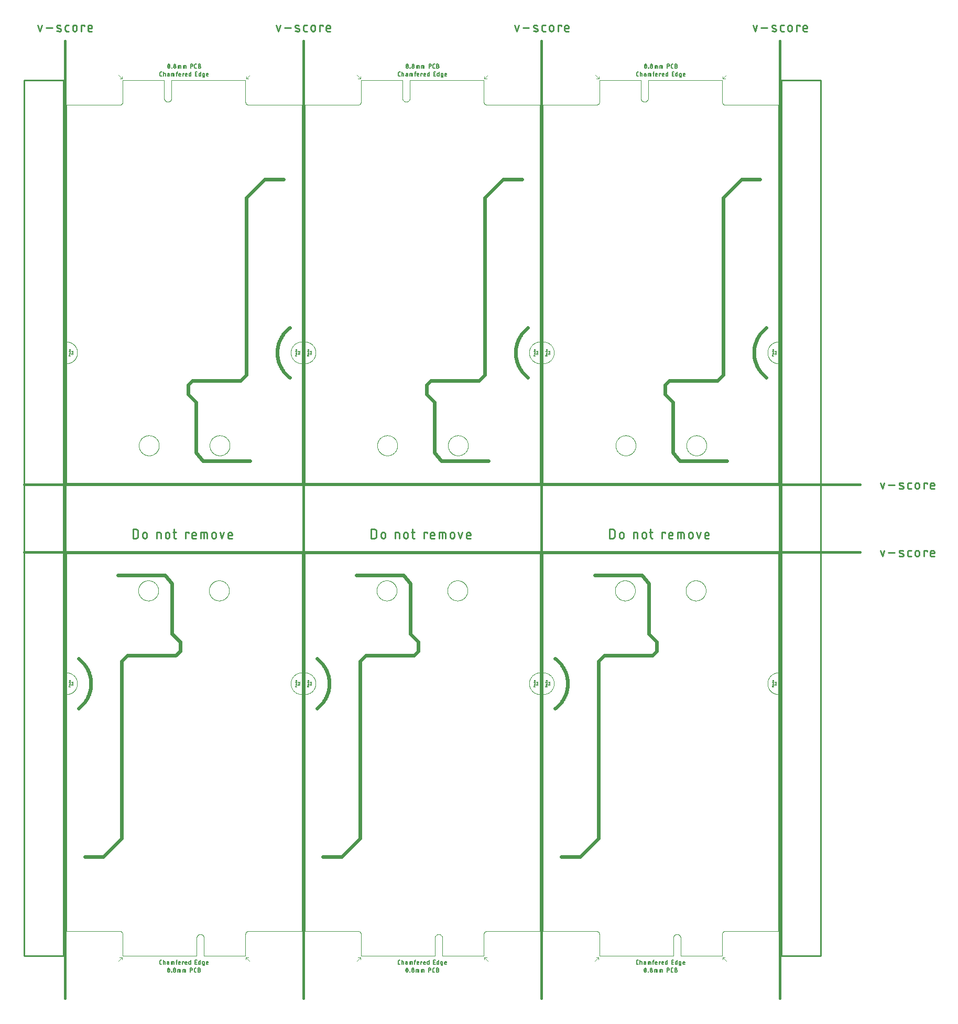
<source format=gko>
G04 EAGLE Gerber RS-274X export*
G75*
%MOMM*%
%FSLAX34Y34*%
%LPD*%
%IN*%
%IPPOS*%
%AMOC8*
5,1,8,0,0,1.08239X$1,22.5*%
G01*
%ADD10C,0.050000*%
%ADD11C,0.600000*%
%ADD12C,0.381000*%
%ADD13C,0.279400*%
%ADD14C,0.254000*%
%ADD15C,0.127000*%
%ADD16C,0.101600*%
%ADD17C,0.050800*%
%ADD18C,0.025400*%
%ADD19C,0.000000*%


D10*
X289242Y0D02*
X222242Y0D01*
X210242Y0D02*
X90742Y0D01*
X289242Y0D02*
X289242Y35000D01*
X289240Y35137D01*
X289242Y35274D01*
X289248Y35410D01*
X289258Y35547D01*
X289272Y35683D01*
X289290Y35818D01*
X289311Y35954D01*
X289336Y36088D01*
X289365Y36222D01*
X289398Y36355D01*
X289434Y36486D01*
X289474Y36617D01*
X289518Y36747D01*
X289565Y36875D01*
X289616Y37002D01*
X289670Y37128D01*
X289728Y37252D01*
X289789Y37374D01*
X289854Y37494D01*
X289922Y37613D01*
X289994Y37730D01*
X290068Y37844D01*
X290146Y37957D01*
X290227Y38067D01*
X290311Y38175D01*
X290398Y38280D01*
X290488Y38384D01*
X290581Y38484D01*
X290677Y38582D01*
X290775Y38677D01*
X290876Y38769D01*
X290980Y38859D01*
X291085Y38945D01*
X291194Y39029D01*
X291304Y39109D01*
X291417Y39187D01*
X291532Y39261D01*
X291649Y39332D01*
X291768Y39399D01*
X291889Y39463D01*
X292012Y39524D01*
X292136Y39581D01*
X292262Y39635D01*
X292389Y39686D01*
X292517Y39732D01*
X292647Y39775D01*
X292778Y39815D01*
X292910Y39850D01*
X293043Y39882D01*
X293177Y39911D01*
X293312Y39935D01*
X293447Y39956D01*
X293583Y39973D01*
X293719Y39986D01*
X293855Y39995D01*
X293992Y40000D01*
X379992Y40000D01*
X379992Y650000D01*
X-8Y650000D01*
X-8Y40000D01*
X90742Y35000D02*
X90742Y0D01*
X90742Y35000D02*
X90744Y35137D01*
X90742Y35274D01*
X90736Y35410D01*
X90726Y35547D01*
X90712Y35683D01*
X90694Y35818D01*
X90673Y35954D01*
X90648Y36088D01*
X90619Y36222D01*
X90586Y36355D01*
X90550Y36486D01*
X90510Y36617D01*
X90466Y36747D01*
X90419Y36875D01*
X90368Y37002D01*
X90314Y37128D01*
X90256Y37252D01*
X90195Y37374D01*
X90130Y37494D01*
X90062Y37613D01*
X89990Y37730D01*
X89916Y37844D01*
X89838Y37957D01*
X89757Y38067D01*
X89673Y38175D01*
X89586Y38280D01*
X89496Y38384D01*
X89403Y38484D01*
X89307Y38582D01*
X89209Y38677D01*
X89108Y38769D01*
X89004Y38859D01*
X88899Y38945D01*
X88790Y39029D01*
X88680Y39109D01*
X88567Y39187D01*
X88452Y39261D01*
X88335Y39332D01*
X88216Y39399D01*
X88095Y39463D01*
X87972Y39524D01*
X87848Y39581D01*
X87722Y39635D01*
X87595Y39686D01*
X87467Y39732D01*
X87337Y39775D01*
X87206Y39815D01*
X87074Y39850D01*
X86941Y39882D01*
X86807Y39911D01*
X86672Y39935D01*
X86537Y39956D01*
X86401Y39973D01*
X86265Y39986D01*
X86129Y39995D01*
X85992Y40000D01*
X-8Y40000D01*
X222242Y29000D02*
X222242Y0D01*
X210242Y0D02*
X210242Y29000D01*
X210244Y29153D01*
X210250Y29306D01*
X210259Y29459D01*
X210273Y29612D01*
X210290Y29764D01*
X210312Y29916D01*
X210337Y30067D01*
X210366Y30218D01*
X210399Y30368D01*
X210436Y30517D01*
X210476Y30665D01*
X210520Y30811D01*
X210568Y30957D01*
X210620Y31101D01*
X210676Y31244D01*
X210735Y31386D01*
X210797Y31526D01*
X210863Y31664D01*
X210933Y31801D01*
X211006Y31935D01*
X211083Y32068D01*
X211163Y32199D01*
X211246Y32328D01*
X211333Y32454D01*
X211422Y32579D01*
X211515Y32701D01*
X211611Y32820D01*
X211710Y32937D01*
X211812Y33052D01*
X211917Y33164D01*
X212025Y33273D01*
X212135Y33379D01*
X212248Y33483D01*
X212364Y33583D01*
X212482Y33681D01*
X212603Y33775D01*
X212726Y33867D01*
X212851Y33955D01*
X212979Y34040D01*
X213109Y34122D01*
X213240Y34200D01*
X213374Y34275D01*
X213510Y34347D01*
X213647Y34415D01*
X213786Y34479D01*
X213927Y34540D01*
X214069Y34598D01*
X214213Y34651D01*
X214358Y34701D01*
X214504Y34748D01*
X214651Y34790D01*
X214800Y34829D01*
X214949Y34864D01*
X215099Y34895D01*
X215250Y34922D01*
X215401Y34946D01*
X215554Y34965D01*
X215706Y34981D01*
X215859Y34993D01*
X216012Y35001D01*
X216165Y35005D01*
X216319Y35005D01*
X216472Y35001D01*
X216625Y34993D01*
X216778Y34981D01*
X216930Y34965D01*
X217083Y34946D01*
X217234Y34922D01*
X217385Y34895D01*
X217535Y34864D01*
X217684Y34829D01*
X217833Y34790D01*
X217980Y34748D01*
X218126Y34701D01*
X218271Y34651D01*
X218415Y34598D01*
X218557Y34540D01*
X218698Y34479D01*
X218837Y34415D01*
X218974Y34347D01*
X219110Y34275D01*
X219244Y34200D01*
X219375Y34122D01*
X219505Y34040D01*
X219633Y33955D01*
X219758Y33867D01*
X219881Y33775D01*
X220002Y33681D01*
X220120Y33583D01*
X220236Y33483D01*
X220349Y33379D01*
X220459Y33273D01*
X220567Y33164D01*
X220672Y33052D01*
X220774Y32937D01*
X220873Y32820D01*
X220969Y32701D01*
X221062Y32579D01*
X221151Y32454D01*
X221238Y32328D01*
X221321Y32199D01*
X221401Y32068D01*
X221478Y31935D01*
X221551Y31801D01*
X221621Y31664D01*
X221687Y31526D01*
X221749Y31386D01*
X221808Y31244D01*
X221864Y31101D01*
X221916Y30957D01*
X221964Y30811D01*
X222008Y30665D01*
X222048Y30517D01*
X222085Y30368D01*
X222118Y30218D01*
X222147Y30067D01*
X222172Y29916D01*
X222194Y29764D01*
X222211Y29612D01*
X222225Y29459D01*
X222234Y29306D01*
X222240Y29153D01*
X222242Y29000D01*
D11*
X183492Y507000D02*
X170492Y520000D01*
X183492Y507000D02*
X183492Y492000D01*
X176492Y485000D01*
X98492Y485000D01*
X89492Y476000D01*
X89492Y190000D01*
X59492Y160000D01*
X29492Y160000D01*
X170492Y520000D02*
X170492Y601000D01*
X159492Y615000D01*
X83492Y615000D01*
X19492Y480000D02*
X20459Y479256D01*
X21408Y478489D01*
X22337Y477699D01*
X23247Y476886D01*
X24137Y476051D01*
X25007Y475195D01*
X25855Y474318D01*
X26681Y473421D01*
X27486Y472503D01*
X28268Y471567D01*
X29026Y470611D01*
X29761Y469637D01*
X30473Y468646D01*
X31159Y467637D01*
X31821Y466613D01*
X32458Y465572D01*
X33069Y464516D01*
X33654Y463445D01*
X34213Y462361D01*
X34746Y461263D01*
X35251Y460152D01*
X35729Y459030D01*
X36180Y457896D01*
X36602Y456751D01*
X36997Y455597D01*
X37364Y454433D01*
X37701Y453261D01*
X38011Y452081D01*
X38291Y450893D01*
X38542Y449699D01*
X38764Y448499D01*
X38957Y447295D01*
X39120Y446086D01*
X39254Y444873D01*
X39358Y443657D01*
X39432Y442439D01*
X39477Y441220D01*
X39492Y440000D01*
X39477Y438780D01*
X39432Y437561D01*
X39358Y436343D01*
X39254Y435127D01*
X39120Y433914D01*
X38957Y432705D01*
X38764Y431501D01*
X38542Y430301D01*
X38291Y429107D01*
X38011Y427919D01*
X37701Y426739D01*
X37364Y425567D01*
X36997Y424403D01*
X36602Y423249D01*
X36180Y422104D01*
X35729Y420970D01*
X35251Y419848D01*
X34746Y418737D01*
X34213Y417639D01*
X33654Y416555D01*
X33069Y415484D01*
X32458Y414428D01*
X31821Y413387D01*
X31159Y412363D01*
X30473Y411354D01*
X29761Y410363D01*
X29026Y409389D01*
X28268Y408433D01*
X27486Y407497D01*
X26681Y406579D01*
X25855Y405682D01*
X25007Y404805D01*
X24137Y403949D01*
X23247Y403114D01*
X22337Y402301D01*
X21408Y401511D01*
X20459Y400744D01*
X19492Y400000D01*
D10*
X607331Y0D02*
X674331Y0D01*
X595331Y0D02*
X475831Y0D01*
X674331Y0D02*
X674331Y35000D01*
X674329Y35137D01*
X674331Y35274D01*
X674337Y35410D01*
X674347Y35547D01*
X674361Y35683D01*
X674379Y35818D01*
X674400Y35954D01*
X674425Y36088D01*
X674454Y36222D01*
X674487Y36355D01*
X674523Y36486D01*
X674563Y36617D01*
X674607Y36747D01*
X674654Y36875D01*
X674705Y37002D01*
X674759Y37128D01*
X674817Y37252D01*
X674878Y37374D01*
X674943Y37494D01*
X675011Y37613D01*
X675083Y37730D01*
X675157Y37844D01*
X675235Y37957D01*
X675316Y38067D01*
X675400Y38175D01*
X675487Y38280D01*
X675577Y38384D01*
X675670Y38484D01*
X675766Y38582D01*
X675864Y38677D01*
X675965Y38769D01*
X676069Y38859D01*
X676174Y38945D01*
X676283Y39029D01*
X676393Y39109D01*
X676506Y39187D01*
X676621Y39261D01*
X676738Y39332D01*
X676857Y39399D01*
X676978Y39463D01*
X677101Y39524D01*
X677225Y39581D01*
X677351Y39635D01*
X677478Y39686D01*
X677606Y39732D01*
X677736Y39775D01*
X677867Y39815D01*
X677999Y39850D01*
X678132Y39882D01*
X678266Y39911D01*
X678401Y39935D01*
X678536Y39956D01*
X678672Y39973D01*
X678808Y39986D01*
X678944Y39995D01*
X679081Y40000D01*
X765081Y40000D01*
X765081Y650000D01*
X385081Y650000D01*
X385081Y40000D01*
X475831Y35000D02*
X475831Y0D01*
X475831Y35000D02*
X475833Y35137D01*
X475831Y35274D01*
X475825Y35410D01*
X475815Y35547D01*
X475801Y35683D01*
X475783Y35818D01*
X475762Y35954D01*
X475737Y36088D01*
X475708Y36222D01*
X475675Y36355D01*
X475639Y36486D01*
X475599Y36617D01*
X475555Y36747D01*
X475508Y36875D01*
X475457Y37002D01*
X475403Y37128D01*
X475345Y37252D01*
X475284Y37374D01*
X475219Y37494D01*
X475151Y37613D01*
X475079Y37730D01*
X475005Y37844D01*
X474927Y37957D01*
X474846Y38067D01*
X474762Y38175D01*
X474675Y38280D01*
X474585Y38384D01*
X474492Y38484D01*
X474396Y38582D01*
X474298Y38677D01*
X474197Y38769D01*
X474093Y38859D01*
X473988Y38945D01*
X473879Y39029D01*
X473769Y39109D01*
X473656Y39187D01*
X473541Y39261D01*
X473424Y39332D01*
X473305Y39399D01*
X473184Y39463D01*
X473061Y39524D01*
X472937Y39581D01*
X472811Y39635D01*
X472684Y39686D01*
X472556Y39732D01*
X472426Y39775D01*
X472295Y39815D01*
X472163Y39850D01*
X472030Y39882D01*
X471896Y39911D01*
X471761Y39935D01*
X471626Y39956D01*
X471490Y39973D01*
X471354Y39986D01*
X471218Y39995D01*
X471081Y40000D01*
X385081Y40000D01*
X607331Y29000D02*
X607331Y0D01*
X595331Y0D02*
X595331Y29000D01*
X595333Y29153D01*
X595339Y29306D01*
X595348Y29459D01*
X595362Y29612D01*
X595379Y29764D01*
X595401Y29916D01*
X595426Y30067D01*
X595455Y30218D01*
X595488Y30368D01*
X595525Y30517D01*
X595565Y30665D01*
X595609Y30811D01*
X595657Y30957D01*
X595709Y31101D01*
X595765Y31244D01*
X595824Y31386D01*
X595886Y31526D01*
X595952Y31664D01*
X596022Y31801D01*
X596095Y31935D01*
X596172Y32068D01*
X596252Y32199D01*
X596335Y32328D01*
X596422Y32454D01*
X596511Y32579D01*
X596604Y32701D01*
X596700Y32820D01*
X596799Y32937D01*
X596901Y33052D01*
X597006Y33164D01*
X597114Y33273D01*
X597224Y33379D01*
X597337Y33483D01*
X597453Y33583D01*
X597571Y33681D01*
X597692Y33775D01*
X597815Y33867D01*
X597940Y33955D01*
X598068Y34040D01*
X598198Y34122D01*
X598329Y34200D01*
X598463Y34275D01*
X598599Y34347D01*
X598736Y34415D01*
X598875Y34479D01*
X599016Y34540D01*
X599158Y34598D01*
X599302Y34651D01*
X599447Y34701D01*
X599593Y34748D01*
X599740Y34790D01*
X599889Y34829D01*
X600038Y34864D01*
X600188Y34895D01*
X600339Y34922D01*
X600490Y34946D01*
X600643Y34965D01*
X600795Y34981D01*
X600948Y34993D01*
X601101Y35001D01*
X601254Y35005D01*
X601408Y35005D01*
X601561Y35001D01*
X601714Y34993D01*
X601867Y34981D01*
X602019Y34965D01*
X602172Y34946D01*
X602323Y34922D01*
X602474Y34895D01*
X602624Y34864D01*
X602773Y34829D01*
X602922Y34790D01*
X603069Y34748D01*
X603215Y34701D01*
X603360Y34651D01*
X603504Y34598D01*
X603646Y34540D01*
X603787Y34479D01*
X603926Y34415D01*
X604063Y34347D01*
X604199Y34275D01*
X604333Y34200D01*
X604464Y34122D01*
X604594Y34040D01*
X604722Y33955D01*
X604847Y33867D01*
X604970Y33775D01*
X605091Y33681D01*
X605209Y33583D01*
X605325Y33483D01*
X605438Y33379D01*
X605548Y33273D01*
X605656Y33164D01*
X605761Y33052D01*
X605863Y32937D01*
X605962Y32820D01*
X606058Y32701D01*
X606151Y32579D01*
X606240Y32454D01*
X606327Y32328D01*
X606410Y32199D01*
X606490Y32068D01*
X606567Y31935D01*
X606640Y31801D01*
X606710Y31664D01*
X606776Y31526D01*
X606838Y31386D01*
X606897Y31244D01*
X606953Y31101D01*
X607005Y30957D01*
X607053Y30811D01*
X607097Y30665D01*
X607137Y30517D01*
X607174Y30368D01*
X607207Y30218D01*
X607236Y30067D01*
X607261Y29916D01*
X607283Y29764D01*
X607300Y29612D01*
X607314Y29459D01*
X607323Y29306D01*
X607329Y29153D01*
X607331Y29000D01*
D11*
X568581Y507000D02*
X555581Y520000D01*
X568581Y507000D02*
X568581Y492000D01*
X561581Y485000D01*
X483581Y485000D01*
X474581Y476000D01*
X474581Y190000D01*
X444581Y160000D01*
X414581Y160000D01*
X555581Y520000D02*
X555581Y601000D01*
X544581Y615000D01*
X468581Y615000D01*
X404581Y480000D02*
X405548Y479256D01*
X406497Y478489D01*
X407426Y477699D01*
X408336Y476886D01*
X409226Y476051D01*
X410096Y475195D01*
X410944Y474318D01*
X411770Y473421D01*
X412575Y472503D01*
X413357Y471567D01*
X414115Y470611D01*
X414850Y469637D01*
X415562Y468646D01*
X416248Y467637D01*
X416910Y466613D01*
X417547Y465572D01*
X418158Y464516D01*
X418743Y463445D01*
X419302Y462361D01*
X419835Y461263D01*
X420340Y460152D01*
X420818Y459030D01*
X421269Y457896D01*
X421691Y456751D01*
X422086Y455597D01*
X422453Y454433D01*
X422790Y453261D01*
X423100Y452081D01*
X423380Y450893D01*
X423631Y449699D01*
X423853Y448499D01*
X424046Y447295D01*
X424209Y446086D01*
X424343Y444873D01*
X424447Y443657D01*
X424521Y442439D01*
X424566Y441220D01*
X424581Y440000D01*
X424566Y438780D01*
X424521Y437561D01*
X424447Y436343D01*
X424343Y435127D01*
X424209Y433914D01*
X424046Y432705D01*
X423853Y431501D01*
X423631Y430301D01*
X423380Y429107D01*
X423100Y427919D01*
X422790Y426739D01*
X422453Y425567D01*
X422086Y424403D01*
X421691Y423249D01*
X421269Y422104D01*
X420818Y420970D01*
X420340Y419848D01*
X419835Y418737D01*
X419302Y417639D01*
X418743Y416555D01*
X418158Y415484D01*
X417547Y414428D01*
X416910Y413387D01*
X416248Y412363D01*
X415562Y411354D01*
X414850Y410363D01*
X414115Y409389D01*
X413357Y408433D01*
X412575Y407497D01*
X411770Y406579D01*
X410944Y405682D01*
X410096Y404805D01*
X409226Y403949D01*
X408336Y403114D01*
X407426Y402301D01*
X406497Y401511D01*
X405548Y400744D01*
X404581Y400000D01*
D10*
X992395Y0D02*
X1059395Y0D01*
X980395Y0D02*
X860895Y0D01*
X1059395Y0D02*
X1059395Y35000D01*
X1059393Y35137D01*
X1059395Y35274D01*
X1059401Y35410D01*
X1059411Y35547D01*
X1059425Y35683D01*
X1059443Y35818D01*
X1059464Y35954D01*
X1059489Y36088D01*
X1059518Y36222D01*
X1059551Y36355D01*
X1059587Y36486D01*
X1059627Y36617D01*
X1059671Y36747D01*
X1059718Y36875D01*
X1059769Y37002D01*
X1059823Y37128D01*
X1059881Y37252D01*
X1059942Y37374D01*
X1060007Y37494D01*
X1060075Y37613D01*
X1060147Y37730D01*
X1060221Y37844D01*
X1060299Y37957D01*
X1060380Y38067D01*
X1060464Y38175D01*
X1060551Y38280D01*
X1060641Y38384D01*
X1060734Y38484D01*
X1060830Y38582D01*
X1060928Y38677D01*
X1061029Y38769D01*
X1061133Y38859D01*
X1061238Y38945D01*
X1061347Y39029D01*
X1061457Y39109D01*
X1061570Y39187D01*
X1061685Y39261D01*
X1061802Y39332D01*
X1061921Y39399D01*
X1062042Y39463D01*
X1062165Y39524D01*
X1062289Y39581D01*
X1062415Y39635D01*
X1062542Y39686D01*
X1062670Y39732D01*
X1062800Y39775D01*
X1062931Y39815D01*
X1063063Y39850D01*
X1063196Y39882D01*
X1063330Y39911D01*
X1063465Y39935D01*
X1063600Y39956D01*
X1063736Y39973D01*
X1063872Y39986D01*
X1064008Y39995D01*
X1064145Y40000D01*
X1150145Y40000D01*
X1150145Y650000D01*
X770145Y650000D01*
X770145Y40000D01*
X860895Y35000D02*
X860895Y0D01*
X860895Y35000D02*
X860897Y35137D01*
X860895Y35274D01*
X860889Y35410D01*
X860879Y35547D01*
X860865Y35683D01*
X860847Y35818D01*
X860826Y35954D01*
X860801Y36088D01*
X860772Y36222D01*
X860739Y36355D01*
X860703Y36486D01*
X860663Y36617D01*
X860619Y36747D01*
X860572Y36875D01*
X860521Y37002D01*
X860467Y37128D01*
X860409Y37252D01*
X860348Y37374D01*
X860283Y37494D01*
X860215Y37613D01*
X860143Y37730D01*
X860069Y37844D01*
X859991Y37957D01*
X859910Y38067D01*
X859826Y38175D01*
X859739Y38280D01*
X859649Y38384D01*
X859556Y38484D01*
X859460Y38582D01*
X859362Y38677D01*
X859261Y38769D01*
X859157Y38859D01*
X859052Y38945D01*
X858943Y39029D01*
X858833Y39109D01*
X858720Y39187D01*
X858605Y39261D01*
X858488Y39332D01*
X858369Y39399D01*
X858248Y39463D01*
X858125Y39524D01*
X858001Y39581D01*
X857875Y39635D01*
X857748Y39686D01*
X857620Y39732D01*
X857490Y39775D01*
X857359Y39815D01*
X857227Y39850D01*
X857094Y39882D01*
X856960Y39911D01*
X856825Y39935D01*
X856690Y39956D01*
X856554Y39973D01*
X856418Y39986D01*
X856282Y39995D01*
X856145Y40000D01*
X770145Y40000D01*
X992395Y29000D02*
X992395Y0D01*
X980395Y0D02*
X980395Y29000D01*
X980397Y29153D01*
X980403Y29306D01*
X980412Y29459D01*
X980426Y29612D01*
X980443Y29764D01*
X980465Y29916D01*
X980490Y30067D01*
X980519Y30218D01*
X980552Y30368D01*
X980589Y30517D01*
X980629Y30665D01*
X980673Y30811D01*
X980721Y30957D01*
X980773Y31101D01*
X980829Y31244D01*
X980888Y31386D01*
X980950Y31526D01*
X981016Y31664D01*
X981086Y31801D01*
X981159Y31935D01*
X981236Y32068D01*
X981316Y32199D01*
X981399Y32328D01*
X981486Y32454D01*
X981575Y32579D01*
X981668Y32701D01*
X981764Y32820D01*
X981863Y32937D01*
X981965Y33052D01*
X982070Y33164D01*
X982178Y33273D01*
X982288Y33379D01*
X982401Y33483D01*
X982517Y33583D01*
X982635Y33681D01*
X982756Y33775D01*
X982879Y33867D01*
X983004Y33955D01*
X983132Y34040D01*
X983262Y34122D01*
X983393Y34200D01*
X983527Y34275D01*
X983663Y34347D01*
X983800Y34415D01*
X983939Y34479D01*
X984080Y34540D01*
X984222Y34598D01*
X984366Y34651D01*
X984511Y34701D01*
X984657Y34748D01*
X984804Y34790D01*
X984953Y34829D01*
X985102Y34864D01*
X985252Y34895D01*
X985403Y34922D01*
X985554Y34946D01*
X985707Y34965D01*
X985859Y34981D01*
X986012Y34993D01*
X986165Y35001D01*
X986318Y35005D01*
X986472Y35005D01*
X986625Y35001D01*
X986778Y34993D01*
X986931Y34981D01*
X987083Y34965D01*
X987236Y34946D01*
X987387Y34922D01*
X987538Y34895D01*
X987688Y34864D01*
X987837Y34829D01*
X987986Y34790D01*
X988133Y34748D01*
X988279Y34701D01*
X988424Y34651D01*
X988568Y34598D01*
X988710Y34540D01*
X988851Y34479D01*
X988990Y34415D01*
X989127Y34347D01*
X989263Y34275D01*
X989397Y34200D01*
X989528Y34122D01*
X989658Y34040D01*
X989786Y33955D01*
X989911Y33867D01*
X990034Y33775D01*
X990155Y33681D01*
X990273Y33583D01*
X990389Y33483D01*
X990502Y33379D01*
X990612Y33273D01*
X990720Y33164D01*
X990825Y33052D01*
X990927Y32937D01*
X991026Y32820D01*
X991122Y32701D01*
X991215Y32579D01*
X991304Y32454D01*
X991391Y32328D01*
X991474Y32199D01*
X991554Y32068D01*
X991631Y31935D01*
X991704Y31801D01*
X991774Y31664D01*
X991840Y31526D01*
X991902Y31386D01*
X991961Y31244D01*
X992017Y31101D01*
X992069Y30957D01*
X992117Y30811D01*
X992161Y30665D01*
X992201Y30517D01*
X992238Y30368D01*
X992271Y30218D01*
X992300Y30067D01*
X992325Y29916D01*
X992347Y29764D01*
X992364Y29612D01*
X992378Y29459D01*
X992387Y29306D01*
X992393Y29153D01*
X992395Y29000D01*
D11*
X953645Y507000D02*
X940645Y520000D01*
X953645Y507000D02*
X953645Y492000D01*
X946645Y485000D01*
X868645Y485000D01*
X859645Y476000D01*
X859645Y190000D01*
X829645Y160000D01*
X799645Y160000D01*
X940645Y520000D02*
X940645Y601000D01*
X929645Y615000D01*
X853645Y615000D01*
X789645Y480000D02*
X790612Y479256D01*
X791561Y478489D01*
X792490Y477699D01*
X793400Y476886D01*
X794290Y476051D01*
X795160Y475195D01*
X796008Y474318D01*
X796834Y473421D01*
X797639Y472503D01*
X798421Y471567D01*
X799179Y470611D01*
X799914Y469637D01*
X800626Y468646D01*
X801312Y467637D01*
X801974Y466613D01*
X802611Y465572D01*
X803222Y464516D01*
X803807Y463445D01*
X804366Y462361D01*
X804899Y461263D01*
X805404Y460152D01*
X805882Y459030D01*
X806333Y457896D01*
X806755Y456751D01*
X807150Y455597D01*
X807517Y454433D01*
X807854Y453261D01*
X808164Y452081D01*
X808444Y450893D01*
X808695Y449699D01*
X808917Y448499D01*
X809110Y447295D01*
X809273Y446086D01*
X809407Y444873D01*
X809511Y443657D01*
X809585Y442439D01*
X809630Y441220D01*
X809645Y440000D01*
X809630Y438780D01*
X809585Y437561D01*
X809511Y436343D01*
X809407Y435127D01*
X809273Y433914D01*
X809110Y432705D01*
X808917Y431501D01*
X808695Y430301D01*
X808444Y429107D01*
X808164Y427919D01*
X807854Y426739D01*
X807517Y425567D01*
X807150Y424403D01*
X806755Y423249D01*
X806333Y422104D01*
X805882Y420970D01*
X805404Y419848D01*
X804899Y418737D01*
X804366Y417639D01*
X803807Y416555D01*
X803222Y415484D01*
X802611Y414428D01*
X801974Y413387D01*
X801312Y412363D01*
X800626Y411354D01*
X799914Y410363D01*
X799179Y409389D01*
X798421Y408433D01*
X797639Y407497D01*
X796834Y406579D01*
X796008Y405682D01*
X795160Y404805D01*
X794290Y403949D01*
X793400Y403114D01*
X792490Y402301D01*
X791561Y401511D01*
X790612Y400744D01*
X789645Y400000D01*
D10*
X157767Y1414297D02*
X90767Y1414297D01*
X169767Y1414297D02*
X289267Y1414297D01*
X90767Y1414297D02*
X90767Y1379297D01*
X90769Y1379160D01*
X90767Y1379023D01*
X90761Y1378887D01*
X90751Y1378750D01*
X90737Y1378614D01*
X90719Y1378479D01*
X90698Y1378343D01*
X90673Y1378209D01*
X90644Y1378075D01*
X90611Y1377942D01*
X90575Y1377811D01*
X90535Y1377680D01*
X90491Y1377550D01*
X90444Y1377422D01*
X90393Y1377295D01*
X90339Y1377169D01*
X90281Y1377045D01*
X90220Y1376923D01*
X90155Y1376803D01*
X90087Y1376684D01*
X90015Y1376567D01*
X89941Y1376453D01*
X89863Y1376340D01*
X89782Y1376230D01*
X89698Y1376122D01*
X89611Y1376017D01*
X89521Y1375913D01*
X89428Y1375813D01*
X89332Y1375715D01*
X89234Y1375620D01*
X89133Y1375528D01*
X89029Y1375438D01*
X88924Y1375352D01*
X88815Y1375268D01*
X88705Y1375188D01*
X88592Y1375110D01*
X88477Y1375036D01*
X88360Y1374965D01*
X88241Y1374898D01*
X88120Y1374834D01*
X87997Y1374773D01*
X87873Y1374716D01*
X87747Y1374662D01*
X87620Y1374611D01*
X87492Y1374565D01*
X87362Y1374522D01*
X87231Y1374482D01*
X87099Y1374447D01*
X86966Y1374415D01*
X86832Y1374386D01*
X86697Y1374362D01*
X86562Y1374341D01*
X86426Y1374324D01*
X86290Y1374311D01*
X86154Y1374302D01*
X86017Y1374297D01*
X17Y1374297D01*
X17Y764297D01*
X380017Y764297D01*
X380017Y1374297D01*
X289267Y1379297D02*
X289267Y1414297D01*
X289267Y1379297D02*
X289265Y1379160D01*
X289267Y1379023D01*
X289273Y1378887D01*
X289283Y1378750D01*
X289297Y1378614D01*
X289315Y1378479D01*
X289336Y1378343D01*
X289361Y1378209D01*
X289390Y1378075D01*
X289423Y1377942D01*
X289459Y1377811D01*
X289499Y1377680D01*
X289543Y1377550D01*
X289590Y1377422D01*
X289641Y1377295D01*
X289695Y1377169D01*
X289753Y1377045D01*
X289814Y1376923D01*
X289879Y1376803D01*
X289947Y1376684D01*
X290019Y1376567D01*
X290093Y1376453D01*
X290171Y1376340D01*
X290252Y1376230D01*
X290336Y1376122D01*
X290423Y1376017D01*
X290513Y1375913D01*
X290606Y1375813D01*
X290702Y1375715D01*
X290800Y1375620D01*
X290901Y1375528D01*
X291005Y1375438D01*
X291110Y1375352D01*
X291219Y1375268D01*
X291329Y1375188D01*
X291442Y1375110D01*
X291557Y1375036D01*
X291674Y1374965D01*
X291793Y1374898D01*
X291914Y1374834D01*
X292037Y1374773D01*
X292161Y1374716D01*
X292287Y1374662D01*
X292414Y1374611D01*
X292542Y1374565D01*
X292672Y1374522D01*
X292803Y1374482D01*
X292935Y1374447D01*
X293068Y1374415D01*
X293202Y1374386D01*
X293337Y1374362D01*
X293472Y1374341D01*
X293608Y1374324D01*
X293744Y1374311D01*
X293880Y1374302D01*
X294017Y1374297D01*
X380017Y1374297D01*
X157767Y1385297D02*
X157767Y1414297D01*
X169767Y1414297D02*
X169767Y1385297D01*
X169765Y1385144D01*
X169759Y1384991D01*
X169750Y1384838D01*
X169736Y1384685D01*
X169719Y1384533D01*
X169697Y1384381D01*
X169672Y1384230D01*
X169643Y1384079D01*
X169610Y1383929D01*
X169573Y1383780D01*
X169533Y1383632D01*
X169489Y1383486D01*
X169441Y1383340D01*
X169389Y1383196D01*
X169333Y1383053D01*
X169274Y1382911D01*
X169212Y1382771D01*
X169146Y1382633D01*
X169076Y1382496D01*
X169003Y1382362D01*
X168926Y1382229D01*
X168846Y1382098D01*
X168763Y1381969D01*
X168676Y1381843D01*
X168587Y1381718D01*
X168494Y1381596D01*
X168398Y1381477D01*
X168299Y1381360D01*
X168197Y1381245D01*
X168092Y1381133D01*
X167984Y1381024D01*
X167874Y1380918D01*
X167761Y1380814D01*
X167645Y1380714D01*
X167527Y1380616D01*
X167406Y1380522D01*
X167283Y1380430D01*
X167158Y1380342D01*
X167030Y1380257D01*
X166900Y1380175D01*
X166769Y1380097D01*
X166635Y1380022D01*
X166499Y1379950D01*
X166362Y1379882D01*
X166223Y1379818D01*
X166082Y1379757D01*
X165940Y1379699D01*
X165796Y1379646D01*
X165651Y1379596D01*
X165505Y1379549D01*
X165358Y1379507D01*
X165209Y1379468D01*
X165060Y1379433D01*
X164910Y1379402D01*
X164759Y1379375D01*
X164608Y1379351D01*
X164455Y1379332D01*
X164303Y1379316D01*
X164150Y1379304D01*
X163997Y1379296D01*
X163844Y1379292D01*
X163690Y1379292D01*
X163537Y1379296D01*
X163384Y1379304D01*
X163231Y1379316D01*
X163079Y1379332D01*
X162926Y1379351D01*
X162775Y1379375D01*
X162624Y1379402D01*
X162474Y1379433D01*
X162325Y1379468D01*
X162176Y1379507D01*
X162029Y1379549D01*
X161883Y1379596D01*
X161738Y1379646D01*
X161594Y1379699D01*
X161452Y1379757D01*
X161311Y1379818D01*
X161172Y1379882D01*
X161035Y1379950D01*
X160899Y1380022D01*
X160765Y1380097D01*
X160634Y1380175D01*
X160504Y1380257D01*
X160376Y1380342D01*
X160251Y1380430D01*
X160128Y1380522D01*
X160007Y1380616D01*
X159889Y1380714D01*
X159773Y1380814D01*
X159660Y1380918D01*
X159550Y1381024D01*
X159442Y1381133D01*
X159337Y1381245D01*
X159235Y1381360D01*
X159136Y1381477D01*
X159040Y1381596D01*
X158947Y1381718D01*
X158858Y1381843D01*
X158771Y1381969D01*
X158688Y1382098D01*
X158608Y1382229D01*
X158531Y1382362D01*
X158458Y1382496D01*
X158388Y1382633D01*
X158322Y1382771D01*
X158260Y1382911D01*
X158201Y1383053D01*
X158145Y1383196D01*
X158093Y1383340D01*
X158045Y1383486D01*
X158001Y1383632D01*
X157961Y1383780D01*
X157924Y1383929D01*
X157891Y1384079D01*
X157862Y1384230D01*
X157837Y1384381D01*
X157815Y1384533D01*
X157798Y1384685D01*
X157784Y1384838D01*
X157775Y1384991D01*
X157769Y1385144D01*
X157767Y1385297D01*
D11*
X196517Y907297D02*
X209517Y894297D01*
X196517Y907297D02*
X196517Y922297D01*
X203517Y929297D01*
X281517Y929297D01*
X290517Y938297D01*
X290517Y1224297D01*
X320517Y1254297D01*
X350517Y1254297D01*
X209517Y894297D02*
X209517Y813297D01*
X220517Y799297D01*
X296517Y799297D01*
X360517Y934297D02*
X359550Y935041D01*
X358601Y935808D01*
X357672Y936598D01*
X356762Y937411D01*
X355872Y938246D01*
X355002Y939102D01*
X354154Y939979D01*
X353328Y940876D01*
X352523Y941794D01*
X351741Y942730D01*
X350983Y943686D01*
X350248Y944660D01*
X349536Y945651D01*
X348850Y946660D01*
X348188Y947684D01*
X347551Y948725D01*
X346940Y949781D01*
X346355Y950852D01*
X345796Y951936D01*
X345263Y953034D01*
X344758Y954145D01*
X344280Y955267D01*
X343829Y956401D01*
X343407Y957546D01*
X343012Y958700D01*
X342645Y959864D01*
X342308Y961036D01*
X341998Y962216D01*
X341718Y963404D01*
X341467Y964598D01*
X341245Y965798D01*
X341052Y967002D01*
X340889Y968211D01*
X340755Y969424D01*
X340651Y970640D01*
X340577Y971858D01*
X340532Y973077D01*
X340517Y974297D01*
X340532Y975517D01*
X340577Y976736D01*
X340651Y977954D01*
X340755Y979170D01*
X340889Y980383D01*
X341052Y981592D01*
X341245Y982796D01*
X341467Y983996D01*
X341718Y985190D01*
X341998Y986378D01*
X342308Y987558D01*
X342645Y988730D01*
X343012Y989894D01*
X343407Y991048D01*
X343829Y992193D01*
X344280Y993327D01*
X344758Y994449D01*
X345263Y995560D01*
X345796Y996658D01*
X346355Y997742D01*
X346940Y998813D01*
X347551Y999869D01*
X348188Y1000910D01*
X348850Y1001934D01*
X349536Y1002943D01*
X350248Y1003934D01*
X350983Y1004908D01*
X351741Y1005864D01*
X352523Y1006800D01*
X353328Y1007718D01*
X354154Y1008615D01*
X355002Y1009492D01*
X355872Y1010348D01*
X356762Y1011183D01*
X357672Y1011996D01*
X358601Y1012786D01*
X359550Y1013553D01*
X360517Y1014297D01*
D10*
X475831Y1414297D02*
X542831Y1414297D01*
X554831Y1414297D02*
X674331Y1414297D01*
X475831Y1414297D02*
X475831Y1379297D01*
X475833Y1379160D01*
X475831Y1379023D01*
X475825Y1378887D01*
X475815Y1378750D01*
X475801Y1378614D01*
X475783Y1378479D01*
X475762Y1378343D01*
X475737Y1378209D01*
X475708Y1378075D01*
X475675Y1377942D01*
X475639Y1377811D01*
X475599Y1377680D01*
X475555Y1377550D01*
X475508Y1377422D01*
X475457Y1377295D01*
X475403Y1377169D01*
X475345Y1377045D01*
X475284Y1376923D01*
X475219Y1376803D01*
X475151Y1376684D01*
X475079Y1376567D01*
X475005Y1376453D01*
X474927Y1376340D01*
X474846Y1376230D01*
X474762Y1376122D01*
X474675Y1376017D01*
X474585Y1375913D01*
X474492Y1375813D01*
X474396Y1375715D01*
X474298Y1375620D01*
X474197Y1375528D01*
X474093Y1375438D01*
X473988Y1375352D01*
X473879Y1375268D01*
X473769Y1375188D01*
X473656Y1375110D01*
X473541Y1375036D01*
X473424Y1374965D01*
X473305Y1374898D01*
X473184Y1374834D01*
X473061Y1374773D01*
X472937Y1374716D01*
X472811Y1374662D01*
X472684Y1374611D01*
X472556Y1374565D01*
X472426Y1374522D01*
X472295Y1374482D01*
X472163Y1374447D01*
X472030Y1374415D01*
X471896Y1374386D01*
X471761Y1374362D01*
X471626Y1374341D01*
X471490Y1374324D01*
X471354Y1374311D01*
X471218Y1374302D01*
X471081Y1374297D01*
X385081Y1374297D01*
X385081Y764297D01*
X765081Y764297D01*
X765081Y1374297D01*
X674331Y1379297D02*
X674331Y1414297D01*
X674331Y1379297D02*
X674329Y1379160D01*
X674331Y1379023D01*
X674337Y1378887D01*
X674347Y1378750D01*
X674361Y1378614D01*
X674379Y1378479D01*
X674400Y1378343D01*
X674425Y1378209D01*
X674454Y1378075D01*
X674487Y1377942D01*
X674523Y1377811D01*
X674563Y1377680D01*
X674607Y1377550D01*
X674654Y1377422D01*
X674705Y1377295D01*
X674759Y1377169D01*
X674817Y1377045D01*
X674878Y1376923D01*
X674943Y1376803D01*
X675011Y1376684D01*
X675083Y1376567D01*
X675157Y1376453D01*
X675235Y1376340D01*
X675316Y1376230D01*
X675400Y1376122D01*
X675487Y1376017D01*
X675577Y1375913D01*
X675670Y1375813D01*
X675766Y1375715D01*
X675864Y1375620D01*
X675965Y1375528D01*
X676069Y1375438D01*
X676174Y1375352D01*
X676283Y1375268D01*
X676393Y1375188D01*
X676506Y1375110D01*
X676621Y1375036D01*
X676738Y1374965D01*
X676857Y1374898D01*
X676978Y1374834D01*
X677101Y1374773D01*
X677225Y1374716D01*
X677351Y1374662D01*
X677478Y1374611D01*
X677606Y1374565D01*
X677736Y1374522D01*
X677867Y1374482D01*
X677999Y1374447D01*
X678132Y1374415D01*
X678266Y1374386D01*
X678401Y1374362D01*
X678536Y1374341D01*
X678672Y1374324D01*
X678808Y1374311D01*
X678944Y1374302D01*
X679081Y1374297D01*
X765081Y1374297D01*
X542831Y1385297D02*
X542831Y1414297D01*
X554831Y1414297D02*
X554831Y1385297D01*
X554829Y1385144D01*
X554823Y1384991D01*
X554814Y1384838D01*
X554800Y1384685D01*
X554783Y1384533D01*
X554761Y1384381D01*
X554736Y1384230D01*
X554707Y1384079D01*
X554674Y1383929D01*
X554637Y1383780D01*
X554597Y1383632D01*
X554553Y1383486D01*
X554505Y1383340D01*
X554453Y1383196D01*
X554397Y1383053D01*
X554338Y1382911D01*
X554276Y1382771D01*
X554210Y1382633D01*
X554140Y1382496D01*
X554067Y1382362D01*
X553990Y1382229D01*
X553910Y1382098D01*
X553827Y1381969D01*
X553740Y1381843D01*
X553651Y1381718D01*
X553558Y1381596D01*
X553462Y1381477D01*
X553363Y1381360D01*
X553261Y1381245D01*
X553156Y1381133D01*
X553048Y1381024D01*
X552938Y1380918D01*
X552825Y1380814D01*
X552709Y1380714D01*
X552591Y1380616D01*
X552470Y1380522D01*
X552347Y1380430D01*
X552222Y1380342D01*
X552094Y1380257D01*
X551964Y1380175D01*
X551833Y1380097D01*
X551699Y1380022D01*
X551563Y1379950D01*
X551426Y1379882D01*
X551287Y1379818D01*
X551146Y1379757D01*
X551004Y1379699D01*
X550860Y1379646D01*
X550715Y1379596D01*
X550569Y1379549D01*
X550422Y1379507D01*
X550273Y1379468D01*
X550124Y1379433D01*
X549974Y1379402D01*
X549823Y1379375D01*
X549672Y1379351D01*
X549519Y1379332D01*
X549367Y1379316D01*
X549214Y1379304D01*
X549061Y1379296D01*
X548908Y1379292D01*
X548754Y1379292D01*
X548601Y1379296D01*
X548448Y1379304D01*
X548295Y1379316D01*
X548143Y1379332D01*
X547990Y1379351D01*
X547839Y1379375D01*
X547688Y1379402D01*
X547538Y1379433D01*
X547389Y1379468D01*
X547240Y1379507D01*
X547093Y1379549D01*
X546947Y1379596D01*
X546802Y1379646D01*
X546658Y1379699D01*
X546516Y1379757D01*
X546375Y1379818D01*
X546236Y1379882D01*
X546099Y1379950D01*
X545963Y1380022D01*
X545829Y1380097D01*
X545698Y1380175D01*
X545568Y1380257D01*
X545440Y1380342D01*
X545315Y1380430D01*
X545192Y1380522D01*
X545071Y1380616D01*
X544953Y1380714D01*
X544837Y1380814D01*
X544724Y1380918D01*
X544614Y1381024D01*
X544506Y1381133D01*
X544401Y1381245D01*
X544299Y1381360D01*
X544200Y1381477D01*
X544104Y1381596D01*
X544011Y1381718D01*
X543922Y1381843D01*
X543835Y1381969D01*
X543752Y1382098D01*
X543672Y1382229D01*
X543595Y1382362D01*
X543522Y1382496D01*
X543452Y1382633D01*
X543386Y1382771D01*
X543324Y1382911D01*
X543265Y1383053D01*
X543209Y1383196D01*
X543157Y1383340D01*
X543109Y1383486D01*
X543065Y1383632D01*
X543025Y1383780D01*
X542988Y1383929D01*
X542955Y1384079D01*
X542926Y1384230D01*
X542901Y1384381D01*
X542879Y1384533D01*
X542862Y1384685D01*
X542848Y1384838D01*
X542839Y1384991D01*
X542833Y1385144D01*
X542831Y1385297D01*
D11*
X581581Y907297D02*
X594581Y894297D01*
X581581Y907297D02*
X581581Y922297D01*
X588581Y929297D01*
X666581Y929297D01*
X675581Y938297D01*
X675581Y1224297D01*
X705581Y1254297D01*
X735581Y1254297D01*
X594581Y894297D02*
X594581Y813297D01*
X605581Y799297D01*
X681581Y799297D01*
X745581Y934297D02*
X744614Y935041D01*
X743665Y935808D01*
X742736Y936598D01*
X741826Y937411D01*
X740936Y938246D01*
X740066Y939102D01*
X739218Y939979D01*
X738392Y940876D01*
X737587Y941794D01*
X736805Y942730D01*
X736047Y943686D01*
X735312Y944660D01*
X734600Y945651D01*
X733914Y946660D01*
X733252Y947684D01*
X732615Y948725D01*
X732004Y949781D01*
X731419Y950852D01*
X730860Y951936D01*
X730327Y953034D01*
X729822Y954145D01*
X729344Y955267D01*
X728893Y956401D01*
X728471Y957546D01*
X728076Y958700D01*
X727709Y959864D01*
X727372Y961036D01*
X727062Y962216D01*
X726782Y963404D01*
X726531Y964598D01*
X726309Y965798D01*
X726116Y967002D01*
X725953Y968211D01*
X725819Y969424D01*
X725715Y970640D01*
X725641Y971858D01*
X725596Y973077D01*
X725581Y974297D01*
X725596Y975517D01*
X725641Y976736D01*
X725715Y977954D01*
X725819Y979170D01*
X725953Y980383D01*
X726116Y981592D01*
X726309Y982796D01*
X726531Y983996D01*
X726782Y985190D01*
X727062Y986378D01*
X727372Y987558D01*
X727709Y988730D01*
X728076Y989894D01*
X728471Y991048D01*
X728893Y992193D01*
X729344Y993327D01*
X729822Y994449D01*
X730327Y995560D01*
X730860Y996658D01*
X731419Y997742D01*
X732004Y998813D01*
X732615Y999869D01*
X733252Y1000910D01*
X733914Y1001934D01*
X734600Y1002943D01*
X735312Y1003934D01*
X736047Y1004908D01*
X736805Y1005864D01*
X737587Y1006800D01*
X738392Y1007718D01*
X739218Y1008615D01*
X740066Y1009492D01*
X740936Y1010348D01*
X741826Y1011183D01*
X742736Y1011996D01*
X743665Y1012786D01*
X744614Y1013553D01*
X745581Y1014297D01*
D10*
X860921Y1414297D02*
X927921Y1414297D01*
X939921Y1414297D02*
X1059421Y1414297D01*
X860921Y1414297D02*
X860921Y1379297D01*
X860923Y1379160D01*
X860921Y1379023D01*
X860915Y1378887D01*
X860905Y1378750D01*
X860891Y1378614D01*
X860873Y1378479D01*
X860852Y1378343D01*
X860827Y1378209D01*
X860798Y1378075D01*
X860765Y1377942D01*
X860729Y1377811D01*
X860689Y1377680D01*
X860645Y1377550D01*
X860598Y1377422D01*
X860547Y1377295D01*
X860493Y1377169D01*
X860435Y1377045D01*
X860374Y1376923D01*
X860309Y1376803D01*
X860241Y1376684D01*
X860169Y1376567D01*
X860095Y1376453D01*
X860017Y1376340D01*
X859936Y1376230D01*
X859852Y1376122D01*
X859765Y1376017D01*
X859675Y1375913D01*
X859582Y1375813D01*
X859486Y1375715D01*
X859388Y1375620D01*
X859287Y1375528D01*
X859183Y1375438D01*
X859078Y1375352D01*
X858969Y1375268D01*
X858859Y1375188D01*
X858746Y1375110D01*
X858631Y1375036D01*
X858514Y1374965D01*
X858395Y1374898D01*
X858274Y1374834D01*
X858151Y1374773D01*
X858027Y1374716D01*
X857901Y1374662D01*
X857774Y1374611D01*
X857646Y1374565D01*
X857516Y1374522D01*
X857385Y1374482D01*
X857253Y1374447D01*
X857120Y1374415D01*
X856986Y1374386D01*
X856851Y1374362D01*
X856716Y1374341D01*
X856580Y1374324D01*
X856444Y1374311D01*
X856308Y1374302D01*
X856171Y1374297D01*
X770171Y1374297D01*
X770171Y764297D01*
X1150171Y764297D01*
X1150171Y1374297D01*
X1059421Y1379297D02*
X1059421Y1414297D01*
X1059421Y1379297D02*
X1059419Y1379160D01*
X1059421Y1379023D01*
X1059427Y1378887D01*
X1059437Y1378750D01*
X1059451Y1378614D01*
X1059469Y1378479D01*
X1059490Y1378343D01*
X1059515Y1378209D01*
X1059544Y1378075D01*
X1059577Y1377942D01*
X1059613Y1377811D01*
X1059653Y1377680D01*
X1059697Y1377550D01*
X1059744Y1377422D01*
X1059795Y1377295D01*
X1059849Y1377169D01*
X1059907Y1377045D01*
X1059968Y1376923D01*
X1060033Y1376803D01*
X1060101Y1376684D01*
X1060173Y1376567D01*
X1060247Y1376453D01*
X1060325Y1376340D01*
X1060406Y1376230D01*
X1060490Y1376122D01*
X1060577Y1376017D01*
X1060667Y1375913D01*
X1060760Y1375813D01*
X1060856Y1375715D01*
X1060954Y1375620D01*
X1061055Y1375528D01*
X1061159Y1375438D01*
X1061264Y1375352D01*
X1061373Y1375268D01*
X1061483Y1375188D01*
X1061596Y1375110D01*
X1061711Y1375036D01*
X1061828Y1374965D01*
X1061947Y1374898D01*
X1062068Y1374834D01*
X1062191Y1374773D01*
X1062315Y1374716D01*
X1062441Y1374662D01*
X1062568Y1374611D01*
X1062696Y1374565D01*
X1062826Y1374522D01*
X1062957Y1374482D01*
X1063089Y1374447D01*
X1063222Y1374415D01*
X1063356Y1374386D01*
X1063491Y1374362D01*
X1063626Y1374341D01*
X1063762Y1374324D01*
X1063898Y1374311D01*
X1064034Y1374302D01*
X1064171Y1374297D01*
X1150171Y1374297D01*
X927921Y1385297D02*
X927921Y1414297D01*
X939921Y1414297D02*
X939921Y1385297D01*
X939919Y1385144D01*
X939913Y1384991D01*
X939904Y1384838D01*
X939890Y1384685D01*
X939873Y1384533D01*
X939851Y1384381D01*
X939826Y1384230D01*
X939797Y1384079D01*
X939764Y1383929D01*
X939727Y1383780D01*
X939687Y1383632D01*
X939643Y1383486D01*
X939595Y1383340D01*
X939543Y1383196D01*
X939487Y1383053D01*
X939428Y1382911D01*
X939366Y1382771D01*
X939300Y1382633D01*
X939230Y1382496D01*
X939157Y1382362D01*
X939080Y1382229D01*
X939000Y1382098D01*
X938917Y1381969D01*
X938830Y1381843D01*
X938741Y1381718D01*
X938648Y1381596D01*
X938552Y1381477D01*
X938453Y1381360D01*
X938351Y1381245D01*
X938246Y1381133D01*
X938138Y1381024D01*
X938028Y1380918D01*
X937915Y1380814D01*
X937799Y1380714D01*
X937681Y1380616D01*
X937560Y1380522D01*
X937437Y1380430D01*
X937312Y1380342D01*
X937184Y1380257D01*
X937054Y1380175D01*
X936923Y1380097D01*
X936789Y1380022D01*
X936653Y1379950D01*
X936516Y1379882D01*
X936377Y1379818D01*
X936236Y1379757D01*
X936094Y1379699D01*
X935950Y1379646D01*
X935805Y1379596D01*
X935659Y1379549D01*
X935512Y1379507D01*
X935363Y1379468D01*
X935214Y1379433D01*
X935064Y1379402D01*
X934913Y1379375D01*
X934762Y1379351D01*
X934609Y1379332D01*
X934457Y1379316D01*
X934304Y1379304D01*
X934151Y1379296D01*
X933998Y1379292D01*
X933844Y1379292D01*
X933691Y1379296D01*
X933538Y1379304D01*
X933385Y1379316D01*
X933233Y1379332D01*
X933080Y1379351D01*
X932929Y1379375D01*
X932778Y1379402D01*
X932628Y1379433D01*
X932479Y1379468D01*
X932330Y1379507D01*
X932183Y1379549D01*
X932037Y1379596D01*
X931892Y1379646D01*
X931748Y1379699D01*
X931606Y1379757D01*
X931465Y1379818D01*
X931326Y1379882D01*
X931189Y1379950D01*
X931053Y1380022D01*
X930919Y1380097D01*
X930788Y1380175D01*
X930658Y1380257D01*
X930530Y1380342D01*
X930405Y1380430D01*
X930282Y1380522D01*
X930161Y1380616D01*
X930043Y1380714D01*
X929927Y1380814D01*
X929814Y1380918D01*
X929704Y1381024D01*
X929596Y1381133D01*
X929491Y1381245D01*
X929389Y1381360D01*
X929290Y1381477D01*
X929194Y1381596D01*
X929101Y1381718D01*
X929012Y1381843D01*
X928925Y1381969D01*
X928842Y1382098D01*
X928762Y1382229D01*
X928685Y1382362D01*
X928612Y1382496D01*
X928542Y1382633D01*
X928476Y1382771D01*
X928414Y1382911D01*
X928355Y1383053D01*
X928299Y1383196D01*
X928247Y1383340D01*
X928199Y1383486D01*
X928155Y1383632D01*
X928115Y1383780D01*
X928078Y1383929D01*
X928045Y1384079D01*
X928016Y1384230D01*
X927991Y1384381D01*
X927969Y1384533D01*
X927952Y1384685D01*
X927938Y1384838D01*
X927929Y1384991D01*
X927923Y1385144D01*
X927921Y1385297D01*
D11*
X966671Y907297D02*
X979671Y894297D01*
X966671Y907297D02*
X966671Y922297D01*
X973671Y929297D01*
X1051671Y929297D01*
X1060671Y938297D01*
X1060671Y1224297D01*
X1090671Y1254297D01*
X1120671Y1254297D01*
X979671Y894297D02*
X979671Y813297D01*
X990671Y799297D01*
X1066671Y799297D01*
X1130671Y934297D02*
X1129704Y935041D01*
X1128755Y935808D01*
X1127826Y936598D01*
X1126916Y937411D01*
X1126026Y938246D01*
X1125156Y939102D01*
X1124308Y939979D01*
X1123482Y940876D01*
X1122677Y941794D01*
X1121895Y942730D01*
X1121137Y943686D01*
X1120402Y944660D01*
X1119690Y945651D01*
X1119004Y946660D01*
X1118342Y947684D01*
X1117705Y948725D01*
X1117094Y949781D01*
X1116509Y950852D01*
X1115950Y951936D01*
X1115417Y953034D01*
X1114912Y954145D01*
X1114434Y955267D01*
X1113983Y956401D01*
X1113561Y957546D01*
X1113166Y958700D01*
X1112799Y959864D01*
X1112462Y961036D01*
X1112152Y962216D01*
X1111872Y963404D01*
X1111621Y964598D01*
X1111399Y965798D01*
X1111206Y967002D01*
X1111043Y968211D01*
X1110909Y969424D01*
X1110805Y970640D01*
X1110731Y971858D01*
X1110686Y973077D01*
X1110671Y974297D01*
X1110686Y975517D01*
X1110731Y976736D01*
X1110805Y977954D01*
X1110909Y979170D01*
X1111043Y980383D01*
X1111206Y981592D01*
X1111399Y982796D01*
X1111621Y983996D01*
X1111872Y985190D01*
X1112152Y986378D01*
X1112462Y987558D01*
X1112799Y988730D01*
X1113166Y989894D01*
X1113561Y991048D01*
X1113983Y992193D01*
X1114434Y993327D01*
X1114912Y994449D01*
X1115417Y995560D01*
X1115950Y996658D01*
X1116509Y997742D01*
X1117094Y998813D01*
X1117705Y999869D01*
X1118342Y1000910D01*
X1119004Y1001934D01*
X1119690Y1002943D01*
X1120402Y1003934D01*
X1121137Y1004908D01*
X1121895Y1005864D01*
X1122677Y1006800D01*
X1123482Y1007718D01*
X1124308Y1008615D01*
X1125156Y1009492D01*
X1126026Y1010348D01*
X1126916Y1011183D01*
X1127826Y1011996D01*
X1128755Y1012786D01*
X1129704Y1013553D01*
X1130671Y1014297D01*
D12*
X-2540Y1477797D02*
X-2540Y-68580D01*
D13*
X-42921Y1493164D02*
X-46251Y1503155D01*
X-39590Y1503155D02*
X-42921Y1493164D01*
X-32806Y1498992D02*
X-22815Y1498992D01*
X-14261Y1498992D02*
X-10098Y1497327D01*
X-14261Y1498992D02*
X-14346Y1499028D01*
X-14429Y1499068D01*
X-14510Y1499111D01*
X-14590Y1499158D01*
X-14667Y1499208D01*
X-14743Y1499261D01*
X-14816Y1499317D01*
X-14886Y1499377D01*
X-14954Y1499439D01*
X-15019Y1499504D01*
X-15081Y1499572D01*
X-15141Y1499643D01*
X-15197Y1499716D01*
X-15250Y1499791D01*
X-15300Y1499869D01*
X-15346Y1499948D01*
X-15389Y1500030D01*
X-15429Y1500113D01*
X-15465Y1500198D01*
X-15497Y1500284D01*
X-15526Y1500372D01*
X-15550Y1500461D01*
X-15571Y1500551D01*
X-15588Y1500641D01*
X-15602Y1500732D01*
X-15611Y1500824D01*
X-15616Y1500916D01*
X-15618Y1501008D01*
X-15616Y1501100D01*
X-15609Y1501192D01*
X-15599Y1501284D01*
X-15585Y1501375D01*
X-15567Y1501466D01*
X-15545Y1501555D01*
X-15519Y1501644D01*
X-15489Y1501731D01*
X-15456Y1501817D01*
X-15419Y1501901D01*
X-15379Y1501984D01*
X-15335Y1502065D01*
X-15288Y1502144D01*
X-15237Y1502221D01*
X-15183Y1502296D01*
X-15126Y1502369D01*
X-15066Y1502439D01*
X-15003Y1502506D01*
X-14937Y1502570D01*
X-14869Y1502632D01*
X-14798Y1502691D01*
X-14724Y1502746D01*
X-14648Y1502799D01*
X-14570Y1502848D01*
X-14490Y1502894D01*
X-14409Y1502936D01*
X-14325Y1502975D01*
X-14240Y1503010D01*
X-14153Y1503041D01*
X-14065Y1503069D01*
X-13976Y1503093D01*
X-13886Y1503113D01*
X-13796Y1503130D01*
X-13704Y1503142D01*
X-13612Y1503151D01*
X-13520Y1503155D01*
X-13428Y1503156D01*
X-13428Y1503155D02*
X-13201Y1503149D01*
X-12974Y1503138D01*
X-12747Y1503121D01*
X-12521Y1503098D01*
X-12295Y1503071D01*
X-12070Y1503037D01*
X-11846Y1502999D01*
X-11623Y1502955D01*
X-11401Y1502906D01*
X-11180Y1502851D01*
X-10961Y1502791D01*
X-10743Y1502726D01*
X-10527Y1502655D01*
X-10313Y1502580D01*
X-10100Y1502499D01*
X-9890Y1502413D01*
X-9681Y1502322D01*
X-10098Y1497328D02*
X-10013Y1497292D01*
X-9930Y1497252D01*
X-9849Y1497209D01*
X-9769Y1497162D01*
X-9692Y1497112D01*
X-9616Y1497059D01*
X-9543Y1497003D01*
X-9473Y1496943D01*
X-9405Y1496881D01*
X-9340Y1496816D01*
X-9278Y1496748D01*
X-9218Y1496677D01*
X-9162Y1496604D01*
X-9109Y1496529D01*
X-9059Y1496451D01*
X-9013Y1496372D01*
X-8970Y1496290D01*
X-8930Y1496207D01*
X-8894Y1496122D01*
X-8862Y1496036D01*
X-8833Y1495948D01*
X-8809Y1495859D01*
X-8788Y1495769D01*
X-8771Y1495679D01*
X-8757Y1495588D01*
X-8748Y1495496D01*
X-8743Y1495404D01*
X-8741Y1495312D01*
X-8743Y1495220D01*
X-8750Y1495128D01*
X-8760Y1495036D01*
X-8774Y1494945D01*
X-8792Y1494854D01*
X-8814Y1494765D01*
X-8840Y1494676D01*
X-8870Y1494589D01*
X-8903Y1494503D01*
X-8940Y1494419D01*
X-8980Y1494336D01*
X-9024Y1494255D01*
X-9071Y1494176D01*
X-9122Y1494099D01*
X-9176Y1494024D01*
X-9233Y1493951D01*
X-9293Y1493881D01*
X-9356Y1493814D01*
X-9422Y1493750D01*
X-9490Y1493688D01*
X-9561Y1493629D01*
X-9635Y1493574D01*
X-9711Y1493521D01*
X-9789Y1493472D01*
X-9869Y1493426D01*
X-9950Y1493384D01*
X-10034Y1493345D01*
X-10119Y1493310D01*
X-10206Y1493279D01*
X-10294Y1493251D01*
X-10383Y1493227D01*
X-10473Y1493207D01*
X-10563Y1493190D01*
X-10655Y1493178D01*
X-10747Y1493169D01*
X-10839Y1493165D01*
X-10931Y1493164D01*
X-11265Y1493173D01*
X-11598Y1493190D01*
X-11931Y1493214D01*
X-12264Y1493247D01*
X-12595Y1493287D01*
X-12926Y1493335D01*
X-13255Y1493391D01*
X-13583Y1493454D01*
X-13909Y1493526D01*
X-14233Y1493605D01*
X-14556Y1493691D01*
X-14876Y1493786D01*
X-15194Y1493888D01*
X-15510Y1493997D01*
X562Y1493164D02*
X3892Y1493164D01*
X562Y1493164D02*
X464Y1493166D01*
X366Y1493172D01*
X268Y1493181D01*
X171Y1493195D01*
X75Y1493212D01*
X-21Y1493233D01*
X-116Y1493258D01*
X-210Y1493286D01*
X-303Y1493318D01*
X-394Y1493354D01*
X-484Y1493393D01*
X-572Y1493436D01*
X-659Y1493483D01*
X-743Y1493532D01*
X-826Y1493585D01*
X-906Y1493641D01*
X-985Y1493700D01*
X-1060Y1493763D01*
X-1134Y1493828D01*
X-1204Y1493896D01*
X-1272Y1493966D01*
X-1338Y1494040D01*
X-1400Y1494116D01*
X-1459Y1494194D01*
X-1515Y1494274D01*
X-1568Y1494357D01*
X-1618Y1494441D01*
X-1664Y1494528D01*
X-1707Y1494616D01*
X-1746Y1494706D01*
X-1782Y1494797D01*
X-1814Y1494890D01*
X-1842Y1494984D01*
X-1867Y1495079D01*
X-1888Y1495175D01*
X-1905Y1495271D01*
X-1919Y1495368D01*
X-1928Y1495466D01*
X-1934Y1495564D01*
X-1936Y1495662D01*
X-1936Y1500657D01*
X-1934Y1500755D01*
X-1928Y1500853D01*
X-1919Y1500951D01*
X-1905Y1501048D01*
X-1888Y1501144D01*
X-1867Y1501240D01*
X-1842Y1501335D01*
X-1814Y1501429D01*
X-1782Y1501522D01*
X-1746Y1501613D01*
X-1707Y1501703D01*
X-1664Y1501791D01*
X-1617Y1501878D01*
X-1568Y1501962D01*
X-1515Y1502045D01*
X-1459Y1502125D01*
X-1400Y1502203D01*
X-1337Y1502279D01*
X-1272Y1502353D01*
X-1204Y1502423D01*
X-1134Y1502491D01*
X-1060Y1502556D01*
X-984Y1502619D01*
X-906Y1502678D01*
X-826Y1502734D01*
X-743Y1502787D01*
X-659Y1502836D01*
X-572Y1502883D01*
X-484Y1502926D01*
X-394Y1502965D01*
X-303Y1503001D01*
X-210Y1503033D01*
X-116Y1503061D01*
X-21Y1503086D01*
X75Y1503107D01*
X171Y1503124D01*
X268Y1503138D01*
X366Y1503147D01*
X464Y1503153D01*
X562Y1503155D01*
X3892Y1503155D01*
X10022Y1499825D02*
X10022Y1496495D01*
X10022Y1499825D02*
X10024Y1499939D01*
X10030Y1500052D01*
X10039Y1500166D01*
X10053Y1500278D01*
X10070Y1500391D01*
X10092Y1500503D01*
X10117Y1500613D01*
X10145Y1500723D01*
X10178Y1500832D01*
X10214Y1500940D01*
X10254Y1501047D01*
X10298Y1501152D01*
X10345Y1501255D01*
X10395Y1501357D01*
X10449Y1501457D01*
X10507Y1501555D01*
X10568Y1501651D01*
X10631Y1501745D01*
X10699Y1501837D01*
X10769Y1501927D01*
X10842Y1502013D01*
X10918Y1502098D01*
X10997Y1502180D01*
X11079Y1502259D01*
X11164Y1502335D01*
X11250Y1502408D01*
X11340Y1502478D01*
X11432Y1502546D01*
X11526Y1502609D01*
X11622Y1502670D01*
X11720Y1502728D01*
X11820Y1502782D01*
X11922Y1502832D01*
X12025Y1502879D01*
X12130Y1502923D01*
X12237Y1502963D01*
X12345Y1502999D01*
X12454Y1503032D01*
X12564Y1503060D01*
X12674Y1503085D01*
X12786Y1503107D01*
X12899Y1503124D01*
X13011Y1503138D01*
X13125Y1503147D01*
X13238Y1503153D01*
X13352Y1503155D01*
X13466Y1503153D01*
X13579Y1503147D01*
X13693Y1503138D01*
X13805Y1503124D01*
X13918Y1503107D01*
X14030Y1503085D01*
X14140Y1503060D01*
X14250Y1503032D01*
X14359Y1502999D01*
X14467Y1502963D01*
X14574Y1502923D01*
X14679Y1502879D01*
X14782Y1502832D01*
X14884Y1502782D01*
X14984Y1502728D01*
X15082Y1502670D01*
X15178Y1502609D01*
X15272Y1502546D01*
X15364Y1502478D01*
X15454Y1502408D01*
X15540Y1502335D01*
X15625Y1502259D01*
X15707Y1502180D01*
X15786Y1502098D01*
X15862Y1502013D01*
X15935Y1501927D01*
X16005Y1501837D01*
X16073Y1501745D01*
X16136Y1501651D01*
X16197Y1501555D01*
X16255Y1501457D01*
X16309Y1501357D01*
X16359Y1501255D01*
X16406Y1501152D01*
X16450Y1501047D01*
X16490Y1500940D01*
X16526Y1500832D01*
X16559Y1500723D01*
X16587Y1500613D01*
X16612Y1500503D01*
X16634Y1500391D01*
X16651Y1500278D01*
X16665Y1500166D01*
X16674Y1500052D01*
X16680Y1499939D01*
X16682Y1499825D01*
X16682Y1496495D01*
X16680Y1496381D01*
X16674Y1496268D01*
X16665Y1496154D01*
X16651Y1496042D01*
X16634Y1495929D01*
X16612Y1495817D01*
X16587Y1495707D01*
X16559Y1495597D01*
X16526Y1495488D01*
X16490Y1495380D01*
X16450Y1495273D01*
X16406Y1495168D01*
X16359Y1495065D01*
X16309Y1494963D01*
X16255Y1494863D01*
X16197Y1494765D01*
X16136Y1494669D01*
X16073Y1494575D01*
X16005Y1494483D01*
X15935Y1494393D01*
X15862Y1494307D01*
X15786Y1494222D01*
X15707Y1494140D01*
X15625Y1494061D01*
X15540Y1493985D01*
X15454Y1493912D01*
X15364Y1493842D01*
X15272Y1493774D01*
X15178Y1493711D01*
X15082Y1493650D01*
X14984Y1493592D01*
X14884Y1493538D01*
X14782Y1493488D01*
X14679Y1493441D01*
X14574Y1493397D01*
X14467Y1493357D01*
X14359Y1493321D01*
X14250Y1493288D01*
X14140Y1493260D01*
X14030Y1493235D01*
X13918Y1493213D01*
X13805Y1493196D01*
X13693Y1493182D01*
X13579Y1493173D01*
X13466Y1493167D01*
X13352Y1493165D01*
X13238Y1493167D01*
X13125Y1493173D01*
X13011Y1493182D01*
X12899Y1493196D01*
X12786Y1493213D01*
X12674Y1493235D01*
X12564Y1493260D01*
X12454Y1493288D01*
X12345Y1493321D01*
X12237Y1493357D01*
X12130Y1493397D01*
X12025Y1493441D01*
X11922Y1493488D01*
X11820Y1493538D01*
X11720Y1493592D01*
X11622Y1493650D01*
X11526Y1493711D01*
X11432Y1493774D01*
X11340Y1493842D01*
X11250Y1493912D01*
X11164Y1493985D01*
X11079Y1494061D01*
X10997Y1494140D01*
X10918Y1494222D01*
X10842Y1494307D01*
X10769Y1494393D01*
X10699Y1494483D01*
X10631Y1494575D01*
X10568Y1494669D01*
X10507Y1494765D01*
X10449Y1494863D01*
X10395Y1494963D01*
X10345Y1495065D01*
X10298Y1495168D01*
X10254Y1495273D01*
X10214Y1495380D01*
X10178Y1495488D01*
X10145Y1495597D01*
X10117Y1495707D01*
X10092Y1495817D01*
X10070Y1495929D01*
X10053Y1496042D01*
X10039Y1496154D01*
X10030Y1496268D01*
X10024Y1496381D01*
X10022Y1496495D01*
X24218Y1493164D02*
X24218Y1503155D01*
X29213Y1503155D01*
X29213Y1501490D01*
X37008Y1493164D02*
X41171Y1493164D01*
X37008Y1493164D02*
X36910Y1493166D01*
X36812Y1493172D01*
X36714Y1493181D01*
X36617Y1493195D01*
X36521Y1493212D01*
X36425Y1493233D01*
X36330Y1493258D01*
X36236Y1493286D01*
X36143Y1493318D01*
X36052Y1493354D01*
X35962Y1493393D01*
X35874Y1493436D01*
X35787Y1493483D01*
X35703Y1493532D01*
X35620Y1493585D01*
X35540Y1493641D01*
X35462Y1493700D01*
X35386Y1493763D01*
X35312Y1493828D01*
X35242Y1493896D01*
X35174Y1493966D01*
X35109Y1494040D01*
X35046Y1494116D01*
X34987Y1494194D01*
X34931Y1494274D01*
X34878Y1494357D01*
X34829Y1494441D01*
X34782Y1494528D01*
X34739Y1494616D01*
X34700Y1494706D01*
X34664Y1494797D01*
X34632Y1494890D01*
X34604Y1494984D01*
X34579Y1495079D01*
X34558Y1495175D01*
X34541Y1495271D01*
X34527Y1495368D01*
X34518Y1495466D01*
X34512Y1495564D01*
X34510Y1495662D01*
X34510Y1499825D01*
X34511Y1499825D02*
X34513Y1499939D01*
X34519Y1500052D01*
X34528Y1500166D01*
X34542Y1500278D01*
X34559Y1500391D01*
X34581Y1500503D01*
X34606Y1500613D01*
X34634Y1500723D01*
X34667Y1500832D01*
X34703Y1500940D01*
X34743Y1501047D01*
X34787Y1501152D01*
X34834Y1501255D01*
X34884Y1501357D01*
X34938Y1501457D01*
X34996Y1501555D01*
X35057Y1501651D01*
X35120Y1501745D01*
X35188Y1501837D01*
X35258Y1501927D01*
X35331Y1502013D01*
X35407Y1502098D01*
X35486Y1502180D01*
X35568Y1502259D01*
X35653Y1502335D01*
X35739Y1502408D01*
X35829Y1502478D01*
X35921Y1502546D01*
X36015Y1502609D01*
X36111Y1502670D01*
X36209Y1502728D01*
X36309Y1502782D01*
X36411Y1502832D01*
X36514Y1502879D01*
X36619Y1502923D01*
X36726Y1502963D01*
X36834Y1502999D01*
X36943Y1503032D01*
X37053Y1503060D01*
X37163Y1503085D01*
X37275Y1503107D01*
X37388Y1503124D01*
X37500Y1503138D01*
X37614Y1503147D01*
X37727Y1503153D01*
X37841Y1503155D01*
X37955Y1503153D01*
X38068Y1503147D01*
X38182Y1503138D01*
X38294Y1503124D01*
X38407Y1503107D01*
X38519Y1503085D01*
X38629Y1503060D01*
X38739Y1503032D01*
X38848Y1502999D01*
X38956Y1502963D01*
X39063Y1502923D01*
X39168Y1502879D01*
X39271Y1502832D01*
X39373Y1502782D01*
X39473Y1502728D01*
X39571Y1502670D01*
X39667Y1502609D01*
X39761Y1502546D01*
X39853Y1502478D01*
X39943Y1502408D01*
X40029Y1502335D01*
X40114Y1502259D01*
X40196Y1502180D01*
X40275Y1502098D01*
X40351Y1502013D01*
X40424Y1501927D01*
X40494Y1501837D01*
X40562Y1501745D01*
X40625Y1501651D01*
X40686Y1501555D01*
X40744Y1501457D01*
X40798Y1501357D01*
X40848Y1501255D01*
X40895Y1501152D01*
X40939Y1501047D01*
X40979Y1500940D01*
X41015Y1500832D01*
X41048Y1500723D01*
X41076Y1500613D01*
X41101Y1500503D01*
X41123Y1500391D01*
X41140Y1500278D01*
X41154Y1500166D01*
X41163Y1500052D01*
X41169Y1499939D01*
X41171Y1499825D01*
X41171Y1498160D01*
X34510Y1498160D01*
X107373Y689254D02*
X107373Y674268D01*
X107373Y689254D02*
X111536Y689254D01*
X111536Y689255D02*
X111664Y689253D01*
X111792Y689247D01*
X111920Y689237D01*
X112048Y689223D01*
X112175Y689206D01*
X112301Y689184D01*
X112427Y689159D01*
X112551Y689129D01*
X112675Y689096D01*
X112798Y689059D01*
X112920Y689018D01*
X113040Y688974D01*
X113159Y688926D01*
X113276Y688874D01*
X113392Y688819D01*
X113505Y688760D01*
X113618Y688697D01*
X113728Y688631D01*
X113835Y688562D01*
X113941Y688490D01*
X114045Y688414D01*
X114146Y688335D01*
X114245Y688253D01*
X114341Y688168D01*
X114434Y688081D01*
X114525Y687990D01*
X114612Y687897D01*
X114697Y687801D01*
X114779Y687702D01*
X114858Y687601D01*
X114934Y687497D01*
X115006Y687391D01*
X115075Y687284D01*
X115141Y687174D01*
X115204Y687061D01*
X115263Y686948D01*
X115318Y686832D01*
X115370Y686715D01*
X115418Y686596D01*
X115462Y686476D01*
X115503Y686354D01*
X115540Y686231D01*
X115573Y686107D01*
X115603Y685983D01*
X115628Y685857D01*
X115650Y685731D01*
X115667Y685604D01*
X115681Y685476D01*
X115691Y685348D01*
X115697Y685220D01*
X115699Y685092D01*
X115699Y678431D01*
X115697Y678303D01*
X115691Y678175D01*
X115681Y678047D01*
X115667Y677919D01*
X115650Y677792D01*
X115628Y677666D01*
X115603Y677540D01*
X115573Y677416D01*
X115540Y677292D01*
X115503Y677169D01*
X115462Y677047D01*
X115418Y676927D01*
X115370Y676808D01*
X115318Y676691D01*
X115263Y676575D01*
X115204Y676462D01*
X115141Y676350D01*
X115075Y676239D01*
X115006Y676132D01*
X114934Y676026D01*
X114858Y675922D01*
X114779Y675821D01*
X114697Y675722D01*
X114612Y675626D01*
X114525Y675533D01*
X114434Y675442D01*
X114341Y675355D01*
X114245Y675270D01*
X114146Y675188D01*
X114045Y675109D01*
X113941Y675033D01*
X113835Y674961D01*
X113728Y674892D01*
X113618Y674826D01*
X113505Y674763D01*
X113392Y674704D01*
X113276Y674649D01*
X113159Y674597D01*
X113040Y674549D01*
X112920Y674505D01*
X112798Y674464D01*
X112675Y674427D01*
X112551Y674394D01*
X112427Y674364D01*
X112301Y674339D01*
X112175Y674317D01*
X112048Y674300D01*
X111920Y674286D01*
X111792Y674276D01*
X111664Y674270D01*
X111536Y674268D01*
X107373Y674268D01*
X123316Y677599D02*
X123316Y680929D01*
X123318Y681043D01*
X123324Y681156D01*
X123333Y681270D01*
X123347Y681382D01*
X123364Y681495D01*
X123386Y681607D01*
X123411Y681717D01*
X123439Y681827D01*
X123472Y681936D01*
X123508Y682044D01*
X123548Y682151D01*
X123592Y682256D01*
X123639Y682359D01*
X123689Y682461D01*
X123743Y682561D01*
X123801Y682659D01*
X123862Y682755D01*
X123925Y682849D01*
X123993Y682941D01*
X124063Y683031D01*
X124136Y683117D01*
X124212Y683202D01*
X124291Y683284D01*
X124373Y683363D01*
X124458Y683439D01*
X124544Y683512D01*
X124634Y683582D01*
X124726Y683650D01*
X124820Y683713D01*
X124916Y683774D01*
X125014Y683832D01*
X125114Y683886D01*
X125216Y683936D01*
X125319Y683983D01*
X125424Y684027D01*
X125531Y684067D01*
X125639Y684103D01*
X125748Y684136D01*
X125858Y684164D01*
X125968Y684189D01*
X126080Y684211D01*
X126193Y684228D01*
X126305Y684242D01*
X126419Y684251D01*
X126532Y684257D01*
X126646Y684259D01*
X126760Y684257D01*
X126873Y684251D01*
X126987Y684242D01*
X127099Y684228D01*
X127212Y684211D01*
X127324Y684189D01*
X127434Y684164D01*
X127544Y684136D01*
X127653Y684103D01*
X127761Y684067D01*
X127868Y684027D01*
X127973Y683983D01*
X128076Y683936D01*
X128178Y683886D01*
X128278Y683832D01*
X128376Y683774D01*
X128472Y683713D01*
X128566Y683650D01*
X128658Y683582D01*
X128748Y683512D01*
X128834Y683439D01*
X128919Y683363D01*
X129001Y683284D01*
X129080Y683202D01*
X129156Y683117D01*
X129229Y683031D01*
X129299Y682941D01*
X129367Y682849D01*
X129430Y682755D01*
X129491Y682659D01*
X129549Y682561D01*
X129603Y682461D01*
X129653Y682359D01*
X129700Y682256D01*
X129744Y682151D01*
X129784Y682044D01*
X129820Y681936D01*
X129853Y681827D01*
X129881Y681717D01*
X129906Y681607D01*
X129928Y681495D01*
X129945Y681382D01*
X129959Y681270D01*
X129968Y681156D01*
X129974Y681043D01*
X129976Y680929D01*
X129976Y677599D01*
X129974Y677485D01*
X129968Y677372D01*
X129959Y677258D01*
X129945Y677146D01*
X129928Y677033D01*
X129906Y676921D01*
X129881Y676811D01*
X129853Y676701D01*
X129820Y676592D01*
X129784Y676484D01*
X129744Y676377D01*
X129700Y676272D01*
X129653Y676169D01*
X129603Y676067D01*
X129549Y675967D01*
X129491Y675869D01*
X129430Y675773D01*
X129367Y675679D01*
X129299Y675587D01*
X129229Y675497D01*
X129156Y675411D01*
X129080Y675326D01*
X129001Y675244D01*
X128919Y675165D01*
X128834Y675089D01*
X128748Y675016D01*
X128658Y674946D01*
X128566Y674878D01*
X128472Y674815D01*
X128376Y674754D01*
X128278Y674696D01*
X128178Y674642D01*
X128076Y674592D01*
X127973Y674545D01*
X127868Y674501D01*
X127761Y674461D01*
X127653Y674425D01*
X127544Y674392D01*
X127434Y674364D01*
X127324Y674339D01*
X127212Y674317D01*
X127099Y674300D01*
X126987Y674286D01*
X126873Y674277D01*
X126760Y674271D01*
X126646Y674269D01*
X126532Y674271D01*
X126419Y674277D01*
X126305Y674286D01*
X126193Y674300D01*
X126080Y674317D01*
X125968Y674339D01*
X125858Y674364D01*
X125748Y674392D01*
X125639Y674425D01*
X125531Y674461D01*
X125424Y674501D01*
X125319Y674545D01*
X125216Y674592D01*
X125114Y674642D01*
X125014Y674696D01*
X124916Y674754D01*
X124820Y674815D01*
X124726Y674878D01*
X124634Y674946D01*
X124544Y675016D01*
X124458Y675089D01*
X124373Y675165D01*
X124291Y675244D01*
X124212Y675326D01*
X124136Y675411D01*
X124063Y675497D01*
X123993Y675587D01*
X123925Y675679D01*
X123862Y675773D01*
X123801Y675869D01*
X123743Y675967D01*
X123689Y676067D01*
X123639Y676169D01*
X123592Y676272D01*
X123548Y676377D01*
X123508Y676484D01*
X123472Y676592D01*
X123439Y676701D01*
X123411Y676811D01*
X123386Y676921D01*
X123364Y677033D01*
X123347Y677146D01*
X123333Y677258D01*
X123324Y677372D01*
X123318Y677485D01*
X123316Y677599D01*
X145721Y674268D02*
X145721Y684259D01*
X149883Y684259D01*
X149981Y684257D01*
X150079Y684251D01*
X150177Y684242D01*
X150274Y684228D01*
X150370Y684211D01*
X150466Y684190D01*
X150561Y684165D01*
X150655Y684137D01*
X150748Y684105D01*
X150839Y684069D01*
X150929Y684030D01*
X151017Y683987D01*
X151104Y683941D01*
X151188Y683891D01*
X151271Y683838D01*
X151351Y683782D01*
X151429Y683723D01*
X151505Y683661D01*
X151579Y683595D01*
X151649Y683527D01*
X151717Y683457D01*
X151782Y683383D01*
X151845Y683308D01*
X151904Y683229D01*
X151960Y683149D01*
X152013Y683066D01*
X152062Y682982D01*
X152109Y682895D01*
X152152Y682807D01*
X152191Y682717D01*
X152227Y682626D01*
X152259Y682533D01*
X152287Y682439D01*
X152312Y682344D01*
X152333Y682248D01*
X152350Y682152D01*
X152364Y682055D01*
X152373Y681957D01*
X152379Y681859D01*
X152381Y681761D01*
X152381Y674268D01*
X159789Y677599D02*
X159789Y680929D01*
X159791Y681043D01*
X159797Y681156D01*
X159806Y681270D01*
X159820Y681382D01*
X159837Y681495D01*
X159859Y681607D01*
X159884Y681717D01*
X159912Y681827D01*
X159945Y681936D01*
X159981Y682044D01*
X160021Y682151D01*
X160065Y682256D01*
X160112Y682359D01*
X160162Y682461D01*
X160216Y682561D01*
X160274Y682659D01*
X160335Y682755D01*
X160398Y682849D01*
X160466Y682941D01*
X160536Y683031D01*
X160609Y683117D01*
X160685Y683202D01*
X160764Y683284D01*
X160846Y683363D01*
X160931Y683439D01*
X161017Y683512D01*
X161107Y683582D01*
X161199Y683650D01*
X161293Y683713D01*
X161389Y683774D01*
X161487Y683832D01*
X161587Y683886D01*
X161689Y683936D01*
X161792Y683983D01*
X161897Y684027D01*
X162004Y684067D01*
X162112Y684103D01*
X162221Y684136D01*
X162331Y684164D01*
X162441Y684189D01*
X162553Y684211D01*
X162666Y684228D01*
X162778Y684242D01*
X162892Y684251D01*
X163005Y684257D01*
X163119Y684259D01*
X163233Y684257D01*
X163346Y684251D01*
X163460Y684242D01*
X163572Y684228D01*
X163685Y684211D01*
X163797Y684189D01*
X163907Y684164D01*
X164017Y684136D01*
X164126Y684103D01*
X164234Y684067D01*
X164341Y684027D01*
X164446Y683983D01*
X164549Y683936D01*
X164651Y683886D01*
X164751Y683832D01*
X164849Y683774D01*
X164945Y683713D01*
X165039Y683650D01*
X165131Y683582D01*
X165221Y683512D01*
X165307Y683439D01*
X165392Y683363D01*
X165474Y683284D01*
X165553Y683202D01*
X165629Y683117D01*
X165702Y683031D01*
X165772Y682941D01*
X165840Y682849D01*
X165903Y682755D01*
X165964Y682659D01*
X166022Y682561D01*
X166076Y682461D01*
X166126Y682359D01*
X166173Y682256D01*
X166217Y682151D01*
X166257Y682044D01*
X166293Y681936D01*
X166326Y681827D01*
X166354Y681717D01*
X166379Y681607D01*
X166401Y681495D01*
X166418Y681382D01*
X166432Y681270D01*
X166441Y681156D01*
X166447Y681043D01*
X166449Y680929D01*
X166449Y677599D01*
X166447Y677485D01*
X166441Y677372D01*
X166432Y677258D01*
X166418Y677146D01*
X166401Y677033D01*
X166379Y676921D01*
X166354Y676811D01*
X166326Y676701D01*
X166293Y676592D01*
X166257Y676484D01*
X166217Y676377D01*
X166173Y676272D01*
X166126Y676169D01*
X166076Y676067D01*
X166022Y675967D01*
X165964Y675869D01*
X165903Y675773D01*
X165840Y675679D01*
X165772Y675587D01*
X165702Y675497D01*
X165629Y675411D01*
X165553Y675326D01*
X165474Y675244D01*
X165392Y675165D01*
X165307Y675089D01*
X165221Y675016D01*
X165131Y674946D01*
X165039Y674878D01*
X164945Y674815D01*
X164849Y674754D01*
X164751Y674696D01*
X164651Y674642D01*
X164549Y674592D01*
X164446Y674545D01*
X164341Y674501D01*
X164234Y674461D01*
X164126Y674425D01*
X164017Y674392D01*
X163907Y674364D01*
X163797Y674339D01*
X163685Y674317D01*
X163572Y674300D01*
X163460Y674286D01*
X163346Y674277D01*
X163233Y674271D01*
X163119Y674269D01*
X163005Y674271D01*
X162892Y674277D01*
X162778Y674286D01*
X162666Y674300D01*
X162553Y674317D01*
X162441Y674339D01*
X162331Y674364D01*
X162221Y674392D01*
X162112Y674425D01*
X162004Y674461D01*
X161897Y674501D01*
X161792Y674545D01*
X161689Y674592D01*
X161587Y674642D01*
X161487Y674696D01*
X161389Y674754D01*
X161293Y674815D01*
X161199Y674878D01*
X161107Y674946D01*
X161017Y675016D01*
X160931Y675089D01*
X160846Y675165D01*
X160764Y675244D01*
X160685Y675326D01*
X160609Y675411D01*
X160536Y675497D01*
X160466Y675587D01*
X160398Y675679D01*
X160335Y675773D01*
X160274Y675869D01*
X160216Y675967D01*
X160162Y676067D01*
X160112Y676169D01*
X160065Y676272D01*
X160021Y676377D01*
X159981Y676484D01*
X159945Y676592D01*
X159912Y676701D01*
X159884Y676811D01*
X159859Y676921D01*
X159837Y677033D01*
X159820Y677146D01*
X159806Y677258D01*
X159797Y677372D01*
X159791Y677485D01*
X159789Y677599D01*
X171909Y684259D02*
X176904Y684259D01*
X173574Y689254D02*
X173574Y676766D01*
X173576Y676668D01*
X173582Y676570D01*
X173591Y676472D01*
X173605Y676375D01*
X173622Y676279D01*
X173643Y676183D01*
X173668Y676088D01*
X173696Y675994D01*
X173728Y675901D01*
X173764Y675810D01*
X173803Y675720D01*
X173846Y675632D01*
X173893Y675545D01*
X173942Y675461D01*
X173995Y675378D01*
X174051Y675298D01*
X174110Y675220D01*
X174173Y675144D01*
X174238Y675070D01*
X174306Y675000D01*
X174376Y674932D01*
X174450Y674867D01*
X174526Y674804D01*
X174604Y674745D01*
X174684Y674689D01*
X174767Y674636D01*
X174851Y674587D01*
X174938Y674540D01*
X175026Y674497D01*
X175116Y674458D01*
X175207Y674422D01*
X175300Y674390D01*
X175394Y674362D01*
X175489Y674337D01*
X175585Y674316D01*
X175681Y674299D01*
X175778Y674285D01*
X175876Y674276D01*
X175974Y674270D01*
X176072Y674268D01*
X176904Y674268D01*
X192221Y674268D02*
X192221Y684259D01*
X197216Y684259D01*
X197216Y682594D01*
X205012Y674268D02*
X209174Y674268D01*
X205012Y674268D02*
X204914Y674270D01*
X204816Y674276D01*
X204718Y674285D01*
X204621Y674299D01*
X204525Y674316D01*
X204429Y674337D01*
X204334Y674362D01*
X204240Y674390D01*
X204147Y674422D01*
X204056Y674458D01*
X203966Y674497D01*
X203878Y674540D01*
X203791Y674587D01*
X203707Y674636D01*
X203624Y674689D01*
X203544Y674745D01*
X203466Y674804D01*
X203390Y674867D01*
X203316Y674932D01*
X203246Y675000D01*
X203178Y675070D01*
X203113Y675144D01*
X203050Y675220D01*
X202991Y675298D01*
X202935Y675378D01*
X202882Y675461D01*
X202833Y675545D01*
X202786Y675632D01*
X202743Y675720D01*
X202704Y675810D01*
X202668Y675901D01*
X202636Y675994D01*
X202608Y676088D01*
X202583Y676183D01*
X202562Y676279D01*
X202545Y676375D01*
X202531Y676472D01*
X202522Y676570D01*
X202516Y676668D01*
X202514Y676766D01*
X202514Y680929D01*
X202516Y681043D01*
X202522Y681156D01*
X202531Y681270D01*
X202545Y681382D01*
X202562Y681495D01*
X202584Y681607D01*
X202609Y681717D01*
X202637Y681827D01*
X202670Y681936D01*
X202706Y682044D01*
X202746Y682151D01*
X202790Y682256D01*
X202837Y682359D01*
X202887Y682461D01*
X202941Y682561D01*
X202999Y682659D01*
X203060Y682755D01*
X203123Y682849D01*
X203191Y682941D01*
X203261Y683031D01*
X203334Y683117D01*
X203410Y683202D01*
X203489Y683284D01*
X203571Y683363D01*
X203656Y683439D01*
X203742Y683512D01*
X203832Y683582D01*
X203924Y683650D01*
X204018Y683713D01*
X204114Y683774D01*
X204212Y683832D01*
X204312Y683886D01*
X204414Y683936D01*
X204517Y683983D01*
X204622Y684027D01*
X204729Y684067D01*
X204837Y684103D01*
X204946Y684136D01*
X205056Y684164D01*
X205166Y684189D01*
X205278Y684211D01*
X205391Y684228D01*
X205503Y684242D01*
X205617Y684251D01*
X205730Y684257D01*
X205844Y684259D01*
X205958Y684257D01*
X206071Y684251D01*
X206185Y684242D01*
X206297Y684228D01*
X206410Y684211D01*
X206522Y684189D01*
X206632Y684164D01*
X206742Y684136D01*
X206851Y684103D01*
X206959Y684067D01*
X207066Y684027D01*
X207171Y683983D01*
X207274Y683936D01*
X207376Y683886D01*
X207476Y683832D01*
X207574Y683774D01*
X207670Y683713D01*
X207764Y683650D01*
X207856Y683582D01*
X207946Y683512D01*
X208032Y683439D01*
X208117Y683363D01*
X208199Y683284D01*
X208278Y683202D01*
X208354Y683117D01*
X208427Y683031D01*
X208497Y682941D01*
X208565Y682849D01*
X208628Y682755D01*
X208689Y682659D01*
X208747Y682561D01*
X208801Y682461D01*
X208851Y682359D01*
X208898Y682256D01*
X208942Y682151D01*
X208982Y682044D01*
X209018Y681936D01*
X209051Y681827D01*
X209079Y681717D01*
X209104Y681607D01*
X209126Y681495D01*
X209143Y681382D01*
X209157Y681270D01*
X209166Y681156D01*
X209172Y681043D01*
X209174Y680929D01*
X209174Y679264D01*
X202514Y679264D01*
X217001Y684259D02*
X217001Y674268D01*
X217001Y684259D02*
X224494Y684259D01*
X224592Y684257D01*
X224690Y684251D01*
X224788Y684242D01*
X224885Y684228D01*
X224981Y684211D01*
X225077Y684190D01*
X225172Y684165D01*
X225266Y684137D01*
X225359Y684105D01*
X225450Y684069D01*
X225540Y684030D01*
X225628Y683987D01*
X225715Y683940D01*
X225799Y683891D01*
X225882Y683838D01*
X225962Y683782D01*
X226040Y683723D01*
X226116Y683660D01*
X226190Y683595D01*
X226260Y683527D01*
X226328Y683457D01*
X226393Y683383D01*
X226456Y683307D01*
X226515Y683229D01*
X226571Y683149D01*
X226624Y683066D01*
X226673Y682982D01*
X226720Y682895D01*
X226763Y682807D01*
X226802Y682717D01*
X226838Y682626D01*
X226870Y682533D01*
X226898Y682439D01*
X226923Y682344D01*
X226944Y682248D01*
X226961Y682152D01*
X226975Y682055D01*
X226984Y681957D01*
X226990Y681859D01*
X226992Y681761D01*
X226992Y674268D01*
X221996Y674268D02*
X221996Y684259D01*
X234819Y680929D02*
X234819Y677599D01*
X234819Y680929D02*
X234821Y681043D01*
X234827Y681156D01*
X234836Y681270D01*
X234850Y681382D01*
X234867Y681495D01*
X234889Y681607D01*
X234914Y681717D01*
X234942Y681827D01*
X234975Y681936D01*
X235011Y682044D01*
X235051Y682151D01*
X235095Y682256D01*
X235142Y682359D01*
X235192Y682461D01*
X235246Y682561D01*
X235304Y682659D01*
X235365Y682755D01*
X235428Y682849D01*
X235496Y682941D01*
X235566Y683031D01*
X235639Y683117D01*
X235715Y683202D01*
X235794Y683284D01*
X235876Y683363D01*
X235961Y683439D01*
X236047Y683512D01*
X236137Y683582D01*
X236229Y683650D01*
X236323Y683713D01*
X236419Y683774D01*
X236517Y683832D01*
X236617Y683886D01*
X236719Y683936D01*
X236822Y683983D01*
X236927Y684027D01*
X237034Y684067D01*
X237142Y684103D01*
X237251Y684136D01*
X237361Y684164D01*
X237471Y684189D01*
X237583Y684211D01*
X237696Y684228D01*
X237808Y684242D01*
X237922Y684251D01*
X238035Y684257D01*
X238149Y684259D01*
X238263Y684257D01*
X238376Y684251D01*
X238490Y684242D01*
X238602Y684228D01*
X238715Y684211D01*
X238827Y684189D01*
X238937Y684164D01*
X239047Y684136D01*
X239156Y684103D01*
X239264Y684067D01*
X239371Y684027D01*
X239476Y683983D01*
X239579Y683936D01*
X239681Y683886D01*
X239781Y683832D01*
X239879Y683774D01*
X239975Y683713D01*
X240069Y683650D01*
X240161Y683582D01*
X240251Y683512D01*
X240337Y683439D01*
X240422Y683363D01*
X240504Y683284D01*
X240583Y683202D01*
X240659Y683117D01*
X240732Y683031D01*
X240802Y682941D01*
X240870Y682849D01*
X240933Y682755D01*
X240994Y682659D01*
X241052Y682561D01*
X241106Y682461D01*
X241156Y682359D01*
X241203Y682256D01*
X241247Y682151D01*
X241287Y682044D01*
X241323Y681936D01*
X241356Y681827D01*
X241384Y681717D01*
X241409Y681607D01*
X241431Y681495D01*
X241448Y681382D01*
X241462Y681270D01*
X241471Y681156D01*
X241477Y681043D01*
X241479Y680929D01*
X241479Y677599D01*
X241477Y677485D01*
X241471Y677372D01*
X241462Y677258D01*
X241448Y677146D01*
X241431Y677033D01*
X241409Y676921D01*
X241384Y676811D01*
X241356Y676701D01*
X241323Y676592D01*
X241287Y676484D01*
X241247Y676377D01*
X241203Y676272D01*
X241156Y676169D01*
X241106Y676067D01*
X241052Y675967D01*
X240994Y675869D01*
X240933Y675773D01*
X240870Y675679D01*
X240802Y675587D01*
X240732Y675497D01*
X240659Y675411D01*
X240583Y675326D01*
X240504Y675244D01*
X240422Y675165D01*
X240337Y675089D01*
X240251Y675016D01*
X240161Y674946D01*
X240069Y674878D01*
X239975Y674815D01*
X239879Y674754D01*
X239781Y674696D01*
X239681Y674642D01*
X239579Y674592D01*
X239476Y674545D01*
X239371Y674501D01*
X239264Y674461D01*
X239156Y674425D01*
X239047Y674392D01*
X238937Y674364D01*
X238827Y674339D01*
X238715Y674317D01*
X238602Y674300D01*
X238490Y674286D01*
X238376Y674277D01*
X238263Y674271D01*
X238149Y674269D01*
X238035Y674271D01*
X237922Y674277D01*
X237808Y674286D01*
X237696Y674300D01*
X237583Y674317D01*
X237471Y674339D01*
X237361Y674364D01*
X237251Y674392D01*
X237142Y674425D01*
X237034Y674461D01*
X236927Y674501D01*
X236822Y674545D01*
X236719Y674592D01*
X236617Y674642D01*
X236517Y674696D01*
X236419Y674754D01*
X236323Y674815D01*
X236229Y674878D01*
X236137Y674946D01*
X236047Y675016D01*
X235961Y675089D01*
X235876Y675165D01*
X235794Y675244D01*
X235715Y675326D01*
X235639Y675411D01*
X235566Y675497D01*
X235496Y675587D01*
X235428Y675679D01*
X235365Y675773D01*
X235304Y675869D01*
X235246Y675967D01*
X235192Y676067D01*
X235142Y676169D01*
X235095Y676272D01*
X235051Y676377D01*
X235011Y676484D01*
X234975Y676592D01*
X234942Y676701D01*
X234914Y676811D01*
X234889Y676921D01*
X234867Y677033D01*
X234850Y677146D01*
X234836Y677258D01*
X234827Y677372D01*
X234821Y677485D01*
X234819Y677599D01*
X247845Y684259D02*
X251175Y674268D01*
X254505Y684259D01*
X263368Y674268D02*
X267531Y674268D01*
X263368Y674268D02*
X263270Y674270D01*
X263172Y674276D01*
X263074Y674285D01*
X262977Y674299D01*
X262881Y674316D01*
X262785Y674337D01*
X262690Y674362D01*
X262596Y674390D01*
X262503Y674422D01*
X262412Y674458D01*
X262322Y674497D01*
X262234Y674540D01*
X262147Y674587D01*
X262063Y674636D01*
X261980Y674689D01*
X261900Y674745D01*
X261822Y674804D01*
X261746Y674867D01*
X261672Y674932D01*
X261602Y675000D01*
X261534Y675070D01*
X261469Y675144D01*
X261406Y675220D01*
X261347Y675298D01*
X261291Y675378D01*
X261238Y675461D01*
X261189Y675545D01*
X261142Y675632D01*
X261099Y675720D01*
X261060Y675810D01*
X261024Y675901D01*
X260992Y675994D01*
X260964Y676088D01*
X260939Y676183D01*
X260918Y676279D01*
X260901Y676375D01*
X260887Y676472D01*
X260878Y676570D01*
X260872Y676668D01*
X260870Y676766D01*
X260871Y676766D02*
X260871Y680929D01*
X260873Y681043D01*
X260879Y681156D01*
X260888Y681270D01*
X260902Y681382D01*
X260919Y681495D01*
X260941Y681607D01*
X260966Y681717D01*
X260994Y681827D01*
X261027Y681936D01*
X261063Y682044D01*
X261103Y682151D01*
X261147Y682256D01*
X261194Y682359D01*
X261244Y682461D01*
X261298Y682561D01*
X261356Y682659D01*
X261417Y682755D01*
X261480Y682849D01*
X261548Y682941D01*
X261618Y683031D01*
X261691Y683117D01*
X261767Y683202D01*
X261846Y683284D01*
X261928Y683363D01*
X262013Y683439D01*
X262099Y683512D01*
X262189Y683582D01*
X262281Y683650D01*
X262375Y683713D01*
X262471Y683774D01*
X262569Y683832D01*
X262669Y683886D01*
X262771Y683936D01*
X262874Y683983D01*
X262979Y684027D01*
X263086Y684067D01*
X263194Y684103D01*
X263303Y684136D01*
X263413Y684164D01*
X263523Y684189D01*
X263635Y684211D01*
X263748Y684228D01*
X263860Y684242D01*
X263974Y684251D01*
X264087Y684257D01*
X264201Y684259D01*
X264315Y684257D01*
X264428Y684251D01*
X264542Y684242D01*
X264654Y684228D01*
X264767Y684211D01*
X264879Y684189D01*
X264989Y684164D01*
X265099Y684136D01*
X265208Y684103D01*
X265316Y684067D01*
X265423Y684027D01*
X265528Y683983D01*
X265631Y683936D01*
X265733Y683886D01*
X265833Y683832D01*
X265931Y683774D01*
X266027Y683713D01*
X266121Y683650D01*
X266213Y683582D01*
X266303Y683512D01*
X266389Y683439D01*
X266474Y683363D01*
X266556Y683284D01*
X266635Y683202D01*
X266711Y683117D01*
X266784Y683031D01*
X266854Y682941D01*
X266922Y682849D01*
X266985Y682755D01*
X267046Y682659D01*
X267104Y682561D01*
X267158Y682461D01*
X267208Y682359D01*
X267255Y682256D01*
X267299Y682151D01*
X267339Y682044D01*
X267375Y681936D01*
X267408Y681827D01*
X267436Y681717D01*
X267461Y681607D01*
X267483Y681495D01*
X267500Y681382D01*
X267514Y681270D01*
X267523Y681156D01*
X267529Y681043D01*
X267531Y680929D01*
X267531Y679264D01*
X260871Y679264D01*
D12*
X382549Y-68580D02*
X382549Y1477797D01*
D13*
X342169Y1493164D02*
X338839Y1503155D01*
X345499Y1503155D02*
X342169Y1493164D01*
X352284Y1498992D02*
X362274Y1498992D01*
X370829Y1498992D02*
X374992Y1497327D01*
X370828Y1498992D02*
X370743Y1499028D01*
X370660Y1499068D01*
X370579Y1499111D01*
X370499Y1499158D01*
X370422Y1499208D01*
X370346Y1499261D01*
X370273Y1499317D01*
X370203Y1499377D01*
X370135Y1499439D01*
X370070Y1499504D01*
X370008Y1499572D01*
X369948Y1499643D01*
X369892Y1499716D01*
X369839Y1499791D01*
X369789Y1499869D01*
X369743Y1499948D01*
X369700Y1500030D01*
X369660Y1500113D01*
X369624Y1500198D01*
X369592Y1500284D01*
X369563Y1500372D01*
X369539Y1500461D01*
X369518Y1500551D01*
X369501Y1500641D01*
X369487Y1500732D01*
X369478Y1500824D01*
X369473Y1500916D01*
X369471Y1501008D01*
X369473Y1501100D01*
X369480Y1501192D01*
X369490Y1501284D01*
X369504Y1501375D01*
X369522Y1501466D01*
X369544Y1501555D01*
X369570Y1501644D01*
X369600Y1501731D01*
X369633Y1501817D01*
X369670Y1501901D01*
X369710Y1501984D01*
X369754Y1502065D01*
X369801Y1502144D01*
X369852Y1502221D01*
X369906Y1502296D01*
X369963Y1502369D01*
X370023Y1502439D01*
X370086Y1502506D01*
X370152Y1502570D01*
X370220Y1502632D01*
X370291Y1502691D01*
X370365Y1502746D01*
X370441Y1502799D01*
X370519Y1502848D01*
X370599Y1502894D01*
X370680Y1502936D01*
X370764Y1502975D01*
X370849Y1503010D01*
X370936Y1503041D01*
X371024Y1503069D01*
X371113Y1503093D01*
X371203Y1503113D01*
X371293Y1503130D01*
X371385Y1503142D01*
X371477Y1503151D01*
X371569Y1503155D01*
X371661Y1503156D01*
X371661Y1503155D02*
X371888Y1503149D01*
X372115Y1503138D01*
X372342Y1503121D01*
X372568Y1503098D01*
X372794Y1503071D01*
X373019Y1503037D01*
X373243Y1502999D01*
X373466Y1502955D01*
X373688Y1502906D01*
X373909Y1502851D01*
X374128Y1502791D01*
X374346Y1502726D01*
X374562Y1502655D01*
X374776Y1502580D01*
X374989Y1502499D01*
X375199Y1502413D01*
X375408Y1502322D01*
X374992Y1497328D02*
X375077Y1497292D01*
X375160Y1497252D01*
X375241Y1497209D01*
X375321Y1497162D01*
X375398Y1497112D01*
X375474Y1497059D01*
X375547Y1497003D01*
X375617Y1496943D01*
X375685Y1496881D01*
X375750Y1496816D01*
X375812Y1496748D01*
X375872Y1496677D01*
X375928Y1496604D01*
X375981Y1496529D01*
X376031Y1496451D01*
X376077Y1496372D01*
X376120Y1496290D01*
X376160Y1496207D01*
X376196Y1496122D01*
X376228Y1496036D01*
X376257Y1495948D01*
X376281Y1495859D01*
X376302Y1495769D01*
X376319Y1495679D01*
X376333Y1495588D01*
X376342Y1495496D01*
X376347Y1495404D01*
X376349Y1495312D01*
X376347Y1495220D01*
X376340Y1495128D01*
X376330Y1495036D01*
X376316Y1494945D01*
X376298Y1494854D01*
X376276Y1494765D01*
X376250Y1494676D01*
X376220Y1494589D01*
X376187Y1494503D01*
X376150Y1494419D01*
X376110Y1494336D01*
X376066Y1494255D01*
X376019Y1494176D01*
X375968Y1494099D01*
X375914Y1494024D01*
X375857Y1493951D01*
X375797Y1493881D01*
X375734Y1493814D01*
X375668Y1493750D01*
X375600Y1493688D01*
X375529Y1493629D01*
X375455Y1493574D01*
X375379Y1493521D01*
X375301Y1493472D01*
X375221Y1493426D01*
X375140Y1493384D01*
X375056Y1493345D01*
X374971Y1493310D01*
X374884Y1493279D01*
X374796Y1493251D01*
X374707Y1493227D01*
X374617Y1493207D01*
X374527Y1493190D01*
X374435Y1493178D01*
X374343Y1493169D01*
X374251Y1493165D01*
X374159Y1493164D01*
X373825Y1493173D01*
X373492Y1493190D01*
X373159Y1493214D01*
X372826Y1493247D01*
X372495Y1493287D01*
X372164Y1493335D01*
X371835Y1493391D01*
X371507Y1493454D01*
X371181Y1493526D01*
X370857Y1493605D01*
X370534Y1493691D01*
X370214Y1493786D01*
X369896Y1493888D01*
X369580Y1493997D01*
X385651Y1493164D02*
X388981Y1493164D01*
X385651Y1493164D02*
X385553Y1493166D01*
X385455Y1493172D01*
X385357Y1493181D01*
X385260Y1493195D01*
X385164Y1493212D01*
X385068Y1493233D01*
X384973Y1493258D01*
X384879Y1493286D01*
X384786Y1493318D01*
X384695Y1493354D01*
X384605Y1493393D01*
X384517Y1493436D01*
X384430Y1493483D01*
X384346Y1493532D01*
X384263Y1493585D01*
X384183Y1493641D01*
X384105Y1493700D01*
X384029Y1493763D01*
X383955Y1493828D01*
X383885Y1493896D01*
X383817Y1493966D01*
X383752Y1494040D01*
X383689Y1494116D01*
X383630Y1494194D01*
X383574Y1494274D01*
X383521Y1494357D01*
X383472Y1494441D01*
X383425Y1494528D01*
X383382Y1494616D01*
X383343Y1494706D01*
X383307Y1494797D01*
X383275Y1494890D01*
X383247Y1494984D01*
X383222Y1495079D01*
X383201Y1495175D01*
X383184Y1495271D01*
X383170Y1495368D01*
X383161Y1495466D01*
X383155Y1495564D01*
X383153Y1495662D01*
X383153Y1500657D01*
X383155Y1500755D01*
X383161Y1500853D01*
X383170Y1500951D01*
X383184Y1501048D01*
X383201Y1501144D01*
X383222Y1501240D01*
X383247Y1501335D01*
X383275Y1501429D01*
X383307Y1501522D01*
X383343Y1501613D01*
X383382Y1501703D01*
X383425Y1501791D01*
X383472Y1501878D01*
X383521Y1501962D01*
X383574Y1502045D01*
X383630Y1502125D01*
X383689Y1502204D01*
X383752Y1502279D01*
X383817Y1502353D01*
X383885Y1502423D01*
X383955Y1502491D01*
X384029Y1502557D01*
X384105Y1502619D01*
X384183Y1502678D01*
X384263Y1502734D01*
X384346Y1502787D01*
X384430Y1502837D01*
X384517Y1502883D01*
X384605Y1502926D01*
X384695Y1502965D01*
X384786Y1503001D01*
X384879Y1503033D01*
X384973Y1503061D01*
X385068Y1503086D01*
X385164Y1503107D01*
X385260Y1503124D01*
X385357Y1503138D01*
X385455Y1503147D01*
X385553Y1503153D01*
X385651Y1503155D01*
X388981Y1503155D01*
X395111Y1499825D02*
X395111Y1496495D01*
X395111Y1499825D02*
X395113Y1499939D01*
X395119Y1500052D01*
X395128Y1500166D01*
X395142Y1500278D01*
X395159Y1500391D01*
X395181Y1500503D01*
X395206Y1500613D01*
X395234Y1500723D01*
X395267Y1500832D01*
X395303Y1500940D01*
X395343Y1501047D01*
X395387Y1501152D01*
X395434Y1501255D01*
X395484Y1501357D01*
X395538Y1501457D01*
X395596Y1501555D01*
X395657Y1501651D01*
X395720Y1501745D01*
X395788Y1501837D01*
X395858Y1501927D01*
X395931Y1502013D01*
X396007Y1502098D01*
X396086Y1502180D01*
X396168Y1502259D01*
X396253Y1502335D01*
X396339Y1502408D01*
X396429Y1502478D01*
X396521Y1502546D01*
X396615Y1502609D01*
X396711Y1502670D01*
X396809Y1502728D01*
X396909Y1502782D01*
X397011Y1502832D01*
X397114Y1502879D01*
X397219Y1502923D01*
X397326Y1502963D01*
X397434Y1502999D01*
X397543Y1503032D01*
X397653Y1503060D01*
X397763Y1503085D01*
X397875Y1503107D01*
X397988Y1503124D01*
X398100Y1503138D01*
X398214Y1503147D01*
X398327Y1503153D01*
X398441Y1503155D01*
X398555Y1503153D01*
X398668Y1503147D01*
X398782Y1503138D01*
X398894Y1503124D01*
X399007Y1503107D01*
X399119Y1503085D01*
X399229Y1503060D01*
X399339Y1503032D01*
X399448Y1502999D01*
X399556Y1502963D01*
X399663Y1502923D01*
X399768Y1502879D01*
X399871Y1502832D01*
X399973Y1502782D01*
X400073Y1502728D01*
X400171Y1502670D01*
X400267Y1502609D01*
X400361Y1502546D01*
X400453Y1502478D01*
X400543Y1502408D01*
X400629Y1502335D01*
X400714Y1502259D01*
X400796Y1502180D01*
X400875Y1502098D01*
X400951Y1502013D01*
X401024Y1501927D01*
X401094Y1501837D01*
X401162Y1501745D01*
X401225Y1501651D01*
X401286Y1501555D01*
X401344Y1501457D01*
X401398Y1501357D01*
X401448Y1501255D01*
X401495Y1501152D01*
X401539Y1501047D01*
X401579Y1500940D01*
X401615Y1500832D01*
X401648Y1500723D01*
X401676Y1500613D01*
X401701Y1500503D01*
X401723Y1500391D01*
X401740Y1500278D01*
X401754Y1500166D01*
X401763Y1500052D01*
X401769Y1499939D01*
X401771Y1499825D01*
X401771Y1496495D01*
X401769Y1496381D01*
X401763Y1496268D01*
X401754Y1496154D01*
X401740Y1496042D01*
X401723Y1495929D01*
X401701Y1495817D01*
X401676Y1495707D01*
X401648Y1495597D01*
X401615Y1495488D01*
X401579Y1495380D01*
X401539Y1495273D01*
X401495Y1495168D01*
X401448Y1495065D01*
X401398Y1494963D01*
X401344Y1494863D01*
X401286Y1494765D01*
X401225Y1494669D01*
X401162Y1494575D01*
X401094Y1494483D01*
X401024Y1494393D01*
X400951Y1494307D01*
X400875Y1494222D01*
X400796Y1494140D01*
X400714Y1494061D01*
X400629Y1493985D01*
X400543Y1493912D01*
X400453Y1493842D01*
X400361Y1493774D01*
X400267Y1493711D01*
X400171Y1493650D01*
X400073Y1493592D01*
X399973Y1493538D01*
X399871Y1493488D01*
X399768Y1493441D01*
X399663Y1493397D01*
X399556Y1493357D01*
X399448Y1493321D01*
X399339Y1493288D01*
X399229Y1493260D01*
X399119Y1493235D01*
X399007Y1493213D01*
X398894Y1493196D01*
X398782Y1493182D01*
X398668Y1493173D01*
X398555Y1493167D01*
X398441Y1493165D01*
X398327Y1493167D01*
X398214Y1493173D01*
X398100Y1493182D01*
X397988Y1493196D01*
X397875Y1493213D01*
X397763Y1493235D01*
X397653Y1493260D01*
X397543Y1493288D01*
X397434Y1493321D01*
X397326Y1493357D01*
X397219Y1493397D01*
X397114Y1493441D01*
X397011Y1493488D01*
X396909Y1493538D01*
X396809Y1493592D01*
X396711Y1493650D01*
X396615Y1493711D01*
X396521Y1493774D01*
X396429Y1493842D01*
X396339Y1493912D01*
X396253Y1493985D01*
X396168Y1494061D01*
X396086Y1494140D01*
X396007Y1494222D01*
X395931Y1494307D01*
X395858Y1494393D01*
X395788Y1494483D01*
X395720Y1494575D01*
X395657Y1494669D01*
X395596Y1494765D01*
X395538Y1494863D01*
X395484Y1494963D01*
X395434Y1495065D01*
X395387Y1495168D01*
X395343Y1495273D01*
X395303Y1495380D01*
X395267Y1495488D01*
X395234Y1495597D01*
X395206Y1495707D01*
X395181Y1495817D01*
X395159Y1495929D01*
X395142Y1496042D01*
X395128Y1496154D01*
X395119Y1496268D01*
X395113Y1496381D01*
X395111Y1496495D01*
X409307Y1493164D02*
X409307Y1503155D01*
X414302Y1503155D01*
X414302Y1501490D01*
X422098Y1493164D02*
X426260Y1493164D01*
X422098Y1493164D02*
X422000Y1493166D01*
X421902Y1493172D01*
X421804Y1493181D01*
X421707Y1493195D01*
X421611Y1493212D01*
X421515Y1493233D01*
X421420Y1493258D01*
X421326Y1493286D01*
X421233Y1493318D01*
X421142Y1493354D01*
X421052Y1493393D01*
X420964Y1493436D01*
X420877Y1493483D01*
X420793Y1493532D01*
X420710Y1493585D01*
X420630Y1493641D01*
X420552Y1493700D01*
X420476Y1493763D01*
X420402Y1493828D01*
X420332Y1493896D01*
X420264Y1493966D01*
X420199Y1494040D01*
X420136Y1494116D01*
X420077Y1494194D01*
X420021Y1494274D01*
X419968Y1494357D01*
X419919Y1494441D01*
X419872Y1494528D01*
X419829Y1494616D01*
X419790Y1494706D01*
X419754Y1494797D01*
X419722Y1494890D01*
X419694Y1494984D01*
X419669Y1495079D01*
X419648Y1495175D01*
X419631Y1495271D01*
X419617Y1495368D01*
X419608Y1495466D01*
X419602Y1495564D01*
X419600Y1495662D01*
X419600Y1499825D01*
X419602Y1499939D01*
X419608Y1500052D01*
X419617Y1500166D01*
X419631Y1500278D01*
X419648Y1500391D01*
X419670Y1500503D01*
X419695Y1500613D01*
X419723Y1500723D01*
X419756Y1500832D01*
X419792Y1500940D01*
X419832Y1501047D01*
X419876Y1501152D01*
X419923Y1501255D01*
X419973Y1501357D01*
X420027Y1501457D01*
X420085Y1501555D01*
X420146Y1501651D01*
X420209Y1501745D01*
X420277Y1501837D01*
X420347Y1501927D01*
X420420Y1502013D01*
X420496Y1502098D01*
X420575Y1502180D01*
X420657Y1502259D01*
X420742Y1502335D01*
X420828Y1502408D01*
X420918Y1502478D01*
X421010Y1502546D01*
X421104Y1502609D01*
X421200Y1502670D01*
X421298Y1502728D01*
X421398Y1502782D01*
X421500Y1502832D01*
X421603Y1502879D01*
X421708Y1502923D01*
X421815Y1502963D01*
X421923Y1502999D01*
X422032Y1503032D01*
X422142Y1503060D01*
X422252Y1503085D01*
X422364Y1503107D01*
X422477Y1503124D01*
X422589Y1503138D01*
X422703Y1503147D01*
X422816Y1503153D01*
X422930Y1503155D01*
X423044Y1503153D01*
X423157Y1503147D01*
X423271Y1503138D01*
X423383Y1503124D01*
X423496Y1503107D01*
X423608Y1503085D01*
X423718Y1503060D01*
X423828Y1503032D01*
X423937Y1502999D01*
X424045Y1502963D01*
X424152Y1502923D01*
X424257Y1502879D01*
X424360Y1502832D01*
X424462Y1502782D01*
X424562Y1502728D01*
X424660Y1502670D01*
X424756Y1502609D01*
X424850Y1502546D01*
X424942Y1502478D01*
X425032Y1502408D01*
X425118Y1502335D01*
X425203Y1502259D01*
X425285Y1502180D01*
X425364Y1502098D01*
X425440Y1502013D01*
X425513Y1501927D01*
X425583Y1501837D01*
X425651Y1501745D01*
X425714Y1501651D01*
X425775Y1501555D01*
X425833Y1501457D01*
X425887Y1501357D01*
X425937Y1501255D01*
X425984Y1501152D01*
X426028Y1501047D01*
X426068Y1500940D01*
X426104Y1500832D01*
X426137Y1500723D01*
X426165Y1500613D01*
X426190Y1500503D01*
X426212Y1500391D01*
X426229Y1500278D01*
X426243Y1500166D01*
X426252Y1500052D01*
X426258Y1499939D01*
X426260Y1499825D01*
X426260Y1498160D01*
X419600Y1498160D01*
X492462Y689254D02*
X492462Y674268D01*
X492462Y689254D02*
X496625Y689254D01*
X496625Y689255D02*
X496753Y689253D01*
X496881Y689247D01*
X497009Y689237D01*
X497137Y689223D01*
X497264Y689206D01*
X497390Y689184D01*
X497516Y689159D01*
X497640Y689129D01*
X497764Y689096D01*
X497887Y689059D01*
X498009Y689018D01*
X498129Y688974D01*
X498248Y688926D01*
X498365Y688874D01*
X498481Y688819D01*
X498594Y688760D01*
X498707Y688697D01*
X498817Y688631D01*
X498924Y688562D01*
X499030Y688490D01*
X499134Y688414D01*
X499235Y688335D01*
X499334Y688253D01*
X499430Y688168D01*
X499523Y688081D01*
X499614Y687990D01*
X499701Y687897D01*
X499786Y687801D01*
X499868Y687702D01*
X499947Y687601D01*
X500023Y687497D01*
X500095Y687391D01*
X500164Y687284D01*
X500230Y687174D01*
X500293Y687061D01*
X500352Y686948D01*
X500407Y686832D01*
X500459Y686715D01*
X500507Y686596D01*
X500551Y686476D01*
X500592Y686354D01*
X500629Y686231D01*
X500662Y686107D01*
X500692Y685983D01*
X500717Y685857D01*
X500739Y685731D01*
X500756Y685604D01*
X500770Y685476D01*
X500780Y685348D01*
X500786Y685220D01*
X500788Y685092D01*
X500788Y678431D01*
X500786Y678303D01*
X500780Y678175D01*
X500770Y678047D01*
X500756Y677919D01*
X500739Y677792D01*
X500717Y677666D01*
X500692Y677540D01*
X500662Y677416D01*
X500629Y677292D01*
X500592Y677169D01*
X500551Y677047D01*
X500507Y676927D01*
X500459Y676808D01*
X500407Y676691D01*
X500352Y676575D01*
X500293Y676462D01*
X500230Y676350D01*
X500164Y676239D01*
X500095Y676132D01*
X500023Y676026D01*
X499947Y675922D01*
X499868Y675821D01*
X499786Y675722D01*
X499701Y675626D01*
X499614Y675533D01*
X499523Y675442D01*
X499430Y675355D01*
X499334Y675270D01*
X499235Y675188D01*
X499134Y675109D01*
X499030Y675033D01*
X498924Y674961D01*
X498817Y674892D01*
X498707Y674826D01*
X498594Y674763D01*
X498481Y674704D01*
X498365Y674649D01*
X498248Y674597D01*
X498129Y674549D01*
X498009Y674505D01*
X497887Y674464D01*
X497764Y674427D01*
X497640Y674394D01*
X497516Y674364D01*
X497390Y674339D01*
X497264Y674317D01*
X497137Y674300D01*
X497009Y674286D01*
X496881Y674276D01*
X496753Y674270D01*
X496625Y674268D01*
X492462Y674268D01*
X508405Y677599D02*
X508405Y680929D01*
X508407Y681043D01*
X508413Y681156D01*
X508422Y681270D01*
X508436Y681382D01*
X508453Y681495D01*
X508475Y681607D01*
X508500Y681717D01*
X508528Y681827D01*
X508561Y681936D01*
X508597Y682044D01*
X508637Y682151D01*
X508681Y682256D01*
X508728Y682359D01*
X508778Y682461D01*
X508832Y682561D01*
X508890Y682659D01*
X508951Y682755D01*
X509014Y682849D01*
X509082Y682941D01*
X509152Y683031D01*
X509225Y683117D01*
X509301Y683202D01*
X509380Y683284D01*
X509462Y683363D01*
X509547Y683439D01*
X509633Y683512D01*
X509723Y683582D01*
X509815Y683650D01*
X509909Y683713D01*
X510005Y683774D01*
X510103Y683832D01*
X510203Y683886D01*
X510305Y683936D01*
X510408Y683983D01*
X510513Y684027D01*
X510620Y684067D01*
X510728Y684103D01*
X510837Y684136D01*
X510947Y684164D01*
X511057Y684189D01*
X511169Y684211D01*
X511282Y684228D01*
X511394Y684242D01*
X511508Y684251D01*
X511621Y684257D01*
X511735Y684259D01*
X511849Y684257D01*
X511962Y684251D01*
X512076Y684242D01*
X512188Y684228D01*
X512301Y684211D01*
X512413Y684189D01*
X512523Y684164D01*
X512633Y684136D01*
X512742Y684103D01*
X512850Y684067D01*
X512957Y684027D01*
X513062Y683983D01*
X513165Y683936D01*
X513267Y683886D01*
X513367Y683832D01*
X513465Y683774D01*
X513561Y683713D01*
X513655Y683650D01*
X513747Y683582D01*
X513837Y683512D01*
X513923Y683439D01*
X514008Y683363D01*
X514090Y683284D01*
X514169Y683202D01*
X514245Y683117D01*
X514318Y683031D01*
X514388Y682941D01*
X514456Y682849D01*
X514519Y682755D01*
X514580Y682659D01*
X514638Y682561D01*
X514692Y682461D01*
X514742Y682359D01*
X514789Y682256D01*
X514833Y682151D01*
X514873Y682044D01*
X514909Y681936D01*
X514942Y681827D01*
X514970Y681717D01*
X514995Y681607D01*
X515017Y681495D01*
X515034Y681382D01*
X515048Y681270D01*
X515057Y681156D01*
X515063Y681043D01*
X515065Y680929D01*
X515066Y680929D02*
X515066Y677599D01*
X515065Y677599D02*
X515063Y677485D01*
X515057Y677372D01*
X515048Y677258D01*
X515034Y677146D01*
X515017Y677033D01*
X514995Y676921D01*
X514970Y676811D01*
X514942Y676701D01*
X514909Y676592D01*
X514873Y676484D01*
X514833Y676377D01*
X514789Y676272D01*
X514742Y676169D01*
X514692Y676067D01*
X514638Y675967D01*
X514580Y675869D01*
X514519Y675773D01*
X514456Y675679D01*
X514388Y675587D01*
X514318Y675497D01*
X514245Y675411D01*
X514169Y675326D01*
X514090Y675244D01*
X514008Y675165D01*
X513923Y675089D01*
X513837Y675016D01*
X513747Y674946D01*
X513655Y674878D01*
X513561Y674815D01*
X513465Y674754D01*
X513367Y674696D01*
X513267Y674642D01*
X513165Y674592D01*
X513062Y674545D01*
X512957Y674501D01*
X512850Y674461D01*
X512742Y674425D01*
X512633Y674392D01*
X512523Y674364D01*
X512413Y674339D01*
X512301Y674317D01*
X512188Y674300D01*
X512076Y674286D01*
X511962Y674277D01*
X511849Y674271D01*
X511735Y674269D01*
X511621Y674271D01*
X511508Y674277D01*
X511394Y674286D01*
X511282Y674300D01*
X511169Y674317D01*
X511057Y674339D01*
X510947Y674364D01*
X510837Y674392D01*
X510728Y674425D01*
X510620Y674461D01*
X510513Y674501D01*
X510408Y674545D01*
X510305Y674592D01*
X510203Y674642D01*
X510103Y674696D01*
X510005Y674754D01*
X509909Y674815D01*
X509815Y674878D01*
X509723Y674946D01*
X509633Y675016D01*
X509547Y675089D01*
X509462Y675165D01*
X509380Y675244D01*
X509301Y675326D01*
X509225Y675411D01*
X509152Y675497D01*
X509082Y675587D01*
X509014Y675679D01*
X508951Y675773D01*
X508890Y675869D01*
X508832Y675967D01*
X508778Y676067D01*
X508728Y676169D01*
X508681Y676272D01*
X508637Y676377D01*
X508597Y676484D01*
X508561Y676592D01*
X508528Y676701D01*
X508500Y676811D01*
X508475Y676921D01*
X508453Y677033D01*
X508436Y677146D01*
X508422Y677258D01*
X508413Y677372D01*
X508407Y677485D01*
X508405Y677599D01*
X530810Y674268D02*
X530810Y684259D01*
X534973Y684259D01*
X535071Y684257D01*
X535169Y684251D01*
X535267Y684242D01*
X535364Y684228D01*
X535460Y684211D01*
X535556Y684190D01*
X535651Y684165D01*
X535745Y684137D01*
X535838Y684105D01*
X535929Y684069D01*
X536019Y684030D01*
X536107Y683987D01*
X536194Y683941D01*
X536278Y683891D01*
X536361Y683838D01*
X536441Y683782D01*
X536519Y683723D01*
X536595Y683661D01*
X536669Y683595D01*
X536739Y683527D01*
X536807Y683457D01*
X536872Y683383D01*
X536935Y683308D01*
X536994Y683229D01*
X537050Y683149D01*
X537103Y683066D01*
X537152Y682982D01*
X537199Y682895D01*
X537242Y682807D01*
X537281Y682717D01*
X537317Y682626D01*
X537349Y682533D01*
X537377Y682439D01*
X537402Y682344D01*
X537423Y682248D01*
X537440Y682152D01*
X537454Y682055D01*
X537463Y681957D01*
X537469Y681859D01*
X537471Y681761D01*
X537470Y681761D02*
X537470Y674268D01*
X544878Y677599D02*
X544878Y680929D01*
X544880Y681043D01*
X544886Y681156D01*
X544895Y681270D01*
X544909Y681382D01*
X544926Y681495D01*
X544948Y681607D01*
X544973Y681717D01*
X545001Y681827D01*
X545034Y681936D01*
X545070Y682044D01*
X545110Y682151D01*
X545154Y682256D01*
X545201Y682359D01*
X545251Y682461D01*
X545305Y682561D01*
X545363Y682659D01*
X545424Y682755D01*
X545487Y682849D01*
X545555Y682941D01*
X545625Y683031D01*
X545698Y683117D01*
X545774Y683202D01*
X545853Y683284D01*
X545935Y683363D01*
X546020Y683439D01*
X546106Y683512D01*
X546196Y683582D01*
X546288Y683650D01*
X546382Y683713D01*
X546478Y683774D01*
X546576Y683832D01*
X546676Y683886D01*
X546778Y683936D01*
X546881Y683983D01*
X546986Y684027D01*
X547093Y684067D01*
X547201Y684103D01*
X547310Y684136D01*
X547420Y684164D01*
X547530Y684189D01*
X547642Y684211D01*
X547755Y684228D01*
X547867Y684242D01*
X547981Y684251D01*
X548094Y684257D01*
X548208Y684259D01*
X548322Y684257D01*
X548435Y684251D01*
X548549Y684242D01*
X548661Y684228D01*
X548774Y684211D01*
X548886Y684189D01*
X548996Y684164D01*
X549106Y684136D01*
X549215Y684103D01*
X549323Y684067D01*
X549430Y684027D01*
X549535Y683983D01*
X549638Y683936D01*
X549740Y683886D01*
X549840Y683832D01*
X549938Y683774D01*
X550034Y683713D01*
X550128Y683650D01*
X550220Y683582D01*
X550310Y683512D01*
X550396Y683439D01*
X550481Y683363D01*
X550563Y683284D01*
X550642Y683202D01*
X550718Y683117D01*
X550791Y683031D01*
X550861Y682941D01*
X550929Y682849D01*
X550992Y682755D01*
X551053Y682659D01*
X551111Y682561D01*
X551165Y682461D01*
X551215Y682359D01*
X551262Y682256D01*
X551306Y682151D01*
X551346Y682044D01*
X551382Y681936D01*
X551415Y681827D01*
X551443Y681717D01*
X551468Y681607D01*
X551490Y681495D01*
X551507Y681382D01*
X551521Y681270D01*
X551530Y681156D01*
X551536Y681043D01*
X551538Y680929D01*
X551538Y677599D01*
X551536Y677485D01*
X551530Y677372D01*
X551521Y677258D01*
X551507Y677146D01*
X551490Y677033D01*
X551468Y676921D01*
X551443Y676811D01*
X551415Y676701D01*
X551382Y676592D01*
X551346Y676484D01*
X551306Y676377D01*
X551262Y676272D01*
X551215Y676169D01*
X551165Y676067D01*
X551111Y675967D01*
X551053Y675869D01*
X550992Y675773D01*
X550929Y675679D01*
X550861Y675587D01*
X550791Y675497D01*
X550718Y675411D01*
X550642Y675326D01*
X550563Y675244D01*
X550481Y675165D01*
X550396Y675089D01*
X550310Y675016D01*
X550220Y674946D01*
X550128Y674878D01*
X550034Y674815D01*
X549938Y674754D01*
X549840Y674696D01*
X549740Y674642D01*
X549638Y674592D01*
X549535Y674545D01*
X549430Y674501D01*
X549323Y674461D01*
X549215Y674425D01*
X549106Y674392D01*
X548996Y674364D01*
X548886Y674339D01*
X548774Y674317D01*
X548661Y674300D01*
X548549Y674286D01*
X548435Y674277D01*
X548322Y674271D01*
X548208Y674269D01*
X548094Y674271D01*
X547981Y674277D01*
X547867Y674286D01*
X547755Y674300D01*
X547642Y674317D01*
X547530Y674339D01*
X547420Y674364D01*
X547310Y674392D01*
X547201Y674425D01*
X547093Y674461D01*
X546986Y674501D01*
X546881Y674545D01*
X546778Y674592D01*
X546676Y674642D01*
X546576Y674696D01*
X546478Y674754D01*
X546382Y674815D01*
X546288Y674878D01*
X546196Y674946D01*
X546106Y675016D01*
X546020Y675089D01*
X545935Y675165D01*
X545853Y675244D01*
X545774Y675326D01*
X545698Y675411D01*
X545625Y675497D01*
X545555Y675587D01*
X545487Y675679D01*
X545424Y675773D01*
X545363Y675869D01*
X545305Y675967D01*
X545251Y676067D01*
X545201Y676169D01*
X545154Y676272D01*
X545110Y676377D01*
X545070Y676484D01*
X545034Y676592D01*
X545001Y676701D01*
X544973Y676811D01*
X544948Y676921D01*
X544926Y677033D01*
X544909Y677146D01*
X544895Y677258D01*
X544886Y677372D01*
X544880Y677485D01*
X544878Y677599D01*
X556998Y684259D02*
X561994Y684259D01*
X558663Y689254D02*
X558663Y676766D01*
X558665Y676668D01*
X558671Y676570D01*
X558680Y676472D01*
X558694Y676375D01*
X558711Y676279D01*
X558732Y676183D01*
X558757Y676088D01*
X558785Y675994D01*
X558817Y675901D01*
X558853Y675810D01*
X558892Y675720D01*
X558935Y675632D01*
X558982Y675545D01*
X559031Y675461D01*
X559084Y675378D01*
X559140Y675298D01*
X559199Y675220D01*
X559262Y675144D01*
X559327Y675070D01*
X559395Y675000D01*
X559465Y674932D01*
X559539Y674867D01*
X559615Y674804D01*
X559693Y674745D01*
X559773Y674689D01*
X559856Y674636D01*
X559940Y674587D01*
X560027Y674540D01*
X560115Y674497D01*
X560205Y674458D01*
X560296Y674422D01*
X560389Y674390D01*
X560483Y674362D01*
X560578Y674337D01*
X560674Y674316D01*
X560770Y674299D01*
X560867Y674285D01*
X560965Y674276D01*
X561063Y674270D01*
X561161Y674268D01*
X561994Y674268D01*
X577311Y674268D02*
X577311Y684259D01*
X582306Y684259D01*
X582306Y682594D01*
X590101Y674268D02*
X594264Y674268D01*
X590101Y674268D02*
X590003Y674270D01*
X589905Y674276D01*
X589807Y674285D01*
X589710Y674299D01*
X589614Y674316D01*
X589518Y674337D01*
X589423Y674362D01*
X589329Y674390D01*
X589236Y674422D01*
X589145Y674458D01*
X589055Y674497D01*
X588967Y674540D01*
X588880Y674587D01*
X588796Y674636D01*
X588713Y674689D01*
X588633Y674745D01*
X588555Y674804D01*
X588479Y674867D01*
X588405Y674932D01*
X588335Y675000D01*
X588267Y675070D01*
X588202Y675144D01*
X588139Y675220D01*
X588080Y675298D01*
X588024Y675378D01*
X587971Y675461D01*
X587922Y675545D01*
X587875Y675632D01*
X587832Y675720D01*
X587793Y675810D01*
X587757Y675901D01*
X587725Y675994D01*
X587697Y676088D01*
X587672Y676183D01*
X587651Y676279D01*
X587634Y676375D01*
X587620Y676472D01*
X587611Y676570D01*
X587605Y676668D01*
X587603Y676766D01*
X587603Y680929D01*
X587604Y680929D02*
X587606Y681043D01*
X587612Y681156D01*
X587621Y681270D01*
X587635Y681382D01*
X587652Y681495D01*
X587674Y681607D01*
X587699Y681717D01*
X587727Y681827D01*
X587760Y681936D01*
X587796Y682044D01*
X587836Y682151D01*
X587880Y682256D01*
X587927Y682359D01*
X587977Y682461D01*
X588031Y682561D01*
X588089Y682659D01*
X588150Y682755D01*
X588213Y682849D01*
X588281Y682941D01*
X588351Y683031D01*
X588424Y683117D01*
X588500Y683202D01*
X588579Y683284D01*
X588661Y683363D01*
X588746Y683439D01*
X588832Y683512D01*
X588922Y683582D01*
X589014Y683650D01*
X589108Y683713D01*
X589204Y683774D01*
X589302Y683832D01*
X589402Y683886D01*
X589504Y683936D01*
X589607Y683983D01*
X589712Y684027D01*
X589819Y684067D01*
X589927Y684103D01*
X590036Y684136D01*
X590146Y684164D01*
X590256Y684189D01*
X590368Y684211D01*
X590481Y684228D01*
X590593Y684242D01*
X590707Y684251D01*
X590820Y684257D01*
X590934Y684259D01*
X591048Y684257D01*
X591161Y684251D01*
X591275Y684242D01*
X591387Y684228D01*
X591500Y684211D01*
X591612Y684189D01*
X591722Y684164D01*
X591832Y684136D01*
X591941Y684103D01*
X592049Y684067D01*
X592156Y684027D01*
X592261Y683983D01*
X592364Y683936D01*
X592466Y683886D01*
X592566Y683832D01*
X592664Y683774D01*
X592760Y683713D01*
X592854Y683650D01*
X592946Y683582D01*
X593036Y683512D01*
X593122Y683439D01*
X593207Y683363D01*
X593289Y683284D01*
X593368Y683202D01*
X593444Y683117D01*
X593517Y683031D01*
X593587Y682941D01*
X593655Y682849D01*
X593718Y682755D01*
X593779Y682659D01*
X593837Y682561D01*
X593891Y682461D01*
X593941Y682359D01*
X593988Y682256D01*
X594032Y682151D01*
X594072Y682044D01*
X594108Y681936D01*
X594141Y681827D01*
X594169Y681717D01*
X594194Y681607D01*
X594216Y681495D01*
X594233Y681382D01*
X594247Y681270D01*
X594256Y681156D01*
X594262Y681043D01*
X594264Y680929D01*
X594264Y679264D01*
X587603Y679264D01*
X602091Y684259D02*
X602091Y674268D01*
X602091Y684259D02*
X609584Y684259D01*
X609682Y684257D01*
X609780Y684251D01*
X609878Y684242D01*
X609975Y684228D01*
X610071Y684211D01*
X610167Y684190D01*
X610262Y684165D01*
X610356Y684137D01*
X610449Y684105D01*
X610540Y684069D01*
X610630Y684030D01*
X610718Y683987D01*
X610805Y683940D01*
X610889Y683891D01*
X610972Y683838D01*
X611052Y683782D01*
X611130Y683723D01*
X611206Y683660D01*
X611280Y683595D01*
X611350Y683527D01*
X611418Y683457D01*
X611483Y683383D01*
X611546Y683307D01*
X611605Y683229D01*
X611661Y683149D01*
X611714Y683066D01*
X611763Y682982D01*
X611810Y682895D01*
X611853Y682807D01*
X611892Y682717D01*
X611928Y682626D01*
X611960Y682533D01*
X611988Y682439D01*
X612013Y682344D01*
X612034Y682248D01*
X612051Y682152D01*
X612065Y682055D01*
X612074Y681957D01*
X612080Y681859D01*
X612082Y681761D01*
X612081Y681761D02*
X612081Y674268D01*
X607086Y674268D02*
X607086Y684259D01*
X619908Y680929D02*
X619908Y677599D01*
X619908Y680929D02*
X619910Y681043D01*
X619916Y681156D01*
X619925Y681270D01*
X619939Y681382D01*
X619956Y681495D01*
X619978Y681607D01*
X620003Y681717D01*
X620031Y681827D01*
X620064Y681936D01*
X620100Y682044D01*
X620140Y682151D01*
X620184Y682256D01*
X620231Y682359D01*
X620281Y682461D01*
X620335Y682561D01*
X620393Y682659D01*
X620454Y682755D01*
X620517Y682849D01*
X620585Y682941D01*
X620655Y683031D01*
X620728Y683117D01*
X620804Y683202D01*
X620883Y683284D01*
X620965Y683363D01*
X621050Y683439D01*
X621136Y683512D01*
X621226Y683582D01*
X621318Y683650D01*
X621412Y683713D01*
X621508Y683774D01*
X621606Y683832D01*
X621706Y683886D01*
X621808Y683936D01*
X621911Y683983D01*
X622016Y684027D01*
X622123Y684067D01*
X622231Y684103D01*
X622340Y684136D01*
X622450Y684164D01*
X622560Y684189D01*
X622672Y684211D01*
X622785Y684228D01*
X622897Y684242D01*
X623011Y684251D01*
X623124Y684257D01*
X623238Y684259D01*
X623352Y684257D01*
X623465Y684251D01*
X623579Y684242D01*
X623691Y684228D01*
X623804Y684211D01*
X623916Y684189D01*
X624026Y684164D01*
X624136Y684136D01*
X624245Y684103D01*
X624353Y684067D01*
X624460Y684027D01*
X624565Y683983D01*
X624668Y683936D01*
X624770Y683886D01*
X624870Y683832D01*
X624968Y683774D01*
X625064Y683713D01*
X625158Y683650D01*
X625250Y683582D01*
X625340Y683512D01*
X625426Y683439D01*
X625511Y683363D01*
X625593Y683284D01*
X625672Y683202D01*
X625748Y683117D01*
X625821Y683031D01*
X625891Y682941D01*
X625959Y682849D01*
X626022Y682755D01*
X626083Y682659D01*
X626141Y682561D01*
X626195Y682461D01*
X626245Y682359D01*
X626292Y682256D01*
X626336Y682151D01*
X626376Y682044D01*
X626412Y681936D01*
X626445Y681827D01*
X626473Y681717D01*
X626498Y681607D01*
X626520Y681495D01*
X626537Y681382D01*
X626551Y681270D01*
X626560Y681156D01*
X626566Y681043D01*
X626568Y680929D01*
X626568Y677599D01*
X626566Y677485D01*
X626560Y677372D01*
X626551Y677258D01*
X626537Y677146D01*
X626520Y677033D01*
X626498Y676921D01*
X626473Y676811D01*
X626445Y676701D01*
X626412Y676592D01*
X626376Y676484D01*
X626336Y676377D01*
X626292Y676272D01*
X626245Y676169D01*
X626195Y676067D01*
X626141Y675967D01*
X626083Y675869D01*
X626022Y675773D01*
X625959Y675679D01*
X625891Y675587D01*
X625821Y675497D01*
X625748Y675411D01*
X625672Y675326D01*
X625593Y675244D01*
X625511Y675165D01*
X625426Y675089D01*
X625340Y675016D01*
X625250Y674946D01*
X625158Y674878D01*
X625064Y674815D01*
X624968Y674754D01*
X624870Y674696D01*
X624770Y674642D01*
X624668Y674592D01*
X624565Y674545D01*
X624460Y674501D01*
X624353Y674461D01*
X624245Y674425D01*
X624136Y674392D01*
X624026Y674364D01*
X623916Y674339D01*
X623804Y674317D01*
X623691Y674300D01*
X623579Y674286D01*
X623465Y674277D01*
X623352Y674271D01*
X623238Y674269D01*
X623124Y674271D01*
X623011Y674277D01*
X622897Y674286D01*
X622785Y674300D01*
X622672Y674317D01*
X622560Y674339D01*
X622450Y674364D01*
X622340Y674392D01*
X622231Y674425D01*
X622123Y674461D01*
X622016Y674501D01*
X621911Y674545D01*
X621808Y674592D01*
X621706Y674642D01*
X621606Y674696D01*
X621508Y674754D01*
X621412Y674815D01*
X621318Y674878D01*
X621226Y674946D01*
X621136Y675016D01*
X621050Y675089D01*
X620965Y675165D01*
X620883Y675244D01*
X620804Y675326D01*
X620728Y675411D01*
X620655Y675497D01*
X620585Y675587D01*
X620517Y675679D01*
X620454Y675773D01*
X620393Y675869D01*
X620335Y675967D01*
X620281Y676067D01*
X620231Y676169D01*
X620184Y676272D01*
X620140Y676377D01*
X620100Y676484D01*
X620064Y676592D01*
X620031Y676701D01*
X620003Y676811D01*
X619978Y676921D01*
X619956Y677033D01*
X619939Y677146D01*
X619925Y677258D01*
X619916Y677372D01*
X619910Y677485D01*
X619908Y677599D01*
X632934Y684259D02*
X636264Y674268D01*
X639594Y684259D01*
X648458Y674268D02*
X652620Y674268D01*
X648458Y674268D02*
X648360Y674270D01*
X648262Y674276D01*
X648164Y674285D01*
X648067Y674299D01*
X647971Y674316D01*
X647875Y674337D01*
X647780Y674362D01*
X647686Y674390D01*
X647593Y674422D01*
X647502Y674458D01*
X647412Y674497D01*
X647324Y674540D01*
X647237Y674587D01*
X647153Y674636D01*
X647070Y674689D01*
X646990Y674745D01*
X646912Y674804D01*
X646836Y674867D01*
X646762Y674932D01*
X646692Y675000D01*
X646624Y675070D01*
X646559Y675144D01*
X646496Y675220D01*
X646437Y675298D01*
X646381Y675378D01*
X646328Y675461D01*
X646279Y675545D01*
X646232Y675632D01*
X646189Y675720D01*
X646150Y675810D01*
X646114Y675901D01*
X646082Y675994D01*
X646054Y676088D01*
X646029Y676183D01*
X646008Y676279D01*
X645991Y676375D01*
X645977Y676472D01*
X645968Y676570D01*
X645962Y676668D01*
X645960Y676766D01*
X645960Y680929D01*
X645962Y681043D01*
X645968Y681156D01*
X645977Y681270D01*
X645991Y681382D01*
X646008Y681495D01*
X646030Y681607D01*
X646055Y681717D01*
X646083Y681827D01*
X646116Y681936D01*
X646152Y682044D01*
X646192Y682151D01*
X646236Y682256D01*
X646283Y682359D01*
X646333Y682461D01*
X646387Y682561D01*
X646445Y682659D01*
X646506Y682755D01*
X646569Y682849D01*
X646637Y682941D01*
X646707Y683031D01*
X646780Y683117D01*
X646856Y683202D01*
X646935Y683284D01*
X647017Y683363D01*
X647102Y683439D01*
X647188Y683512D01*
X647278Y683582D01*
X647370Y683650D01*
X647464Y683713D01*
X647560Y683774D01*
X647658Y683832D01*
X647758Y683886D01*
X647860Y683936D01*
X647963Y683983D01*
X648068Y684027D01*
X648175Y684067D01*
X648283Y684103D01*
X648392Y684136D01*
X648502Y684164D01*
X648612Y684189D01*
X648724Y684211D01*
X648837Y684228D01*
X648949Y684242D01*
X649063Y684251D01*
X649176Y684257D01*
X649290Y684259D01*
X649404Y684257D01*
X649517Y684251D01*
X649631Y684242D01*
X649743Y684228D01*
X649856Y684211D01*
X649968Y684189D01*
X650078Y684164D01*
X650188Y684136D01*
X650297Y684103D01*
X650405Y684067D01*
X650512Y684027D01*
X650617Y683983D01*
X650720Y683936D01*
X650822Y683886D01*
X650922Y683832D01*
X651020Y683774D01*
X651116Y683713D01*
X651210Y683650D01*
X651302Y683582D01*
X651392Y683512D01*
X651478Y683439D01*
X651563Y683363D01*
X651645Y683284D01*
X651724Y683202D01*
X651800Y683117D01*
X651873Y683031D01*
X651943Y682941D01*
X652011Y682849D01*
X652074Y682755D01*
X652135Y682659D01*
X652193Y682561D01*
X652247Y682461D01*
X652297Y682359D01*
X652344Y682256D01*
X652388Y682151D01*
X652428Y682044D01*
X652464Y681936D01*
X652497Y681827D01*
X652525Y681717D01*
X652550Y681607D01*
X652572Y681495D01*
X652589Y681382D01*
X652603Y681270D01*
X652612Y681156D01*
X652618Y681043D01*
X652620Y680929D01*
X652620Y679264D01*
X645960Y679264D01*
D12*
X767613Y-68580D02*
X767613Y1477797D01*
D13*
X727233Y1493164D02*
X723903Y1503155D01*
X730563Y1503155D02*
X727233Y1493164D01*
X737348Y1498992D02*
X747338Y1498992D01*
X755893Y1498992D02*
X760056Y1497327D01*
X755892Y1498992D02*
X755807Y1499028D01*
X755724Y1499068D01*
X755643Y1499111D01*
X755563Y1499158D01*
X755486Y1499208D01*
X755410Y1499261D01*
X755337Y1499317D01*
X755267Y1499377D01*
X755199Y1499439D01*
X755134Y1499504D01*
X755072Y1499572D01*
X755012Y1499643D01*
X754956Y1499716D01*
X754903Y1499791D01*
X754853Y1499869D01*
X754807Y1499948D01*
X754764Y1500030D01*
X754724Y1500113D01*
X754688Y1500198D01*
X754656Y1500284D01*
X754627Y1500372D01*
X754603Y1500461D01*
X754582Y1500551D01*
X754565Y1500641D01*
X754551Y1500732D01*
X754542Y1500824D01*
X754537Y1500916D01*
X754535Y1501008D01*
X754537Y1501100D01*
X754544Y1501192D01*
X754554Y1501284D01*
X754568Y1501375D01*
X754586Y1501466D01*
X754608Y1501555D01*
X754634Y1501644D01*
X754664Y1501731D01*
X754697Y1501817D01*
X754734Y1501901D01*
X754774Y1501984D01*
X754818Y1502065D01*
X754865Y1502144D01*
X754916Y1502221D01*
X754970Y1502296D01*
X755027Y1502369D01*
X755087Y1502439D01*
X755150Y1502506D01*
X755216Y1502570D01*
X755284Y1502632D01*
X755355Y1502691D01*
X755429Y1502746D01*
X755505Y1502799D01*
X755583Y1502848D01*
X755663Y1502894D01*
X755744Y1502936D01*
X755828Y1502975D01*
X755913Y1503010D01*
X756000Y1503041D01*
X756088Y1503069D01*
X756177Y1503093D01*
X756267Y1503113D01*
X756357Y1503130D01*
X756449Y1503142D01*
X756541Y1503151D01*
X756633Y1503155D01*
X756725Y1503156D01*
X756725Y1503155D02*
X756952Y1503149D01*
X757179Y1503138D01*
X757406Y1503121D01*
X757632Y1503098D01*
X757858Y1503071D01*
X758083Y1503037D01*
X758307Y1502999D01*
X758530Y1502955D01*
X758752Y1502906D01*
X758973Y1502851D01*
X759192Y1502791D01*
X759410Y1502726D01*
X759626Y1502655D01*
X759840Y1502580D01*
X760053Y1502499D01*
X760263Y1502413D01*
X760472Y1502322D01*
X760056Y1497328D02*
X760141Y1497292D01*
X760224Y1497252D01*
X760305Y1497209D01*
X760385Y1497162D01*
X760462Y1497112D01*
X760538Y1497059D01*
X760611Y1497003D01*
X760681Y1496943D01*
X760749Y1496881D01*
X760814Y1496816D01*
X760876Y1496748D01*
X760936Y1496677D01*
X760992Y1496604D01*
X761045Y1496529D01*
X761095Y1496451D01*
X761141Y1496372D01*
X761184Y1496290D01*
X761224Y1496207D01*
X761260Y1496122D01*
X761292Y1496036D01*
X761321Y1495948D01*
X761345Y1495859D01*
X761366Y1495769D01*
X761383Y1495679D01*
X761397Y1495588D01*
X761406Y1495496D01*
X761411Y1495404D01*
X761413Y1495312D01*
X761411Y1495220D01*
X761404Y1495128D01*
X761394Y1495036D01*
X761380Y1494945D01*
X761362Y1494854D01*
X761340Y1494765D01*
X761314Y1494676D01*
X761284Y1494589D01*
X761251Y1494503D01*
X761214Y1494419D01*
X761174Y1494336D01*
X761130Y1494255D01*
X761083Y1494176D01*
X761032Y1494099D01*
X760978Y1494024D01*
X760921Y1493951D01*
X760861Y1493881D01*
X760798Y1493814D01*
X760732Y1493750D01*
X760664Y1493688D01*
X760593Y1493629D01*
X760519Y1493574D01*
X760443Y1493521D01*
X760365Y1493472D01*
X760285Y1493426D01*
X760204Y1493384D01*
X760120Y1493345D01*
X760035Y1493310D01*
X759948Y1493279D01*
X759860Y1493251D01*
X759771Y1493227D01*
X759681Y1493207D01*
X759591Y1493190D01*
X759499Y1493178D01*
X759407Y1493169D01*
X759315Y1493165D01*
X759223Y1493164D01*
X758889Y1493173D01*
X758556Y1493190D01*
X758223Y1493214D01*
X757890Y1493247D01*
X757559Y1493287D01*
X757228Y1493335D01*
X756899Y1493391D01*
X756571Y1493454D01*
X756245Y1493526D01*
X755921Y1493605D01*
X755598Y1493691D01*
X755278Y1493786D01*
X754960Y1493888D01*
X754644Y1493997D01*
X770715Y1493164D02*
X774045Y1493164D01*
X770715Y1493164D02*
X770617Y1493166D01*
X770519Y1493172D01*
X770421Y1493181D01*
X770324Y1493195D01*
X770228Y1493212D01*
X770132Y1493233D01*
X770037Y1493258D01*
X769943Y1493286D01*
X769850Y1493318D01*
X769759Y1493354D01*
X769669Y1493393D01*
X769581Y1493436D01*
X769494Y1493483D01*
X769410Y1493532D01*
X769327Y1493585D01*
X769247Y1493641D01*
X769169Y1493700D01*
X769093Y1493763D01*
X769019Y1493828D01*
X768949Y1493896D01*
X768881Y1493966D01*
X768816Y1494040D01*
X768753Y1494116D01*
X768694Y1494194D01*
X768638Y1494274D01*
X768585Y1494357D01*
X768536Y1494441D01*
X768489Y1494528D01*
X768446Y1494616D01*
X768407Y1494706D01*
X768371Y1494797D01*
X768339Y1494890D01*
X768311Y1494984D01*
X768286Y1495079D01*
X768265Y1495175D01*
X768248Y1495271D01*
X768234Y1495368D01*
X768225Y1495466D01*
X768219Y1495564D01*
X768217Y1495662D01*
X768217Y1500657D01*
X768219Y1500755D01*
X768225Y1500853D01*
X768234Y1500951D01*
X768248Y1501048D01*
X768265Y1501144D01*
X768286Y1501240D01*
X768311Y1501335D01*
X768339Y1501429D01*
X768371Y1501522D01*
X768407Y1501613D01*
X768446Y1501703D01*
X768489Y1501791D01*
X768536Y1501878D01*
X768585Y1501962D01*
X768638Y1502045D01*
X768694Y1502125D01*
X768753Y1502204D01*
X768816Y1502279D01*
X768881Y1502353D01*
X768949Y1502423D01*
X769019Y1502491D01*
X769093Y1502557D01*
X769169Y1502619D01*
X769247Y1502678D01*
X769327Y1502734D01*
X769410Y1502787D01*
X769494Y1502837D01*
X769581Y1502883D01*
X769669Y1502926D01*
X769759Y1502965D01*
X769850Y1503001D01*
X769943Y1503033D01*
X770037Y1503061D01*
X770132Y1503086D01*
X770228Y1503107D01*
X770324Y1503124D01*
X770421Y1503138D01*
X770519Y1503147D01*
X770617Y1503153D01*
X770715Y1503155D01*
X774045Y1503155D01*
X780175Y1499825D02*
X780175Y1496495D01*
X780175Y1499825D02*
X780177Y1499939D01*
X780183Y1500052D01*
X780192Y1500166D01*
X780206Y1500278D01*
X780223Y1500391D01*
X780245Y1500503D01*
X780270Y1500613D01*
X780298Y1500723D01*
X780331Y1500832D01*
X780367Y1500940D01*
X780407Y1501047D01*
X780451Y1501152D01*
X780498Y1501255D01*
X780548Y1501357D01*
X780602Y1501457D01*
X780660Y1501555D01*
X780721Y1501651D01*
X780784Y1501745D01*
X780852Y1501837D01*
X780922Y1501927D01*
X780995Y1502013D01*
X781071Y1502098D01*
X781150Y1502180D01*
X781232Y1502259D01*
X781317Y1502335D01*
X781403Y1502408D01*
X781493Y1502478D01*
X781585Y1502546D01*
X781679Y1502609D01*
X781775Y1502670D01*
X781873Y1502728D01*
X781973Y1502782D01*
X782075Y1502832D01*
X782178Y1502879D01*
X782283Y1502923D01*
X782390Y1502963D01*
X782498Y1502999D01*
X782607Y1503032D01*
X782717Y1503060D01*
X782827Y1503085D01*
X782939Y1503107D01*
X783052Y1503124D01*
X783164Y1503138D01*
X783278Y1503147D01*
X783391Y1503153D01*
X783505Y1503155D01*
X783619Y1503153D01*
X783732Y1503147D01*
X783846Y1503138D01*
X783958Y1503124D01*
X784071Y1503107D01*
X784183Y1503085D01*
X784293Y1503060D01*
X784403Y1503032D01*
X784512Y1502999D01*
X784620Y1502963D01*
X784727Y1502923D01*
X784832Y1502879D01*
X784935Y1502832D01*
X785037Y1502782D01*
X785137Y1502728D01*
X785235Y1502670D01*
X785331Y1502609D01*
X785425Y1502546D01*
X785517Y1502478D01*
X785607Y1502408D01*
X785693Y1502335D01*
X785778Y1502259D01*
X785860Y1502180D01*
X785939Y1502098D01*
X786015Y1502013D01*
X786088Y1501927D01*
X786158Y1501837D01*
X786226Y1501745D01*
X786289Y1501651D01*
X786350Y1501555D01*
X786408Y1501457D01*
X786462Y1501357D01*
X786512Y1501255D01*
X786559Y1501152D01*
X786603Y1501047D01*
X786643Y1500940D01*
X786679Y1500832D01*
X786712Y1500723D01*
X786740Y1500613D01*
X786765Y1500503D01*
X786787Y1500391D01*
X786804Y1500278D01*
X786818Y1500166D01*
X786827Y1500052D01*
X786833Y1499939D01*
X786835Y1499825D01*
X786835Y1496495D01*
X786833Y1496381D01*
X786827Y1496268D01*
X786818Y1496154D01*
X786804Y1496042D01*
X786787Y1495929D01*
X786765Y1495817D01*
X786740Y1495707D01*
X786712Y1495597D01*
X786679Y1495488D01*
X786643Y1495380D01*
X786603Y1495273D01*
X786559Y1495168D01*
X786512Y1495065D01*
X786462Y1494963D01*
X786408Y1494863D01*
X786350Y1494765D01*
X786289Y1494669D01*
X786226Y1494575D01*
X786158Y1494483D01*
X786088Y1494393D01*
X786015Y1494307D01*
X785939Y1494222D01*
X785860Y1494140D01*
X785778Y1494061D01*
X785693Y1493985D01*
X785607Y1493912D01*
X785517Y1493842D01*
X785425Y1493774D01*
X785331Y1493711D01*
X785235Y1493650D01*
X785137Y1493592D01*
X785037Y1493538D01*
X784935Y1493488D01*
X784832Y1493441D01*
X784727Y1493397D01*
X784620Y1493357D01*
X784512Y1493321D01*
X784403Y1493288D01*
X784293Y1493260D01*
X784183Y1493235D01*
X784071Y1493213D01*
X783958Y1493196D01*
X783846Y1493182D01*
X783732Y1493173D01*
X783619Y1493167D01*
X783505Y1493165D01*
X783391Y1493167D01*
X783278Y1493173D01*
X783164Y1493182D01*
X783052Y1493196D01*
X782939Y1493213D01*
X782827Y1493235D01*
X782717Y1493260D01*
X782607Y1493288D01*
X782498Y1493321D01*
X782390Y1493357D01*
X782283Y1493397D01*
X782178Y1493441D01*
X782075Y1493488D01*
X781973Y1493538D01*
X781873Y1493592D01*
X781775Y1493650D01*
X781679Y1493711D01*
X781585Y1493774D01*
X781493Y1493842D01*
X781403Y1493912D01*
X781317Y1493985D01*
X781232Y1494061D01*
X781150Y1494140D01*
X781071Y1494222D01*
X780995Y1494307D01*
X780922Y1494393D01*
X780852Y1494483D01*
X780784Y1494575D01*
X780721Y1494669D01*
X780660Y1494765D01*
X780602Y1494863D01*
X780548Y1494963D01*
X780498Y1495065D01*
X780451Y1495168D01*
X780407Y1495273D01*
X780367Y1495380D01*
X780331Y1495488D01*
X780298Y1495597D01*
X780270Y1495707D01*
X780245Y1495817D01*
X780223Y1495929D01*
X780206Y1496042D01*
X780192Y1496154D01*
X780183Y1496268D01*
X780177Y1496381D01*
X780175Y1496495D01*
X794371Y1493164D02*
X794371Y1503155D01*
X799366Y1503155D01*
X799366Y1501490D01*
X807162Y1493164D02*
X811324Y1493164D01*
X807162Y1493164D02*
X807064Y1493166D01*
X806966Y1493172D01*
X806868Y1493181D01*
X806771Y1493195D01*
X806675Y1493212D01*
X806579Y1493233D01*
X806484Y1493258D01*
X806390Y1493286D01*
X806297Y1493318D01*
X806206Y1493354D01*
X806116Y1493393D01*
X806028Y1493436D01*
X805941Y1493483D01*
X805857Y1493532D01*
X805774Y1493585D01*
X805694Y1493641D01*
X805616Y1493700D01*
X805540Y1493763D01*
X805466Y1493828D01*
X805396Y1493896D01*
X805328Y1493966D01*
X805263Y1494040D01*
X805200Y1494116D01*
X805141Y1494194D01*
X805085Y1494274D01*
X805032Y1494357D01*
X804983Y1494441D01*
X804936Y1494528D01*
X804893Y1494616D01*
X804854Y1494706D01*
X804818Y1494797D01*
X804786Y1494890D01*
X804758Y1494984D01*
X804733Y1495079D01*
X804712Y1495175D01*
X804695Y1495271D01*
X804681Y1495368D01*
X804672Y1495466D01*
X804666Y1495564D01*
X804664Y1495662D01*
X804664Y1499825D01*
X804666Y1499939D01*
X804672Y1500052D01*
X804681Y1500166D01*
X804695Y1500278D01*
X804712Y1500391D01*
X804734Y1500503D01*
X804759Y1500613D01*
X804787Y1500723D01*
X804820Y1500832D01*
X804856Y1500940D01*
X804896Y1501047D01*
X804940Y1501152D01*
X804987Y1501255D01*
X805037Y1501357D01*
X805091Y1501457D01*
X805149Y1501555D01*
X805210Y1501651D01*
X805273Y1501745D01*
X805341Y1501837D01*
X805411Y1501927D01*
X805484Y1502013D01*
X805560Y1502098D01*
X805639Y1502180D01*
X805721Y1502259D01*
X805806Y1502335D01*
X805892Y1502408D01*
X805982Y1502478D01*
X806074Y1502546D01*
X806168Y1502609D01*
X806264Y1502670D01*
X806362Y1502728D01*
X806462Y1502782D01*
X806564Y1502832D01*
X806667Y1502879D01*
X806772Y1502923D01*
X806879Y1502963D01*
X806987Y1502999D01*
X807096Y1503032D01*
X807206Y1503060D01*
X807316Y1503085D01*
X807428Y1503107D01*
X807541Y1503124D01*
X807653Y1503138D01*
X807767Y1503147D01*
X807880Y1503153D01*
X807994Y1503155D01*
X808108Y1503153D01*
X808221Y1503147D01*
X808335Y1503138D01*
X808447Y1503124D01*
X808560Y1503107D01*
X808672Y1503085D01*
X808782Y1503060D01*
X808892Y1503032D01*
X809001Y1502999D01*
X809109Y1502963D01*
X809216Y1502923D01*
X809321Y1502879D01*
X809424Y1502832D01*
X809526Y1502782D01*
X809626Y1502728D01*
X809724Y1502670D01*
X809820Y1502609D01*
X809914Y1502546D01*
X810006Y1502478D01*
X810096Y1502408D01*
X810182Y1502335D01*
X810267Y1502259D01*
X810349Y1502180D01*
X810428Y1502098D01*
X810504Y1502013D01*
X810577Y1501927D01*
X810647Y1501837D01*
X810715Y1501745D01*
X810778Y1501651D01*
X810839Y1501555D01*
X810897Y1501457D01*
X810951Y1501357D01*
X811001Y1501255D01*
X811048Y1501152D01*
X811092Y1501047D01*
X811132Y1500940D01*
X811168Y1500832D01*
X811201Y1500723D01*
X811229Y1500613D01*
X811254Y1500503D01*
X811276Y1500391D01*
X811293Y1500278D01*
X811307Y1500166D01*
X811316Y1500052D01*
X811322Y1499939D01*
X811324Y1499825D01*
X811324Y1498160D01*
X804664Y1498160D01*
X877552Y689254D02*
X877552Y674268D01*
X877552Y689254D02*
X881715Y689254D01*
X881715Y689255D02*
X881843Y689253D01*
X881971Y689247D01*
X882099Y689237D01*
X882227Y689223D01*
X882354Y689206D01*
X882480Y689184D01*
X882606Y689159D01*
X882730Y689129D01*
X882854Y689096D01*
X882977Y689059D01*
X883099Y689018D01*
X883219Y688974D01*
X883338Y688926D01*
X883455Y688874D01*
X883571Y688819D01*
X883684Y688760D01*
X883797Y688697D01*
X883907Y688631D01*
X884014Y688562D01*
X884120Y688490D01*
X884224Y688414D01*
X884325Y688335D01*
X884424Y688253D01*
X884520Y688168D01*
X884613Y688081D01*
X884704Y687990D01*
X884791Y687897D01*
X884876Y687801D01*
X884958Y687702D01*
X885037Y687601D01*
X885113Y687497D01*
X885185Y687391D01*
X885254Y687284D01*
X885320Y687174D01*
X885383Y687061D01*
X885442Y686948D01*
X885497Y686832D01*
X885549Y686715D01*
X885597Y686596D01*
X885641Y686476D01*
X885682Y686354D01*
X885719Y686231D01*
X885752Y686107D01*
X885782Y685983D01*
X885807Y685857D01*
X885829Y685731D01*
X885846Y685604D01*
X885860Y685476D01*
X885870Y685348D01*
X885876Y685220D01*
X885878Y685092D01*
X885877Y685092D02*
X885877Y678431D01*
X885878Y678431D02*
X885876Y678303D01*
X885870Y678175D01*
X885860Y678047D01*
X885846Y677919D01*
X885829Y677792D01*
X885807Y677666D01*
X885782Y677540D01*
X885752Y677416D01*
X885719Y677292D01*
X885682Y677169D01*
X885641Y677047D01*
X885597Y676927D01*
X885549Y676808D01*
X885497Y676691D01*
X885442Y676575D01*
X885383Y676462D01*
X885320Y676350D01*
X885254Y676239D01*
X885185Y676132D01*
X885113Y676026D01*
X885037Y675922D01*
X884958Y675821D01*
X884876Y675722D01*
X884791Y675626D01*
X884704Y675533D01*
X884613Y675442D01*
X884520Y675355D01*
X884424Y675270D01*
X884325Y675188D01*
X884224Y675109D01*
X884120Y675033D01*
X884014Y674961D01*
X883907Y674892D01*
X883797Y674826D01*
X883684Y674763D01*
X883571Y674704D01*
X883455Y674649D01*
X883338Y674597D01*
X883219Y674549D01*
X883099Y674505D01*
X882977Y674464D01*
X882854Y674427D01*
X882730Y674394D01*
X882606Y674364D01*
X882480Y674339D01*
X882354Y674317D01*
X882227Y674300D01*
X882099Y674286D01*
X881971Y674276D01*
X881843Y674270D01*
X881715Y674268D01*
X877552Y674268D01*
X893495Y677599D02*
X893495Y680929D01*
X893497Y681043D01*
X893503Y681156D01*
X893512Y681270D01*
X893526Y681382D01*
X893543Y681495D01*
X893565Y681607D01*
X893590Y681717D01*
X893618Y681827D01*
X893651Y681936D01*
X893687Y682044D01*
X893727Y682151D01*
X893771Y682256D01*
X893818Y682359D01*
X893868Y682461D01*
X893922Y682561D01*
X893980Y682659D01*
X894041Y682755D01*
X894104Y682849D01*
X894172Y682941D01*
X894242Y683031D01*
X894315Y683117D01*
X894391Y683202D01*
X894470Y683284D01*
X894552Y683363D01*
X894637Y683439D01*
X894723Y683512D01*
X894813Y683582D01*
X894905Y683650D01*
X894999Y683713D01*
X895095Y683774D01*
X895193Y683832D01*
X895293Y683886D01*
X895395Y683936D01*
X895498Y683983D01*
X895603Y684027D01*
X895710Y684067D01*
X895818Y684103D01*
X895927Y684136D01*
X896037Y684164D01*
X896147Y684189D01*
X896259Y684211D01*
X896372Y684228D01*
X896484Y684242D01*
X896598Y684251D01*
X896711Y684257D01*
X896825Y684259D01*
X896939Y684257D01*
X897052Y684251D01*
X897166Y684242D01*
X897278Y684228D01*
X897391Y684211D01*
X897503Y684189D01*
X897613Y684164D01*
X897723Y684136D01*
X897832Y684103D01*
X897940Y684067D01*
X898047Y684027D01*
X898152Y683983D01*
X898255Y683936D01*
X898357Y683886D01*
X898457Y683832D01*
X898555Y683774D01*
X898651Y683713D01*
X898745Y683650D01*
X898837Y683582D01*
X898927Y683512D01*
X899013Y683439D01*
X899098Y683363D01*
X899180Y683284D01*
X899259Y683202D01*
X899335Y683117D01*
X899408Y683031D01*
X899478Y682941D01*
X899546Y682849D01*
X899609Y682755D01*
X899670Y682659D01*
X899728Y682561D01*
X899782Y682461D01*
X899832Y682359D01*
X899879Y682256D01*
X899923Y682151D01*
X899963Y682044D01*
X899999Y681936D01*
X900032Y681827D01*
X900060Y681717D01*
X900085Y681607D01*
X900107Y681495D01*
X900124Y681382D01*
X900138Y681270D01*
X900147Y681156D01*
X900153Y681043D01*
X900155Y680929D01*
X900155Y677599D01*
X900153Y677485D01*
X900147Y677372D01*
X900138Y677258D01*
X900124Y677146D01*
X900107Y677033D01*
X900085Y676921D01*
X900060Y676811D01*
X900032Y676701D01*
X899999Y676592D01*
X899963Y676484D01*
X899923Y676377D01*
X899879Y676272D01*
X899832Y676169D01*
X899782Y676067D01*
X899728Y675967D01*
X899670Y675869D01*
X899609Y675773D01*
X899546Y675679D01*
X899478Y675587D01*
X899408Y675497D01*
X899335Y675411D01*
X899259Y675326D01*
X899180Y675244D01*
X899098Y675165D01*
X899013Y675089D01*
X898927Y675016D01*
X898837Y674946D01*
X898745Y674878D01*
X898651Y674815D01*
X898555Y674754D01*
X898457Y674696D01*
X898357Y674642D01*
X898255Y674592D01*
X898152Y674545D01*
X898047Y674501D01*
X897940Y674461D01*
X897832Y674425D01*
X897723Y674392D01*
X897613Y674364D01*
X897503Y674339D01*
X897391Y674317D01*
X897278Y674300D01*
X897166Y674286D01*
X897052Y674277D01*
X896939Y674271D01*
X896825Y674269D01*
X896711Y674271D01*
X896598Y674277D01*
X896484Y674286D01*
X896372Y674300D01*
X896259Y674317D01*
X896147Y674339D01*
X896037Y674364D01*
X895927Y674392D01*
X895818Y674425D01*
X895710Y674461D01*
X895603Y674501D01*
X895498Y674545D01*
X895395Y674592D01*
X895293Y674642D01*
X895193Y674696D01*
X895095Y674754D01*
X894999Y674815D01*
X894905Y674878D01*
X894813Y674946D01*
X894723Y675016D01*
X894637Y675089D01*
X894552Y675165D01*
X894470Y675244D01*
X894391Y675326D01*
X894315Y675411D01*
X894242Y675497D01*
X894172Y675587D01*
X894104Y675679D01*
X894041Y675773D01*
X893980Y675869D01*
X893922Y675967D01*
X893868Y676067D01*
X893818Y676169D01*
X893771Y676272D01*
X893727Y676377D01*
X893687Y676484D01*
X893651Y676592D01*
X893618Y676701D01*
X893590Y676811D01*
X893565Y676921D01*
X893543Y677033D01*
X893526Y677146D01*
X893512Y677258D01*
X893503Y677372D01*
X893497Y677485D01*
X893495Y677599D01*
X915899Y674268D02*
X915899Y684259D01*
X920062Y684259D01*
X920160Y684257D01*
X920258Y684251D01*
X920356Y684242D01*
X920453Y684228D01*
X920549Y684211D01*
X920645Y684190D01*
X920740Y684165D01*
X920834Y684137D01*
X920927Y684105D01*
X921018Y684069D01*
X921108Y684030D01*
X921196Y683987D01*
X921283Y683941D01*
X921367Y683891D01*
X921450Y683838D01*
X921530Y683782D01*
X921608Y683723D01*
X921684Y683661D01*
X921758Y683595D01*
X921828Y683527D01*
X921896Y683457D01*
X921961Y683383D01*
X922024Y683308D01*
X922083Y683229D01*
X922139Y683149D01*
X922192Y683066D01*
X922241Y682982D01*
X922288Y682895D01*
X922331Y682807D01*
X922370Y682717D01*
X922406Y682626D01*
X922438Y682533D01*
X922466Y682439D01*
X922491Y682344D01*
X922512Y682248D01*
X922529Y682152D01*
X922543Y682055D01*
X922552Y681957D01*
X922558Y681859D01*
X922560Y681761D01*
X922560Y674268D01*
X929967Y677599D02*
X929967Y680929D01*
X929968Y680929D02*
X929970Y681043D01*
X929976Y681156D01*
X929985Y681270D01*
X929999Y681382D01*
X930016Y681495D01*
X930038Y681607D01*
X930063Y681717D01*
X930091Y681827D01*
X930124Y681936D01*
X930160Y682044D01*
X930200Y682151D01*
X930244Y682256D01*
X930291Y682359D01*
X930341Y682461D01*
X930395Y682561D01*
X930453Y682659D01*
X930514Y682755D01*
X930577Y682849D01*
X930645Y682941D01*
X930715Y683031D01*
X930788Y683117D01*
X930864Y683202D01*
X930943Y683284D01*
X931025Y683363D01*
X931110Y683439D01*
X931196Y683512D01*
X931286Y683582D01*
X931378Y683650D01*
X931472Y683713D01*
X931568Y683774D01*
X931666Y683832D01*
X931766Y683886D01*
X931868Y683936D01*
X931971Y683983D01*
X932076Y684027D01*
X932183Y684067D01*
X932291Y684103D01*
X932400Y684136D01*
X932510Y684164D01*
X932620Y684189D01*
X932732Y684211D01*
X932845Y684228D01*
X932957Y684242D01*
X933071Y684251D01*
X933184Y684257D01*
X933298Y684259D01*
X933412Y684257D01*
X933525Y684251D01*
X933639Y684242D01*
X933751Y684228D01*
X933864Y684211D01*
X933976Y684189D01*
X934086Y684164D01*
X934196Y684136D01*
X934305Y684103D01*
X934413Y684067D01*
X934520Y684027D01*
X934625Y683983D01*
X934728Y683936D01*
X934830Y683886D01*
X934930Y683832D01*
X935028Y683774D01*
X935124Y683713D01*
X935218Y683650D01*
X935310Y683582D01*
X935400Y683512D01*
X935486Y683439D01*
X935571Y683363D01*
X935653Y683284D01*
X935732Y683202D01*
X935808Y683117D01*
X935881Y683031D01*
X935951Y682941D01*
X936019Y682849D01*
X936082Y682755D01*
X936143Y682659D01*
X936201Y682561D01*
X936255Y682461D01*
X936305Y682359D01*
X936352Y682256D01*
X936396Y682151D01*
X936436Y682044D01*
X936472Y681936D01*
X936505Y681827D01*
X936533Y681717D01*
X936558Y681607D01*
X936580Y681495D01*
X936597Y681382D01*
X936611Y681270D01*
X936620Y681156D01*
X936626Y681043D01*
X936628Y680929D01*
X936628Y677599D01*
X936626Y677485D01*
X936620Y677372D01*
X936611Y677258D01*
X936597Y677146D01*
X936580Y677033D01*
X936558Y676921D01*
X936533Y676811D01*
X936505Y676701D01*
X936472Y676592D01*
X936436Y676484D01*
X936396Y676377D01*
X936352Y676272D01*
X936305Y676169D01*
X936255Y676067D01*
X936201Y675967D01*
X936143Y675869D01*
X936082Y675773D01*
X936019Y675679D01*
X935951Y675587D01*
X935881Y675497D01*
X935808Y675411D01*
X935732Y675326D01*
X935653Y675244D01*
X935571Y675165D01*
X935486Y675089D01*
X935400Y675016D01*
X935310Y674946D01*
X935218Y674878D01*
X935124Y674815D01*
X935028Y674754D01*
X934930Y674696D01*
X934830Y674642D01*
X934728Y674592D01*
X934625Y674545D01*
X934520Y674501D01*
X934413Y674461D01*
X934305Y674425D01*
X934196Y674392D01*
X934086Y674364D01*
X933976Y674339D01*
X933864Y674317D01*
X933751Y674300D01*
X933639Y674286D01*
X933525Y674277D01*
X933412Y674271D01*
X933298Y674269D01*
X933184Y674271D01*
X933071Y674277D01*
X932957Y674286D01*
X932845Y674300D01*
X932732Y674317D01*
X932620Y674339D01*
X932510Y674364D01*
X932400Y674392D01*
X932291Y674425D01*
X932183Y674461D01*
X932076Y674501D01*
X931971Y674545D01*
X931868Y674592D01*
X931766Y674642D01*
X931666Y674696D01*
X931568Y674754D01*
X931472Y674815D01*
X931378Y674878D01*
X931286Y674946D01*
X931196Y675016D01*
X931110Y675089D01*
X931025Y675165D01*
X930943Y675244D01*
X930864Y675326D01*
X930788Y675411D01*
X930715Y675497D01*
X930645Y675587D01*
X930577Y675679D01*
X930514Y675773D01*
X930453Y675869D01*
X930395Y675967D01*
X930341Y676067D01*
X930291Y676169D01*
X930244Y676272D01*
X930200Y676377D01*
X930160Y676484D01*
X930124Y676592D01*
X930091Y676701D01*
X930063Y676811D01*
X930038Y676921D01*
X930016Y677033D01*
X929999Y677146D01*
X929985Y677258D01*
X929976Y677372D01*
X929970Y677485D01*
X929968Y677599D01*
X942088Y684259D02*
X947083Y684259D01*
X943753Y689254D02*
X943753Y676766D01*
X943752Y676766D02*
X943754Y676668D01*
X943760Y676570D01*
X943769Y676472D01*
X943783Y676375D01*
X943800Y676279D01*
X943821Y676183D01*
X943846Y676088D01*
X943874Y675994D01*
X943906Y675901D01*
X943942Y675810D01*
X943981Y675720D01*
X944024Y675632D01*
X944071Y675545D01*
X944120Y675461D01*
X944173Y675378D01*
X944229Y675298D01*
X944288Y675220D01*
X944351Y675144D01*
X944416Y675070D01*
X944484Y675000D01*
X944554Y674932D01*
X944628Y674867D01*
X944704Y674804D01*
X944782Y674745D01*
X944862Y674689D01*
X944945Y674636D01*
X945029Y674587D01*
X945116Y674540D01*
X945204Y674497D01*
X945294Y674458D01*
X945385Y674422D01*
X945478Y674390D01*
X945572Y674362D01*
X945667Y674337D01*
X945763Y674316D01*
X945859Y674299D01*
X945956Y674285D01*
X946054Y674276D01*
X946152Y674270D01*
X946250Y674268D01*
X947083Y674268D01*
X962400Y674268D02*
X962400Y684259D01*
X967395Y684259D01*
X967395Y682594D01*
X975190Y674268D02*
X979353Y674268D01*
X975190Y674268D02*
X975092Y674270D01*
X974994Y674276D01*
X974896Y674285D01*
X974799Y674299D01*
X974703Y674316D01*
X974607Y674337D01*
X974512Y674362D01*
X974418Y674390D01*
X974325Y674422D01*
X974234Y674458D01*
X974144Y674497D01*
X974056Y674540D01*
X973969Y674587D01*
X973885Y674636D01*
X973802Y674689D01*
X973722Y674745D01*
X973644Y674804D01*
X973568Y674867D01*
X973494Y674932D01*
X973424Y675000D01*
X973356Y675070D01*
X973291Y675144D01*
X973228Y675220D01*
X973169Y675298D01*
X973113Y675378D01*
X973060Y675461D01*
X973011Y675545D01*
X972964Y675632D01*
X972921Y675720D01*
X972882Y675810D01*
X972846Y675901D01*
X972814Y675994D01*
X972786Y676088D01*
X972761Y676183D01*
X972740Y676279D01*
X972723Y676375D01*
X972709Y676472D01*
X972700Y676570D01*
X972694Y676668D01*
X972692Y676766D01*
X972693Y676766D02*
X972693Y680929D01*
X972695Y681043D01*
X972701Y681156D01*
X972710Y681270D01*
X972724Y681382D01*
X972741Y681495D01*
X972763Y681607D01*
X972788Y681717D01*
X972816Y681827D01*
X972849Y681936D01*
X972885Y682044D01*
X972925Y682151D01*
X972969Y682256D01*
X973016Y682359D01*
X973066Y682461D01*
X973120Y682561D01*
X973178Y682659D01*
X973239Y682755D01*
X973302Y682849D01*
X973370Y682941D01*
X973440Y683031D01*
X973513Y683117D01*
X973589Y683202D01*
X973668Y683284D01*
X973750Y683363D01*
X973835Y683439D01*
X973921Y683512D01*
X974011Y683582D01*
X974103Y683650D01*
X974197Y683713D01*
X974293Y683774D01*
X974391Y683832D01*
X974491Y683886D01*
X974593Y683936D01*
X974696Y683983D01*
X974801Y684027D01*
X974908Y684067D01*
X975016Y684103D01*
X975125Y684136D01*
X975235Y684164D01*
X975345Y684189D01*
X975457Y684211D01*
X975570Y684228D01*
X975682Y684242D01*
X975796Y684251D01*
X975909Y684257D01*
X976023Y684259D01*
X976137Y684257D01*
X976250Y684251D01*
X976364Y684242D01*
X976476Y684228D01*
X976589Y684211D01*
X976701Y684189D01*
X976811Y684164D01*
X976921Y684136D01*
X977030Y684103D01*
X977138Y684067D01*
X977245Y684027D01*
X977350Y683983D01*
X977453Y683936D01*
X977555Y683886D01*
X977655Y683832D01*
X977753Y683774D01*
X977849Y683713D01*
X977943Y683650D01*
X978035Y683582D01*
X978125Y683512D01*
X978211Y683439D01*
X978296Y683363D01*
X978378Y683284D01*
X978457Y683202D01*
X978533Y683117D01*
X978606Y683031D01*
X978676Y682941D01*
X978744Y682849D01*
X978807Y682755D01*
X978868Y682659D01*
X978926Y682561D01*
X978980Y682461D01*
X979030Y682359D01*
X979077Y682256D01*
X979121Y682151D01*
X979161Y682044D01*
X979197Y681936D01*
X979230Y681827D01*
X979258Y681717D01*
X979283Y681607D01*
X979305Y681495D01*
X979322Y681382D01*
X979336Y681270D01*
X979345Y681156D01*
X979351Y681043D01*
X979353Y680929D01*
X979353Y679264D01*
X972693Y679264D01*
X987180Y684259D02*
X987180Y674268D01*
X987180Y684259D02*
X994673Y684259D01*
X994771Y684257D01*
X994869Y684251D01*
X994967Y684242D01*
X995064Y684228D01*
X995160Y684211D01*
X995256Y684190D01*
X995351Y684165D01*
X995445Y684137D01*
X995538Y684105D01*
X995629Y684069D01*
X995719Y684030D01*
X995807Y683987D01*
X995894Y683940D01*
X995978Y683891D01*
X996061Y683838D01*
X996141Y683782D01*
X996219Y683723D01*
X996295Y683660D01*
X996369Y683595D01*
X996439Y683527D01*
X996507Y683457D01*
X996572Y683383D01*
X996635Y683307D01*
X996694Y683229D01*
X996750Y683149D01*
X996803Y683066D01*
X996852Y682982D01*
X996899Y682895D01*
X996942Y682807D01*
X996981Y682717D01*
X997017Y682626D01*
X997049Y682533D01*
X997077Y682439D01*
X997102Y682344D01*
X997123Y682248D01*
X997140Y682152D01*
X997154Y682055D01*
X997163Y681957D01*
X997169Y681859D01*
X997171Y681761D01*
X997171Y674268D01*
X992175Y674268D02*
X992175Y684259D01*
X1004997Y680929D02*
X1004997Y677599D01*
X1004998Y680929D02*
X1005000Y681043D01*
X1005006Y681156D01*
X1005015Y681270D01*
X1005029Y681382D01*
X1005046Y681495D01*
X1005068Y681607D01*
X1005093Y681717D01*
X1005121Y681827D01*
X1005154Y681936D01*
X1005190Y682044D01*
X1005230Y682151D01*
X1005274Y682256D01*
X1005321Y682359D01*
X1005371Y682461D01*
X1005425Y682561D01*
X1005483Y682659D01*
X1005544Y682755D01*
X1005607Y682849D01*
X1005675Y682941D01*
X1005745Y683031D01*
X1005818Y683117D01*
X1005894Y683202D01*
X1005973Y683284D01*
X1006055Y683363D01*
X1006140Y683439D01*
X1006226Y683512D01*
X1006316Y683582D01*
X1006408Y683650D01*
X1006502Y683713D01*
X1006598Y683774D01*
X1006696Y683832D01*
X1006796Y683886D01*
X1006898Y683936D01*
X1007001Y683983D01*
X1007106Y684027D01*
X1007213Y684067D01*
X1007321Y684103D01*
X1007430Y684136D01*
X1007540Y684164D01*
X1007650Y684189D01*
X1007762Y684211D01*
X1007875Y684228D01*
X1007987Y684242D01*
X1008101Y684251D01*
X1008214Y684257D01*
X1008328Y684259D01*
X1008442Y684257D01*
X1008555Y684251D01*
X1008669Y684242D01*
X1008781Y684228D01*
X1008894Y684211D01*
X1009006Y684189D01*
X1009116Y684164D01*
X1009226Y684136D01*
X1009335Y684103D01*
X1009443Y684067D01*
X1009550Y684027D01*
X1009655Y683983D01*
X1009758Y683936D01*
X1009860Y683886D01*
X1009960Y683832D01*
X1010058Y683774D01*
X1010154Y683713D01*
X1010248Y683650D01*
X1010340Y683582D01*
X1010430Y683512D01*
X1010516Y683439D01*
X1010601Y683363D01*
X1010683Y683284D01*
X1010762Y683202D01*
X1010838Y683117D01*
X1010911Y683031D01*
X1010981Y682941D01*
X1011049Y682849D01*
X1011112Y682755D01*
X1011173Y682659D01*
X1011231Y682561D01*
X1011285Y682461D01*
X1011335Y682359D01*
X1011382Y682256D01*
X1011426Y682151D01*
X1011466Y682044D01*
X1011502Y681936D01*
X1011535Y681827D01*
X1011563Y681717D01*
X1011588Y681607D01*
X1011610Y681495D01*
X1011627Y681382D01*
X1011641Y681270D01*
X1011650Y681156D01*
X1011656Y681043D01*
X1011658Y680929D01*
X1011658Y677599D01*
X1011656Y677485D01*
X1011650Y677372D01*
X1011641Y677258D01*
X1011627Y677146D01*
X1011610Y677033D01*
X1011588Y676921D01*
X1011563Y676811D01*
X1011535Y676701D01*
X1011502Y676592D01*
X1011466Y676484D01*
X1011426Y676377D01*
X1011382Y676272D01*
X1011335Y676169D01*
X1011285Y676067D01*
X1011231Y675967D01*
X1011173Y675869D01*
X1011112Y675773D01*
X1011049Y675679D01*
X1010981Y675587D01*
X1010911Y675497D01*
X1010838Y675411D01*
X1010762Y675326D01*
X1010683Y675244D01*
X1010601Y675165D01*
X1010516Y675089D01*
X1010430Y675016D01*
X1010340Y674946D01*
X1010248Y674878D01*
X1010154Y674815D01*
X1010058Y674754D01*
X1009960Y674696D01*
X1009860Y674642D01*
X1009758Y674592D01*
X1009655Y674545D01*
X1009550Y674501D01*
X1009443Y674461D01*
X1009335Y674425D01*
X1009226Y674392D01*
X1009116Y674364D01*
X1009006Y674339D01*
X1008894Y674317D01*
X1008781Y674300D01*
X1008669Y674286D01*
X1008555Y674277D01*
X1008442Y674271D01*
X1008328Y674269D01*
X1008214Y674271D01*
X1008101Y674277D01*
X1007987Y674286D01*
X1007875Y674300D01*
X1007762Y674317D01*
X1007650Y674339D01*
X1007540Y674364D01*
X1007430Y674392D01*
X1007321Y674425D01*
X1007213Y674461D01*
X1007106Y674501D01*
X1007001Y674545D01*
X1006898Y674592D01*
X1006796Y674642D01*
X1006696Y674696D01*
X1006598Y674754D01*
X1006502Y674815D01*
X1006408Y674878D01*
X1006316Y674946D01*
X1006226Y675016D01*
X1006140Y675089D01*
X1006055Y675165D01*
X1005973Y675244D01*
X1005894Y675326D01*
X1005818Y675411D01*
X1005745Y675497D01*
X1005675Y675587D01*
X1005607Y675679D01*
X1005544Y675773D01*
X1005483Y675869D01*
X1005425Y675967D01*
X1005371Y676067D01*
X1005321Y676169D01*
X1005274Y676272D01*
X1005230Y676377D01*
X1005190Y676484D01*
X1005154Y676592D01*
X1005121Y676701D01*
X1005093Y676811D01*
X1005068Y676921D01*
X1005046Y677033D01*
X1005029Y677146D01*
X1005015Y677258D01*
X1005006Y677372D01*
X1005000Y677485D01*
X1004998Y677599D01*
X1018023Y684259D02*
X1021354Y674268D01*
X1024684Y684259D01*
X1033547Y674268D02*
X1037710Y674268D01*
X1033547Y674268D02*
X1033449Y674270D01*
X1033351Y674276D01*
X1033253Y674285D01*
X1033156Y674299D01*
X1033060Y674316D01*
X1032964Y674337D01*
X1032869Y674362D01*
X1032775Y674390D01*
X1032682Y674422D01*
X1032591Y674458D01*
X1032501Y674497D01*
X1032413Y674540D01*
X1032326Y674587D01*
X1032242Y674636D01*
X1032159Y674689D01*
X1032079Y674745D01*
X1032001Y674804D01*
X1031925Y674867D01*
X1031851Y674932D01*
X1031781Y675000D01*
X1031713Y675070D01*
X1031648Y675144D01*
X1031585Y675220D01*
X1031526Y675298D01*
X1031470Y675378D01*
X1031417Y675461D01*
X1031368Y675545D01*
X1031321Y675632D01*
X1031278Y675720D01*
X1031239Y675810D01*
X1031203Y675901D01*
X1031171Y675994D01*
X1031143Y676088D01*
X1031118Y676183D01*
X1031097Y676279D01*
X1031080Y676375D01*
X1031066Y676472D01*
X1031057Y676570D01*
X1031051Y676668D01*
X1031049Y676766D01*
X1031049Y680929D01*
X1031050Y680929D02*
X1031052Y681043D01*
X1031058Y681156D01*
X1031067Y681270D01*
X1031081Y681382D01*
X1031098Y681495D01*
X1031120Y681607D01*
X1031145Y681717D01*
X1031173Y681827D01*
X1031206Y681936D01*
X1031242Y682044D01*
X1031282Y682151D01*
X1031326Y682256D01*
X1031373Y682359D01*
X1031423Y682461D01*
X1031477Y682561D01*
X1031535Y682659D01*
X1031596Y682755D01*
X1031659Y682849D01*
X1031727Y682941D01*
X1031797Y683031D01*
X1031870Y683117D01*
X1031946Y683202D01*
X1032025Y683284D01*
X1032107Y683363D01*
X1032192Y683439D01*
X1032278Y683512D01*
X1032368Y683582D01*
X1032460Y683650D01*
X1032554Y683713D01*
X1032650Y683774D01*
X1032748Y683832D01*
X1032848Y683886D01*
X1032950Y683936D01*
X1033053Y683983D01*
X1033158Y684027D01*
X1033265Y684067D01*
X1033373Y684103D01*
X1033482Y684136D01*
X1033592Y684164D01*
X1033702Y684189D01*
X1033814Y684211D01*
X1033927Y684228D01*
X1034039Y684242D01*
X1034153Y684251D01*
X1034266Y684257D01*
X1034380Y684259D01*
X1034494Y684257D01*
X1034607Y684251D01*
X1034721Y684242D01*
X1034833Y684228D01*
X1034946Y684211D01*
X1035058Y684189D01*
X1035168Y684164D01*
X1035278Y684136D01*
X1035387Y684103D01*
X1035495Y684067D01*
X1035602Y684027D01*
X1035707Y683983D01*
X1035810Y683936D01*
X1035912Y683886D01*
X1036012Y683832D01*
X1036110Y683774D01*
X1036206Y683713D01*
X1036300Y683650D01*
X1036392Y683582D01*
X1036482Y683512D01*
X1036568Y683439D01*
X1036653Y683363D01*
X1036735Y683284D01*
X1036814Y683202D01*
X1036890Y683117D01*
X1036963Y683031D01*
X1037033Y682941D01*
X1037101Y682849D01*
X1037164Y682755D01*
X1037225Y682659D01*
X1037283Y682561D01*
X1037337Y682461D01*
X1037387Y682359D01*
X1037434Y682256D01*
X1037478Y682151D01*
X1037518Y682044D01*
X1037554Y681936D01*
X1037587Y681827D01*
X1037615Y681717D01*
X1037640Y681607D01*
X1037662Y681495D01*
X1037679Y681382D01*
X1037693Y681270D01*
X1037702Y681156D01*
X1037708Y681043D01*
X1037710Y680929D01*
X1037710Y679264D01*
X1031049Y679264D01*
D12*
X1152703Y-68580D02*
X1152703Y1477797D01*
D13*
X1112322Y1493164D02*
X1108992Y1503155D01*
X1115652Y1503155D02*
X1112322Y1493164D01*
X1122437Y1498992D02*
X1132428Y1498992D01*
X1140982Y1498992D02*
X1145145Y1497327D01*
X1140982Y1498992D02*
X1140897Y1499028D01*
X1140814Y1499068D01*
X1140733Y1499111D01*
X1140653Y1499158D01*
X1140576Y1499208D01*
X1140500Y1499261D01*
X1140427Y1499317D01*
X1140357Y1499377D01*
X1140289Y1499439D01*
X1140224Y1499504D01*
X1140162Y1499572D01*
X1140102Y1499643D01*
X1140046Y1499716D01*
X1139993Y1499791D01*
X1139943Y1499869D01*
X1139897Y1499948D01*
X1139854Y1500030D01*
X1139814Y1500113D01*
X1139778Y1500198D01*
X1139746Y1500284D01*
X1139717Y1500372D01*
X1139693Y1500461D01*
X1139672Y1500551D01*
X1139655Y1500641D01*
X1139641Y1500732D01*
X1139632Y1500824D01*
X1139627Y1500916D01*
X1139625Y1501008D01*
X1139627Y1501100D01*
X1139634Y1501192D01*
X1139644Y1501284D01*
X1139658Y1501375D01*
X1139676Y1501466D01*
X1139698Y1501555D01*
X1139724Y1501644D01*
X1139754Y1501731D01*
X1139787Y1501817D01*
X1139824Y1501901D01*
X1139864Y1501984D01*
X1139908Y1502065D01*
X1139955Y1502144D01*
X1140006Y1502221D01*
X1140060Y1502296D01*
X1140117Y1502369D01*
X1140177Y1502439D01*
X1140240Y1502506D01*
X1140306Y1502570D01*
X1140374Y1502632D01*
X1140445Y1502691D01*
X1140519Y1502746D01*
X1140595Y1502799D01*
X1140673Y1502848D01*
X1140753Y1502894D01*
X1140834Y1502936D01*
X1140918Y1502975D01*
X1141003Y1503010D01*
X1141090Y1503041D01*
X1141178Y1503069D01*
X1141267Y1503093D01*
X1141357Y1503113D01*
X1141447Y1503130D01*
X1141539Y1503142D01*
X1141631Y1503151D01*
X1141723Y1503155D01*
X1141815Y1503156D01*
X1141815Y1503155D02*
X1142042Y1503149D01*
X1142269Y1503138D01*
X1142496Y1503121D01*
X1142722Y1503098D01*
X1142948Y1503071D01*
X1143173Y1503037D01*
X1143397Y1502999D01*
X1143620Y1502955D01*
X1143842Y1502906D01*
X1144063Y1502851D01*
X1144282Y1502791D01*
X1144500Y1502726D01*
X1144716Y1502655D01*
X1144930Y1502580D01*
X1145143Y1502499D01*
X1145353Y1502413D01*
X1145562Y1502322D01*
X1145145Y1497328D02*
X1145230Y1497292D01*
X1145313Y1497252D01*
X1145394Y1497209D01*
X1145474Y1497162D01*
X1145551Y1497112D01*
X1145627Y1497059D01*
X1145700Y1497003D01*
X1145770Y1496943D01*
X1145838Y1496881D01*
X1145903Y1496816D01*
X1145965Y1496748D01*
X1146025Y1496677D01*
X1146081Y1496604D01*
X1146134Y1496529D01*
X1146184Y1496451D01*
X1146230Y1496372D01*
X1146273Y1496290D01*
X1146313Y1496207D01*
X1146349Y1496122D01*
X1146381Y1496036D01*
X1146410Y1495948D01*
X1146434Y1495859D01*
X1146455Y1495769D01*
X1146472Y1495679D01*
X1146486Y1495588D01*
X1146495Y1495496D01*
X1146500Y1495404D01*
X1146502Y1495312D01*
X1146500Y1495220D01*
X1146493Y1495128D01*
X1146483Y1495036D01*
X1146469Y1494945D01*
X1146451Y1494854D01*
X1146429Y1494765D01*
X1146403Y1494676D01*
X1146373Y1494589D01*
X1146340Y1494503D01*
X1146303Y1494419D01*
X1146263Y1494336D01*
X1146219Y1494255D01*
X1146172Y1494176D01*
X1146121Y1494099D01*
X1146067Y1494024D01*
X1146010Y1493951D01*
X1145950Y1493881D01*
X1145887Y1493814D01*
X1145821Y1493750D01*
X1145753Y1493688D01*
X1145682Y1493629D01*
X1145608Y1493574D01*
X1145532Y1493521D01*
X1145454Y1493472D01*
X1145374Y1493426D01*
X1145293Y1493384D01*
X1145209Y1493345D01*
X1145124Y1493310D01*
X1145037Y1493279D01*
X1144949Y1493251D01*
X1144860Y1493227D01*
X1144770Y1493207D01*
X1144680Y1493190D01*
X1144588Y1493178D01*
X1144496Y1493169D01*
X1144404Y1493165D01*
X1144312Y1493164D01*
X1143978Y1493173D01*
X1143645Y1493190D01*
X1143312Y1493214D01*
X1142979Y1493247D01*
X1142648Y1493287D01*
X1142317Y1493335D01*
X1141988Y1493391D01*
X1141660Y1493454D01*
X1141334Y1493526D01*
X1141010Y1493605D01*
X1140687Y1493691D01*
X1140367Y1493786D01*
X1140049Y1493888D01*
X1139733Y1493997D01*
X1155805Y1493164D02*
X1159135Y1493164D01*
X1155805Y1493164D02*
X1155707Y1493166D01*
X1155609Y1493172D01*
X1155511Y1493181D01*
X1155414Y1493195D01*
X1155318Y1493212D01*
X1155222Y1493233D01*
X1155127Y1493258D01*
X1155033Y1493286D01*
X1154940Y1493318D01*
X1154849Y1493354D01*
X1154759Y1493393D01*
X1154671Y1493436D01*
X1154584Y1493483D01*
X1154500Y1493532D01*
X1154417Y1493585D01*
X1154337Y1493641D01*
X1154259Y1493700D01*
X1154183Y1493763D01*
X1154109Y1493828D01*
X1154039Y1493896D01*
X1153971Y1493966D01*
X1153906Y1494040D01*
X1153843Y1494116D01*
X1153784Y1494194D01*
X1153728Y1494274D01*
X1153675Y1494357D01*
X1153626Y1494441D01*
X1153579Y1494528D01*
X1153536Y1494616D01*
X1153497Y1494706D01*
X1153461Y1494797D01*
X1153429Y1494890D01*
X1153401Y1494984D01*
X1153376Y1495079D01*
X1153355Y1495175D01*
X1153338Y1495271D01*
X1153324Y1495368D01*
X1153315Y1495466D01*
X1153309Y1495564D01*
X1153307Y1495662D01*
X1153307Y1500657D01*
X1153309Y1500755D01*
X1153315Y1500853D01*
X1153324Y1500951D01*
X1153338Y1501048D01*
X1153355Y1501144D01*
X1153376Y1501240D01*
X1153401Y1501335D01*
X1153429Y1501429D01*
X1153461Y1501522D01*
X1153497Y1501613D01*
X1153536Y1501703D01*
X1153579Y1501791D01*
X1153626Y1501878D01*
X1153675Y1501962D01*
X1153728Y1502045D01*
X1153784Y1502125D01*
X1153843Y1502204D01*
X1153906Y1502279D01*
X1153971Y1502353D01*
X1154039Y1502423D01*
X1154109Y1502491D01*
X1154183Y1502557D01*
X1154259Y1502619D01*
X1154337Y1502678D01*
X1154417Y1502734D01*
X1154500Y1502787D01*
X1154584Y1502837D01*
X1154671Y1502883D01*
X1154759Y1502926D01*
X1154849Y1502965D01*
X1154940Y1503001D01*
X1155033Y1503033D01*
X1155127Y1503061D01*
X1155222Y1503086D01*
X1155318Y1503107D01*
X1155414Y1503124D01*
X1155511Y1503138D01*
X1155609Y1503147D01*
X1155707Y1503153D01*
X1155805Y1503155D01*
X1159135Y1503155D01*
X1165264Y1499825D02*
X1165264Y1496495D01*
X1165265Y1499825D02*
X1165267Y1499939D01*
X1165273Y1500052D01*
X1165282Y1500166D01*
X1165296Y1500278D01*
X1165313Y1500391D01*
X1165335Y1500503D01*
X1165360Y1500613D01*
X1165388Y1500723D01*
X1165421Y1500832D01*
X1165457Y1500940D01*
X1165497Y1501047D01*
X1165541Y1501152D01*
X1165588Y1501255D01*
X1165638Y1501357D01*
X1165692Y1501457D01*
X1165750Y1501555D01*
X1165811Y1501651D01*
X1165874Y1501745D01*
X1165942Y1501837D01*
X1166012Y1501927D01*
X1166085Y1502013D01*
X1166161Y1502098D01*
X1166240Y1502180D01*
X1166322Y1502259D01*
X1166407Y1502335D01*
X1166493Y1502408D01*
X1166583Y1502478D01*
X1166675Y1502546D01*
X1166769Y1502609D01*
X1166865Y1502670D01*
X1166963Y1502728D01*
X1167063Y1502782D01*
X1167165Y1502832D01*
X1167268Y1502879D01*
X1167373Y1502923D01*
X1167480Y1502963D01*
X1167588Y1502999D01*
X1167697Y1503032D01*
X1167807Y1503060D01*
X1167917Y1503085D01*
X1168029Y1503107D01*
X1168142Y1503124D01*
X1168254Y1503138D01*
X1168368Y1503147D01*
X1168481Y1503153D01*
X1168595Y1503155D01*
X1168709Y1503153D01*
X1168822Y1503147D01*
X1168936Y1503138D01*
X1169048Y1503124D01*
X1169161Y1503107D01*
X1169273Y1503085D01*
X1169383Y1503060D01*
X1169493Y1503032D01*
X1169602Y1502999D01*
X1169710Y1502963D01*
X1169817Y1502923D01*
X1169922Y1502879D01*
X1170025Y1502832D01*
X1170127Y1502782D01*
X1170227Y1502728D01*
X1170325Y1502670D01*
X1170421Y1502609D01*
X1170515Y1502546D01*
X1170607Y1502478D01*
X1170697Y1502408D01*
X1170783Y1502335D01*
X1170868Y1502259D01*
X1170950Y1502180D01*
X1171029Y1502098D01*
X1171105Y1502013D01*
X1171178Y1501927D01*
X1171248Y1501837D01*
X1171316Y1501745D01*
X1171379Y1501651D01*
X1171440Y1501555D01*
X1171498Y1501457D01*
X1171552Y1501357D01*
X1171602Y1501255D01*
X1171649Y1501152D01*
X1171693Y1501047D01*
X1171733Y1500940D01*
X1171769Y1500832D01*
X1171802Y1500723D01*
X1171830Y1500613D01*
X1171855Y1500503D01*
X1171877Y1500391D01*
X1171894Y1500278D01*
X1171908Y1500166D01*
X1171917Y1500052D01*
X1171923Y1499939D01*
X1171925Y1499825D01*
X1171925Y1496495D01*
X1171923Y1496381D01*
X1171917Y1496268D01*
X1171908Y1496154D01*
X1171894Y1496042D01*
X1171877Y1495929D01*
X1171855Y1495817D01*
X1171830Y1495707D01*
X1171802Y1495597D01*
X1171769Y1495488D01*
X1171733Y1495380D01*
X1171693Y1495273D01*
X1171649Y1495168D01*
X1171602Y1495065D01*
X1171552Y1494963D01*
X1171498Y1494863D01*
X1171440Y1494765D01*
X1171379Y1494669D01*
X1171316Y1494575D01*
X1171248Y1494483D01*
X1171178Y1494393D01*
X1171105Y1494307D01*
X1171029Y1494222D01*
X1170950Y1494140D01*
X1170868Y1494061D01*
X1170783Y1493985D01*
X1170697Y1493912D01*
X1170607Y1493842D01*
X1170515Y1493774D01*
X1170421Y1493711D01*
X1170325Y1493650D01*
X1170227Y1493592D01*
X1170127Y1493538D01*
X1170025Y1493488D01*
X1169922Y1493441D01*
X1169817Y1493397D01*
X1169710Y1493357D01*
X1169602Y1493321D01*
X1169493Y1493288D01*
X1169383Y1493260D01*
X1169273Y1493235D01*
X1169161Y1493213D01*
X1169048Y1493196D01*
X1168936Y1493182D01*
X1168822Y1493173D01*
X1168709Y1493167D01*
X1168595Y1493165D01*
X1168481Y1493167D01*
X1168368Y1493173D01*
X1168254Y1493182D01*
X1168142Y1493196D01*
X1168029Y1493213D01*
X1167917Y1493235D01*
X1167807Y1493260D01*
X1167697Y1493288D01*
X1167588Y1493321D01*
X1167480Y1493357D01*
X1167373Y1493397D01*
X1167268Y1493441D01*
X1167165Y1493488D01*
X1167063Y1493538D01*
X1166963Y1493592D01*
X1166865Y1493650D01*
X1166769Y1493711D01*
X1166675Y1493774D01*
X1166583Y1493842D01*
X1166493Y1493912D01*
X1166407Y1493985D01*
X1166322Y1494061D01*
X1166240Y1494140D01*
X1166161Y1494222D01*
X1166085Y1494307D01*
X1166012Y1494393D01*
X1165942Y1494483D01*
X1165874Y1494575D01*
X1165811Y1494669D01*
X1165750Y1494765D01*
X1165692Y1494863D01*
X1165638Y1494963D01*
X1165588Y1495065D01*
X1165541Y1495168D01*
X1165497Y1495273D01*
X1165457Y1495380D01*
X1165421Y1495488D01*
X1165388Y1495597D01*
X1165360Y1495707D01*
X1165335Y1495817D01*
X1165313Y1495929D01*
X1165296Y1496042D01*
X1165282Y1496154D01*
X1165273Y1496268D01*
X1165267Y1496381D01*
X1165265Y1496495D01*
X1179460Y1493164D02*
X1179460Y1503155D01*
X1184456Y1503155D01*
X1184456Y1501490D01*
X1192251Y1493164D02*
X1196414Y1493164D01*
X1192251Y1493164D02*
X1192153Y1493166D01*
X1192055Y1493172D01*
X1191957Y1493181D01*
X1191860Y1493195D01*
X1191764Y1493212D01*
X1191668Y1493233D01*
X1191573Y1493258D01*
X1191479Y1493286D01*
X1191386Y1493318D01*
X1191295Y1493354D01*
X1191205Y1493393D01*
X1191117Y1493436D01*
X1191030Y1493483D01*
X1190946Y1493532D01*
X1190863Y1493585D01*
X1190783Y1493641D01*
X1190705Y1493700D01*
X1190629Y1493763D01*
X1190555Y1493828D01*
X1190485Y1493896D01*
X1190417Y1493966D01*
X1190352Y1494040D01*
X1190289Y1494116D01*
X1190230Y1494194D01*
X1190174Y1494274D01*
X1190121Y1494357D01*
X1190072Y1494441D01*
X1190025Y1494528D01*
X1189982Y1494616D01*
X1189943Y1494706D01*
X1189907Y1494797D01*
X1189875Y1494890D01*
X1189847Y1494984D01*
X1189822Y1495079D01*
X1189801Y1495175D01*
X1189784Y1495271D01*
X1189770Y1495368D01*
X1189761Y1495466D01*
X1189755Y1495564D01*
X1189753Y1495662D01*
X1189753Y1499825D01*
X1189754Y1499825D02*
X1189756Y1499939D01*
X1189762Y1500052D01*
X1189771Y1500166D01*
X1189785Y1500278D01*
X1189802Y1500391D01*
X1189824Y1500503D01*
X1189849Y1500613D01*
X1189877Y1500723D01*
X1189910Y1500832D01*
X1189946Y1500940D01*
X1189986Y1501047D01*
X1190030Y1501152D01*
X1190077Y1501255D01*
X1190127Y1501357D01*
X1190181Y1501457D01*
X1190239Y1501555D01*
X1190300Y1501651D01*
X1190363Y1501745D01*
X1190431Y1501837D01*
X1190501Y1501927D01*
X1190574Y1502013D01*
X1190650Y1502098D01*
X1190729Y1502180D01*
X1190811Y1502259D01*
X1190896Y1502335D01*
X1190982Y1502408D01*
X1191072Y1502478D01*
X1191164Y1502546D01*
X1191258Y1502609D01*
X1191354Y1502670D01*
X1191452Y1502728D01*
X1191552Y1502782D01*
X1191654Y1502832D01*
X1191757Y1502879D01*
X1191862Y1502923D01*
X1191969Y1502963D01*
X1192077Y1502999D01*
X1192186Y1503032D01*
X1192296Y1503060D01*
X1192406Y1503085D01*
X1192518Y1503107D01*
X1192631Y1503124D01*
X1192743Y1503138D01*
X1192857Y1503147D01*
X1192970Y1503153D01*
X1193084Y1503155D01*
X1193198Y1503153D01*
X1193311Y1503147D01*
X1193425Y1503138D01*
X1193537Y1503124D01*
X1193650Y1503107D01*
X1193762Y1503085D01*
X1193872Y1503060D01*
X1193982Y1503032D01*
X1194091Y1502999D01*
X1194199Y1502963D01*
X1194306Y1502923D01*
X1194411Y1502879D01*
X1194514Y1502832D01*
X1194616Y1502782D01*
X1194716Y1502728D01*
X1194814Y1502670D01*
X1194910Y1502609D01*
X1195004Y1502546D01*
X1195096Y1502478D01*
X1195186Y1502408D01*
X1195272Y1502335D01*
X1195357Y1502259D01*
X1195439Y1502180D01*
X1195518Y1502098D01*
X1195594Y1502013D01*
X1195667Y1501927D01*
X1195737Y1501837D01*
X1195805Y1501745D01*
X1195868Y1501651D01*
X1195929Y1501555D01*
X1195987Y1501457D01*
X1196041Y1501357D01*
X1196091Y1501255D01*
X1196138Y1501152D01*
X1196182Y1501047D01*
X1196222Y1500940D01*
X1196258Y1500832D01*
X1196291Y1500723D01*
X1196319Y1500613D01*
X1196344Y1500503D01*
X1196366Y1500391D01*
X1196383Y1500278D01*
X1196397Y1500166D01*
X1196406Y1500052D01*
X1196412Y1499939D01*
X1196414Y1499825D01*
X1196414Y1498160D01*
X1189753Y1498160D01*
D12*
X1282243Y652551D02*
X-68580Y652551D01*
D13*
X1314732Y655049D02*
X1318062Y645058D01*
X1321392Y655049D01*
X1328177Y650886D02*
X1338168Y650886D01*
X1346722Y650886D02*
X1350885Y649221D01*
X1346722Y650886D02*
X1346637Y650922D01*
X1346554Y650962D01*
X1346473Y651005D01*
X1346393Y651052D01*
X1346316Y651102D01*
X1346240Y651155D01*
X1346167Y651211D01*
X1346097Y651271D01*
X1346029Y651333D01*
X1345964Y651398D01*
X1345902Y651466D01*
X1345842Y651537D01*
X1345786Y651610D01*
X1345733Y651685D01*
X1345683Y651763D01*
X1345637Y651842D01*
X1345594Y651924D01*
X1345554Y652007D01*
X1345518Y652092D01*
X1345486Y652178D01*
X1345457Y652266D01*
X1345433Y652355D01*
X1345412Y652445D01*
X1345395Y652535D01*
X1345381Y652626D01*
X1345372Y652718D01*
X1345367Y652810D01*
X1345365Y652902D01*
X1345367Y652994D01*
X1345374Y653086D01*
X1345384Y653178D01*
X1345398Y653269D01*
X1345416Y653360D01*
X1345438Y653449D01*
X1345464Y653538D01*
X1345494Y653625D01*
X1345527Y653711D01*
X1345564Y653795D01*
X1345604Y653878D01*
X1345648Y653959D01*
X1345695Y654038D01*
X1345746Y654115D01*
X1345800Y654190D01*
X1345857Y654263D01*
X1345917Y654333D01*
X1345980Y654400D01*
X1346046Y654464D01*
X1346114Y654526D01*
X1346185Y654585D01*
X1346259Y654640D01*
X1346335Y654693D01*
X1346413Y654742D01*
X1346493Y654788D01*
X1346574Y654830D01*
X1346658Y654869D01*
X1346743Y654904D01*
X1346830Y654935D01*
X1346918Y654963D01*
X1347007Y654987D01*
X1347097Y655007D01*
X1347187Y655024D01*
X1347279Y655036D01*
X1347371Y655045D01*
X1347463Y655049D01*
X1347555Y655050D01*
X1347555Y655049D02*
X1347782Y655043D01*
X1348009Y655032D01*
X1348236Y655015D01*
X1348462Y654992D01*
X1348688Y654965D01*
X1348913Y654931D01*
X1349137Y654893D01*
X1349360Y654849D01*
X1349582Y654800D01*
X1349803Y654745D01*
X1350022Y654685D01*
X1350240Y654620D01*
X1350456Y654549D01*
X1350670Y654474D01*
X1350883Y654393D01*
X1351093Y654307D01*
X1351302Y654216D01*
X1350885Y649222D02*
X1350970Y649186D01*
X1351053Y649146D01*
X1351134Y649103D01*
X1351214Y649056D01*
X1351291Y649006D01*
X1351367Y648953D01*
X1351440Y648897D01*
X1351510Y648837D01*
X1351578Y648775D01*
X1351643Y648710D01*
X1351705Y648642D01*
X1351765Y648571D01*
X1351821Y648498D01*
X1351874Y648423D01*
X1351924Y648345D01*
X1351970Y648266D01*
X1352013Y648184D01*
X1352053Y648101D01*
X1352089Y648016D01*
X1352121Y647930D01*
X1352150Y647842D01*
X1352174Y647753D01*
X1352195Y647663D01*
X1352212Y647573D01*
X1352226Y647482D01*
X1352235Y647390D01*
X1352240Y647298D01*
X1352242Y647206D01*
X1352240Y647114D01*
X1352233Y647022D01*
X1352223Y646930D01*
X1352209Y646839D01*
X1352191Y646748D01*
X1352169Y646659D01*
X1352143Y646570D01*
X1352113Y646483D01*
X1352080Y646397D01*
X1352043Y646313D01*
X1352003Y646230D01*
X1351959Y646149D01*
X1351912Y646070D01*
X1351861Y645993D01*
X1351807Y645918D01*
X1351750Y645845D01*
X1351690Y645775D01*
X1351627Y645708D01*
X1351561Y645644D01*
X1351493Y645582D01*
X1351422Y645523D01*
X1351348Y645468D01*
X1351272Y645415D01*
X1351194Y645366D01*
X1351114Y645320D01*
X1351033Y645278D01*
X1350949Y645239D01*
X1350864Y645204D01*
X1350777Y645173D01*
X1350689Y645145D01*
X1350600Y645121D01*
X1350510Y645101D01*
X1350420Y645084D01*
X1350328Y645072D01*
X1350236Y645063D01*
X1350144Y645059D01*
X1350052Y645058D01*
X1349718Y645067D01*
X1349385Y645084D01*
X1349052Y645108D01*
X1348719Y645141D01*
X1348388Y645181D01*
X1348057Y645229D01*
X1347728Y645285D01*
X1347400Y645348D01*
X1347074Y645420D01*
X1346750Y645499D01*
X1346427Y645585D01*
X1346107Y645680D01*
X1345789Y645782D01*
X1345473Y645891D01*
X1361545Y645058D02*
X1364875Y645058D01*
X1361545Y645058D02*
X1361447Y645060D01*
X1361349Y645066D01*
X1361251Y645075D01*
X1361154Y645089D01*
X1361058Y645106D01*
X1360962Y645127D01*
X1360867Y645152D01*
X1360773Y645180D01*
X1360680Y645212D01*
X1360589Y645248D01*
X1360499Y645287D01*
X1360411Y645330D01*
X1360324Y645377D01*
X1360240Y645426D01*
X1360157Y645479D01*
X1360077Y645535D01*
X1359999Y645594D01*
X1359923Y645657D01*
X1359849Y645722D01*
X1359779Y645790D01*
X1359711Y645860D01*
X1359646Y645934D01*
X1359583Y646010D01*
X1359524Y646088D01*
X1359468Y646168D01*
X1359415Y646251D01*
X1359366Y646335D01*
X1359319Y646422D01*
X1359276Y646510D01*
X1359237Y646600D01*
X1359201Y646691D01*
X1359169Y646784D01*
X1359141Y646878D01*
X1359116Y646973D01*
X1359095Y647069D01*
X1359078Y647165D01*
X1359064Y647262D01*
X1359055Y647360D01*
X1359049Y647458D01*
X1359047Y647556D01*
X1359047Y652551D01*
X1359049Y652649D01*
X1359055Y652747D01*
X1359064Y652845D01*
X1359078Y652942D01*
X1359095Y653038D01*
X1359116Y653134D01*
X1359141Y653229D01*
X1359169Y653323D01*
X1359201Y653416D01*
X1359237Y653507D01*
X1359276Y653597D01*
X1359319Y653685D01*
X1359366Y653772D01*
X1359415Y653856D01*
X1359468Y653939D01*
X1359524Y654019D01*
X1359583Y654098D01*
X1359646Y654173D01*
X1359711Y654247D01*
X1359779Y654317D01*
X1359849Y654385D01*
X1359923Y654451D01*
X1359999Y654513D01*
X1360077Y654572D01*
X1360157Y654628D01*
X1360240Y654681D01*
X1360324Y654731D01*
X1360411Y654777D01*
X1360499Y654820D01*
X1360589Y654859D01*
X1360680Y654895D01*
X1360773Y654927D01*
X1360867Y654955D01*
X1360962Y654980D01*
X1361058Y655001D01*
X1361154Y655018D01*
X1361251Y655032D01*
X1361349Y655041D01*
X1361447Y655047D01*
X1361545Y655049D01*
X1364875Y655049D01*
X1371004Y651719D02*
X1371004Y648389D01*
X1371005Y651719D02*
X1371007Y651833D01*
X1371013Y651946D01*
X1371022Y652060D01*
X1371036Y652172D01*
X1371053Y652285D01*
X1371075Y652397D01*
X1371100Y652507D01*
X1371128Y652617D01*
X1371161Y652726D01*
X1371197Y652834D01*
X1371237Y652941D01*
X1371281Y653046D01*
X1371328Y653149D01*
X1371378Y653251D01*
X1371432Y653351D01*
X1371490Y653449D01*
X1371551Y653545D01*
X1371614Y653639D01*
X1371682Y653731D01*
X1371752Y653821D01*
X1371825Y653907D01*
X1371901Y653992D01*
X1371980Y654074D01*
X1372062Y654153D01*
X1372147Y654229D01*
X1372233Y654302D01*
X1372323Y654372D01*
X1372415Y654440D01*
X1372509Y654503D01*
X1372605Y654564D01*
X1372703Y654622D01*
X1372803Y654676D01*
X1372905Y654726D01*
X1373008Y654773D01*
X1373113Y654817D01*
X1373220Y654857D01*
X1373328Y654893D01*
X1373437Y654926D01*
X1373547Y654954D01*
X1373657Y654979D01*
X1373769Y655001D01*
X1373882Y655018D01*
X1373994Y655032D01*
X1374108Y655041D01*
X1374221Y655047D01*
X1374335Y655049D01*
X1374449Y655047D01*
X1374562Y655041D01*
X1374676Y655032D01*
X1374788Y655018D01*
X1374901Y655001D01*
X1375013Y654979D01*
X1375123Y654954D01*
X1375233Y654926D01*
X1375342Y654893D01*
X1375450Y654857D01*
X1375557Y654817D01*
X1375662Y654773D01*
X1375765Y654726D01*
X1375867Y654676D01*
X1375967Y654622D01*
X1376065Y654564D01*
X1376161Y654503D01*
X1376255Y654440D01*
X1376347Y654372D01*
X1376437Y654302D01*
X1376523Y654229D01*
X1376608Y654153D01*
X1376690Y654074D01*
X1376769Y653992D01*
X1376845Y653907D01*
X1376918Y653821D01*
X1376988Y653731D01*
X1377056Y653639D01*
X1377119Y653545D01*
X1377180Y653449D01*
X1377238Y653351D01*
X1377292Y653251D01*
X1377342Y653149D01*
X1377389Y653046D01*
X1377433Y652941D01*
X1377473Y652834D01*
X1377509Y652726D01*
X1377542Y652617D01*
X1377570Y652507D01*
X1377595Y652397D01*
X1377617Y652285D01*
X1377634Y652172D01*
X1377648Y652060D01*
X1377657Y651946D01*
X1377663Y651833D01*
X1377665Y651719D01*
X1377665Y648389D01*
X1377663Y648275D01*
X1377657Y648162D01*
X1377648Y648048D01*
X1377634Y647936D01*
X1377617Y647823D01*
X1377595Y647711D01*
X1377570Y647601D01*
X1377542Y647491D01*
X1377509Y647382D01*
X1377473Y647274D01*
X1377433Y647167D01*
X1377389Y647062D01*
X1377342Y646959D01*
X1377292Y646857D01*
X1377238Y646757D01*
X1377180Y646659D01*
X1377119Y646563D01*
X1377056Y646469D01*
X1376988Y646377D01*
X1376918Y646287D01*
X1376845Y646201D01*
X1376769Y646116D01*
X1376690Y646034D01*
X1376608Y645955D01*
X1376523Y645879D01*
X1376437Y645806D01*
X1376347Y645736D01*
X1376255Y645668D01*
X1376161Y645605D01*
X1376065Y645544D01*
X1375967Y645486D01*
X1375867Y645432D01*
X1375765Y645382D01*
X1375662Y645335D01*
X1375557Y645291D01*
X1375450Y645251D01*
X1375342Y645215D01*
X1375233Y645182D01*
X1375123Y645154D01*
X1375013Y645129D01*
X1374901Y645107D01*
X1374788Y645090D01*
X1374676Y645076D01*
X1374562Y645067D01*
X1374449Y645061D01*
X1374335Y645059D01*
X1374221Y645061D01*
X1374108Y645067D01*
X1373994Y645076D01*
X1373882Y645090D01*
X1373769Y645107D01*
X1373657Y645129D01*
X1373547Y645154D01*
X1373437Y645182D01*
X1373328Y645215D01*
X1373220Y645251D01*
X1373113Y645291D01*
X1373008Y645335D01*
X1372905Y645382D01*
X1372803Y645432D01*
X1372703Y645486D01*
X1372605Y645544D01*
X1372509Y645605D01*
X1372415Y645668D01*
X1372323Y645736D01*
X1372233Y645806D01*
X1372147Y645879D01*
X1372062Y645955D01*
X1371980Y646034D01*
X1371901Y646116D01*
X1371825Y646201D01*
X1371752Y646287D01*
X1371682Y646377D01*
X1371614Y646469D01*
X1371551Y646563D01*
X1371490Y646659D01*
X1371432Y646757D01*
X1371378Y646857D01*
X1371328Y646959D01*
X1371281Y647062D01*
X1371237Y647167D01*
X1371197Y647274D01*
X1371161Y647382D01*
X1371128Y647491D01*
X1371100Y647601D01*
X1371075Y647711D01*
X1371053Y647823D01*
X1371036Y647936D01*
X1371022Y648048D01*
X1371013Y648162D01*
X1371007Y648275D01*
X1371005Y648389D01*
X1385200Y645058D02*
X1385200Y655049D01*
X1390196Y655049D01*
X1390196Y653384D01*
X1397991Y645058D02*
X1402154Y645058D01*
X1397991Y645058D02*
X1397893Y645060D01*
X1397795Y645066D01*
X1397697Y645075D01*
X1397600Y645089D01*
X1397504Y645106D01*
X1397408Y645127D01*
X1397313Y645152D01*
X1397219Y645180D01*
X1397126Y645212D01*
X1397035Y645248D01*
X1396945Y645287D01*
X1396857Y645330D01*
X1396770Y645377D01*
X1396686Y645426D01*
X1396603Y645479D01*
X1396523Y645535D01*
X1396445Y645594D01*
X1396369Y645657D01*
X1396295Y645722D01*
X1396225Y645790D01*
X1396157Y645860D01*
X1396092Y645934D01*
X1396029Y646010D01*
X1395970Y646088D01*
X1395914Y646168D01*
X1395861Y646251D01*
X1395812Y646335D01*
X1395765Y646422D01*
X1395722Y646510D01*
X1395683Y646600D01*
X1395647Y646691D01*
X1395615Y646784D01*
X1395587Y646878D01*
X1395562Y646973D01*
X1395541Y647069D01*
X1395524Y647165D01*
X1395510Y647262D01*
X1395501Y647360D01*
X1395495Y647458D01*
X1395493Y647556D01*
X1395493Y651719D01*
X1395494Y651719D02*
X1395496Y651833D01*
X1395502Y651946D01*
X1395511Y652060D01*
X1395525Y652172D01*
X1395542Y652285D01*
X1395564Y652397D01*
X1395589Y652507D01*
X1395617Y652617D01*
X1395650Y652726D01*
X1395686Y652834D01*
X1395726Y652941D01*
X1395770Y653046D01*
X1395817Y653149D01*
X1395867Y653251D01*
X1395921Y653351D01*
X1395979Y653449D01*
X1396040Y653545D01*
X1396103Y653639D01*
X1396171Y653731D01*
X1396241Y653821D01*
X1396314Y653907D01*
X1396390Y653992D01*
X1396469Y654074D01*
X1396551Y654153D01*
X1396636Y654229D01*
X1396722Y654302D01*
X1396812Y654372D01*
X1396904Y654440D01*
X1396998Y654503D01*
X1397094Y654564D01*
X1397192Y654622D01*
X1397292Y654676D01*
X1397394Y654726D01*
X1397497Y654773D01*
X1397602Y654817D01*
X1397709Y654857D01*
X1397817Y654893D01*
X1397926Y654926D01*
X1398036Y654954D01*
X1398146Y654979D01*
X1398258Y655001D01*
X1398371Y655018D01*
X1398483Y655032D01*
X1398597Y655041D01*
X1398710Y655047D01*
X1398824Y655049D01*
X1398938Y655047D01*
X1399051Y655041D01*
X1399165Y655032D01*
X1399277Y655018D01*
X1399390Y655001D01*
X1399502Y654979D01*
X1399612Y654954D01*
X1399722Y654926D01*
X1399831Y654893D01*
X1399939Y654857D01*
X1400046Y654817D01*
X1400151Y654773D01*
X1400254Y654726D01*
X1400356Y654676D01*
X1400456Y654622D01*
X1400554Y654564D01*
X1400650Y654503D01*
X1400744Y654440D01*
X1400836Y654372D01*
X1400926Y654302D01*
X1401012Y654229D01*
X1401097Y654153D01*
X1401179Y654074D01*
X1401258Y653992D01*
X1401334Y653907D01*
X1401407Y653821D01*
X1401477Y653731D01*
X1401545Y653639D01*
X1401608Y653545D01*
X1401669Y653449D01*
X1401727Y653351D01*
X1401781Y653251D01*
X1401831Y653149D01*
X1401878Y653046D01*
X1401922Y652941D01*
X1401962Y652834D01*
X1401998Y652726D01*
X1402031Y652617D01*
X1402059Y652507D01*
X1402084Y652397D01*
X1402106Y652285D01*
X1402123Y652172D01*
X1402137Y652060D01*
X1402146Y651946D01*
X1402152Y651833D01*
X1402154Y651719D01*
X1402154Y650054D01*
X1395493Y650054D01*
D12*
X1282243Y761771D02*
X-68580Y761771D01*
D13*
X1314732Y764269D02*
X1318062Y754278D01*
X1321392Y764269D01*
X1328177Y760106D02*
X1338168Y760106D01*
X1346722Y760106D02*
X1350885Y758441D01*
X1346722Y760106D02*
X1346637Y760142D01*
X1346554Y760182D01*
X1346473Y760225D01*
X1346393Y760272D01*
X1346316Y760322D01*
X1346240Y760375D01*
X1346167Y760431D01*
X1346097Y760491D01*
X1346029Y760553D01*
X1345964Y760618D01*
X1345902Y760686D01*
X1345842Y760757D01*
X1345786Y760830D01*
X1345733Y760905D01*
X1345683Y760983D01*
X1345637Y761062D01*
X1345594Y761144D01*
X1345554Y761227D01*
X1345518Y761312D01*
X1345486Y761398D01*
X1345457Y761486D01*
X1345433Y761575D01*
X1345412Y761665D01*
X1345395Y761755D01*
X1345381Y761846D01*
X1345372Y761938D01*
X1345367Y762030D01*
X1345365Y762122D01*
X1345367Y762214D01*
X1345374Y762306D01*
X1345384Y762398D01*
X1345398Y762489D01*
X1345416Y762580D01*
X1345438Y762669D01*
X1345464Y762758D01*
X1345494Y762845D01*
X1345527Y762931D01*
X1345564Y763015D01*
X1345604Y763098D01*
X1345648Y763179D01*
X1345695Y763258D01*
X1345746Y763335D01*
X1345800Y763410D01*
X1345857Y763483D01*
X1345917Y763553D01*
X1345980Y763620D01*
X1346046Y763684D01*
X1346114Y763746D01*
X1346185Y763805D01*
X1346259Y763860D01*
X1346335Y763913D01*
X1346413Y763962D01*
X1346493Y764008D01*
X1346574Y764050D01*
X1346658Y764089D01*
X1346743Y764124D01*
X1346830Y764155D01*
X1346918Y764183D01*
X1347007Y764207D01*
X1347097Y764227D01*
X1347187Y764244D01*
X1347279Y764256D01*
X1347371Y764265D01*
X1347463Y764269D01*
X1347555Y764270D01*
X1347555Y764269D02*
X1347782Y764263D01*
X1348009Y764252D01*
X1348236Y764235D01*
X1348462Y764212D01*
X1348688Y764185D01*
X1348913Y764151D01*
X1349137Y764113D01*
X1349360Y764069D01*
X1349582Y764020D01*
X1349803Y763965D01*
X1350022Y763905D01*
X1350240Y763840D01*
X1350456Y763769D01*
X1350670Y763694D01*
X1350883Y763613D01*
X1351093Y763527D01*
X1351302Y763436D01*
X1350885Y758442D02*
X1350970Y758406D01*
X1351053Y758366D01*
X1351134Y758323D01*
X1351214Y758276D01*
X1351291Y758226D01*
X1351367Y758173D01*
X1351440Y758117D01*
X1351510Y758057D01*
X1351578Y757995D01*
X1351643Y757930D01*
X1351705Y757862D01*
X1351765Y757791D01*
X1351821Y757718D01*
X1351874Y757643D01*
X1351924Y757565D01*
X1351970Y757486D01*
X1352013Y757404D01*
X1352053Y757321D01*
X1352089Y757236D01*
X1352121Y757150D01*
X1352150Y757062D01*
X1352174Y756973D01*
X1352195Y756883D01*
X1352212Y756793D01*
X1352226Y756702D01*
X1352235Y756610D01*
X1352240Y756518D01*
X1352242Y756426D01*
X1352240Y756334D01*
X1352233Y756242D01*
X1352223Y756150D01*
X1352209Y756059D01*
X1352191Y755968D01*
X1352169Y755879D01*
X1352143Y755790D01*
X1352113Y755703D01*
X1352080Y755617D01*
X1352043Y755533D01*
X1352003Y755450D01*
X1351959Y755369D01*
X1351912Y755290D01*
X1351861Y755213D01*
X1351807Y755138D01*
X1351750Y755065D01*
X1351690Y754995D01*
X1351627Y754928D01*
X1351561Y754864D01*
X1351493Y754802D01*
X1351422Y754743D01*
X1351348Y754688D01*
X1351272Y754635D01*
X1351194Y754586D01*
X1351114Y754540D01*
X1351033Y754498D01*
X1350949Y754459D01*
X1350864Y754424D01*
X1350777Y754393D01*
X1350689Y754365D01*
X1350600Y754341D01*
X1350510Y754321D01*
X1350420Y754304D01*
X1350328Y754292D01*
X1350236Y754283D01*
X1350144Y754279D01*
X1350052Y754278D01*
X1349718Y754287D01*
X1349385Y754304D01*
X1349052Y754328D01*
X1348719Y754361D01*
X1348388Y754401D01*
X1348057Y754449D01*
X1347728Y754505D01*
X1347400Y754568D01*
X1347074Y754640D01*
X1346750Y754719D01*
X1346427Y754805D01*
X1346107Y754900D01*
X1345789Y755002D01*
X1345473Y755111D01*
X1361545Y754278D02*
X1364875Y754278D01*
X1361545Y754278D02*
X1361447Y754280D01*
X1361349Y754286D01*
X1361251Y754295D01*
X1361154Y754309D01*
X1361058Y754326D01*
X1360962Y754347D01*
X1360867Y754372D01*
X1360773Y754400D01*
X1360680Y754432D01*
X1360589Y754468D01*
X1360499Y754507D01*
X1360411Y754550D01*
X1360324Y754597D01*
X1360240Y754646D01*
X1360157Y754699D01*
X1360077Y754755D01*
X1359999Y754814D01*
X1359923Y754877D01*
X1359849Y754942D01*
X1359779Y755010D01*
X1359711Y755080D01*
X1359646Y755154D01*
X1359583Y755230D01*
X1359524Y755308D01*
X1359468Y755388D01*
X1359415Y755471D01*
X1359366Y755555D01*
X1359319Y755642D01*
X1359276Y755730D01*
X1359237Y755820D01*
X1359201Y755911D01*
X1359169Y756004D01*
X1359141Y756098D01*
X1359116Y756193D01*
X1359095Y756289D01*
X1359078Y756385D01*
X1359064Y756482D01*
X1359055Y756580D01*
X1359049Y756678D01*
X1359047Y756776D01*
X1359047Y761771D01*
X1359049Y761869D01*
X1359055Y761967D01*
X1359064Y762065D01*
X1359078Y762162D01*
X1359095Y762258D01*
X1359116Y762354D01*
X1359141Y762449D01*
X1359169Y762543D01*
X1359201Y762636D01*
X1359237Y762727D01*
X1359276Y762817D01*
X1359319Y762905D01*
X1359366Y762992D01*
X1359415Y763076D01*
X1359468Y763159D01*
X1359524Y763239D01*
X1359583Y763318D01*
X1359646Y763393D01*
X1359711Y763467D01*
X1359779Y763537D01*
X1359849Y763605D01*
X1359923Y763671D01*
X1359999Y763733D01*
X1360077Y763792D01*
X1360157Y763848D01*
X1360240Y763901D01*
X1360324Y763951D01*
X1360411Y763997D01*
X1360499Y764040D01*
X1360589Y764079D01*
X1360680Y764115D01*
X1360773Y764147D01*
X1360867Y764175D01*
X1360962Y764200D01*
X1361058Y764221D01*
X1361154Y764238D01*
X1361251Y764252D01*
X1361349Y764261D01*
X1361447Y764267D01*
X1361545Y764269D01*
X1364875Y764269D01*
X1371004Y760939D02*
X1371004Y757609D01*
X1371005Y760939D02*
X1371007Y761053D01*
X1371013Y761166D01*
X1371022Y761280D01*
X1371036Y761392D01*
X1371053Y761505D01*
X1371075Y761617D01*
X1371100Y761727D01*
X1371128Y761837D01*
X1371161Y761946D01*
X1371197Y762054D01*
X1371237Y762161D01*
X1371281Y762266D01*
X1371328Y762369D01*
X1371378Y762471D01*
X1371432Y762571D01*
X1371490Y762669D01*
X1371551Y762765D01*
X1371614Y762859D01*
X1371682Y762951D01*
X1371752Y763041D01*
X1371825Y763127D01*
X1371901Y763212D01*
X1371980Y763294D01*
X1372062Y763373D01*
X1372147Y763449D01*
X1372233Y763522D01*
X1372323Y763592D01*
X1372415Y763660D01*
X1372509Y763723D01*
X1372605Y763784D01*
X1372703Y763842D01*
X1372803Y763896D01*
X1372905Y763946D01*
X1373008Y763993D01*
X1373113Y764037D01*
X1373220Y764077D01*
X1373328Y764113D01*
X1373437Y764146D01*
X1373547Y764174D01*
X1373657Y764199D01*
X1373769Y764221D01*
X1373882Y764238D01*
X1373994Y764252D01*
X1374108Y764261D01*
X1374221Y764267D01*
X1374335Y764269D01*
X1374449Y764267D01*
X1374562Y764261D01*
X1374676Y764252D01*
X1374788Y764238D01*
X1374901Y764221D01*
X1375013Y764199D01*
X1375123Y764174D01*
X1375233Y764146D01*
X1375342Y764113D01*
X1375450Y764077D01*
X1375557Y764037D01*
X1375662Y763993D01*
X1375765Y763946D01*
X1375867Y763896D01*
X1375967Y763842D01*
X1376065Y763784D01*
X1376161Y763723D01*
X1376255Y763660D01*
X1376347Y763592D01*
X1376437Y763522D01*
X1376523Y763449D01*
X1376608Y763373D01*
X1376690Y763294D01*
X1376769Y763212D01*
X1376845Y763127D01*
X1376918Y763041D01*
X1376988Y762951D01*
X1377056Y762859D01*
X1377119Y762765D01*
X1377180Y762669D01*
X1377238Y762571D01*
X1377292Y762471D01*
X1377342Y762369D01*
X1377389Y762266D01*
X1377433Y762161D01*
X1377473Y762054D01*
X1377509Y761946D01*
X1377542Y761837D01*
X1377570Y761727D01*
X1377595Y761617D01*
X1377617Y761505D01*
X1377634Y761392D01*
X1377648Y761280D01*
X1377657Y761166D01*
X1377663Y761053D01*
X1377665Y760939D01*
X1377665Y757609D01*
X1377663Y757495D01*
X1377657Y757382D01*
X1377648Y757268D01*
X1377634Y757156D01*
X1377617Y757043D01*
X1377595Y756931D01*
X1377570Y756821D01*
X1377542Y756711D01*
X1377509Y756602D01*
X1377473Y756494D01*
X1377433Y756387D01*
X1377389Y756282D01*
X1377342Y756179D01*
X1377292Y756077D01*
X1377238Y755977D01*
X1377180Y755879D01*
X1377119Y755783D01*
X1377056Y755689D01*
X1376988Y755597D01*
X1376918Y755507D01*
X1376845Y755421D01*
X1376769Y755336D01*
X1376690Y755254D01*
X1376608Y755175D01*
X1376523Y755099D01*
X1376437Y755026D01*
X1376347Y754956D01*
X1376255Y754888D01*
X1376161Y754825D01*
X1376065Y754764D01*
X1375967Y754706D01*
X1375867Y754652D01*
X1375765Y754602D01*
X1375662Y754555D01*
X1375557Y754511D01*
X1375450Y754471D01*
X1375342Y754435D01*
X1375233Y754402D01*
X1375123Y754374D01*
X1375013Y754349D01*
X1374901Y754327D01*
X1374788Y754310D01*
X1374676Y754296D01*
X1374562Y754287D01*
X1374449Y754281D01*
X1374335Y754279D01*
X1374221Y754281D01*
X1374108Y754287D01*
X1373994Y754296D01*
X1373882Y754310D01*
X1373769Y754327D01*
X1373657Y754349D01*
X1373547Y754374D01*
X1373437Y754402D01*
X1373328Y754435D01*
X1373220Y754471D01*
X1373113Y754511D01*
X1373008Y754555D01*
X1372905Y754602D01*
X1372803Y754652D01*
X1372703Y754706D01*
X1372605Y754764D01*
X1372509Y754825D01*
X1372415Y754888D01*
X1372323Y754956D01*
X1372233Y755026D01*
X1372147Y755099D01*
X1372062Y755175D01*
X1371980Y755254D01*
X1371901Y755336D01*
X1371825Y755421D01*
X1371752Y755507D01*
X1371682Y755597D01*
X1371614Y755689D01*
X1371551Y755783D01*
X1371490Y755879D01*
X1371432Y755977D01*
X1371378Y756077D01*
X1371328Y756179D01*
X1371281Y756282D01*
X1371237Y756387D01*
X1371197Y756494D01*
X1371161Y756602D01*
X1371128Y756711D01*
X1371100Y756821D01*
X1371075Y756931D01*
X1371053Y757043D01*
X1371036Y757156D01*
X1371022Y757268D01*
X1371013Y757382D01*
X1371007Y757495D01*
X1371005Y757609D01*
X1385200Y754278D02*
X1385200Y764269D01*
X1390196Y764269D01*
X1390196Y762604D01*
X1397991Y754278D02*
X1402154Y754278D01*
X1397991Y754278D02*
X1397893Y754280D01*
X1397795Y754286D01*
X1397697Y754295D01*
X1397600Y754309D01*
X1397504Y754326D01*
X1397408Y754347D01*
X1397313Y754372D01*
X1397219Y754400D01*
X1397126Y754432D01*
X1397035Y754468D01*
X1396945Y754507D01*
X1396857Y754550D01*
X1396770Y754597D01*
X1396686Y754646D01*
X1396603Y754699D01*
X1396523Y754755D01*
X1396445Y754814D01*
X1396369Y754877D01*
X1396295Y754942D01*
X1396225Y755010D01*
X1396157Y755080D01*
X1396092Y755154D01*
X1396029Y755230D01*
X1395970Y755308D01*
X1395914Y755388D01*
X1395861Y755471D01*
X1395812Y755555D01*
X1395765Y755642D01*
X1395722Y755730D01*
X1395683Y755820D01*
X1395647Y755911D01*
X1395615Y756004D01*
X1395587Y756098D01*
X1395562Y756193D01*
X1395541Y756289D01*
X1395524Y756385D01*
X1395510Y756482D01*
X1395501Y756580D01*
X1395495Y756678D01*
X1395493Y756776D01*
X1395493Y760939D01*
X1395494Y760939D02*
X1395496Y761053D01*
X1395502Y761166D01*
X1395511Y761280D01*
X1395525Y761392D01*
X1395542Y761505D01*
X1395564Y761617D01*
X1395589Y761727D01*
X1395617Y761837D01*
X1395650Y761946D01*
X1395686Y762054D01*
X1395726Y762161D01*
X1395770Y762266D01*
X1395817Y762369D01*
X1395867Y762471D01*
X1395921Y762571D01*
X1395979Y762669D01*
X1396040Y762765D01*
X1396103Y762859D01*
X1396171Y762951D01*
X1396241Y763041D01*
X1396314Y763127D01*
X1396390Y763212D01*
X1396469Y763294D01*
X1396551Y763373D01*
X1396636Y763449D01*
X1396722Y763522D01*
X1396812Y763592D01*
X1396904Y763660D01*
X1396998Y763723D01*
X1397094Y763784D01*
X1397192Y763842D01*
X1397292Y763896D01*
X1397394Y763946D01*
X1397497Y763993D01*
X1397602Y764037D01*
X1397709Y764077D01*
X1397817Y764113D01*
X1397926Y764146D01*
X1398036Y764174D01*
X1398146Y764199D01*
X1398258Y764221D01*
X1398371Y764238D01*
X1398483Y764252D01*
X1398597Y764261D01*
X1398710Y764267D01*
X1398824Y764269D01*
X1398938Y764267D01*
X1399051Y764261D01*
X1399165Y764252D01*
X1399277Y764238D01*
X1399390Y764221D01*
X1399502Y764199D01*
X1399612Y764174D01*
X1399722Y764146D01*
X1399831Y764113D01*
X1399939Y764077D01*
X1400046Y764037D01*
X1400151Y763993D01*
X1400254Y763946D01*
X1400356Y763896D01*
X1400456Y763842D01*
X1400554Y763784D01*
X1400650Y763723D01*
X1400744Y763660D01*
X1400836Y763592D01*
X1400926Y763522D01*
X1401012Y763449D01*
X1401097Y763373D01*
X1401179Y763294D01*
X1401258Y763212D01*
X1401334Y763127D01*
X1401407Y763041D01*
X1401477Y762951D01*
X1401545Y762859D01*
X1401608Y762765D01*
X1401669Y762669D01*
X1401727Y762571D01*
X1401781Y762471D01*
X1401831Y762369D01*
X1401878Y762266D01*
X1401922Y762161D01*
X1401962Y762054D01*
X1401998Y761946D01*
X1402031Y761837D01*
X1402059Y761727D01*
X1402084Y761617D01*
X1402106Y761505D01*
X1402123Y761392D01*
X1402137Y761280D01*
X1402146Y761166D01*
X1402152Y761053D01*
X1402154Y760939D01*
X1402154Y759274D01*
X1395493Y759274D01*
D14*
X1218743Y1414297D02*
X1155243Y1414297D01*
X1218743Y1414297D02*
X1218743Y0D01*
X1155243Y0D01*
X1155243Y1414297D01*
X-5080Y1414297D02*
X-68580Y1414297D01*
X-5080Y1414297D02*
X-5080Y0D01*
X-68580Y0D01*
X-68580Y1414297D01*
D15*
X152224Y-13175D02*
X153635Y-13175D01*
X152224Y-13175D02*
X152150Y-13173D01*
X152077Y-13167D01*
X152003Y-13158D01*
X151931Y-13144D01*
X151859Y-13127D01*
X151788Y-13106D01*
X151718Y-13081D01*
X151650Y-13053D01*
X151583Y-13021D01*
X151519Y-12986D01*
X151456Y-12947D01*
X151395Y-12906D01*
X151336Y-12861D01*
X151280Y-12813D01*
X151226Y-12762D01*
X151175Y-12708D01*
X151127Y-12652D01*
X151082Y-12593D01*
X151041Y-12533D01*
X151002Y-12470D01*
X150967Y-12405D01*
X150935Y-12338D01*
X150907Y-12270D01*
X150882Y-12200D01*
X150861Y-12129D01*
X150844Y-12057D01*
X150830Y-11985D01*
X150821Y-11912D01*
X150815Y-11838D01*
X150813Y-11764D01*
X150813Y-8236D01*
X150815Y-8162D01*
X150821Y-8089D01*
X150830Y-8015D01*
X150844Y-7943D01*
X150861Y-7871D01*
X150882Y-7800D01*
X150907Y-7730D01*
X150935Y-7662D01*
X150967Y-7595D01*
X151002Y-7531D01*
X151041Y-7468D01*
X151082Y-7407D01*
X151127Y-7348D01*
X151175Y-7292D01*
X151226Y-7238D01*
X151280Y-7187D01*
X151336Y-7139D01*
X151395Y-7094D01*
X151455Y-7053D01*
X151518Y-7014D01*
X151583Y-6979D01*
X151650Y-6947D01*
X151718Y-6919D01*
X151788Y-6894D01*
X151859Y-6873D01*
X151931Y-6856D01*
X152003Y-6842D01*
X152076Y-6833D01*
X152150Y-6827D01*
X152224Y-6825D01*
X153635Y-6825D01*
X156683Y-6825D02*
X156683Y-13175D01*
X156683Y-8942D02*
X158447Y-8942D01*
X158511Y-8944D01*
X158575Y-8950D01*
X158638Y-8959D01*
X158700Y-8973D01*
X158762Y-8990D01*
X158822Y-9011D01*
X158881Y-9035D01*
X158939Y-9063D01*
X158994Y-9095D01*
X159048Y-9129D01*
X159099Y-9167D01*
X159149Y-9208D01*
X159195Y-9252D01*
X159239Y-9298D01*
X159280Y-9347D01*
X159318Y-9399D01*
X159352Y-9453D01*
X159384Y-9508D01*
X159412Y-9566D01*
X159436Y-9625D01*
X159457Y-9685D01*
X159474Y-9747D01*
X159488Y-9809D01*
X159497Y-9872D01*
X159503Y-9936D01*
X159505Y-10000D01*
X159505Y-13175D01*
X164036Y-10706D02*
X165623Y-10706D01*
X164036Y-10705D02*
X163967Y-10707D01*
X163898Y-10713D01*
X163829Y-10722D01*
X163761Y-10736D01*
X163694Y-10753D01*
X163628Y-10774D01*
X163563Y-10799D01*
X163500Y-10827D01*
X163439Y-10859D01*
X163379Y-10894D01*
X163321Y-10933D01*
X163266Y-10974D01*
X163213Y-11019D01*
X163163Y-11067D01*
X163115Y-11117D01*
X163070Y-11170D01*
X163029Y-11225D01*
X162990Y-11283D01*
X162955Y-11343D01*
X162923Y-11404D01*
X162895Y-11467D01*
X162870Y-11532D01*
X162849Y-11598D01*
X162832Y-11665D01*
X162818Y-11733D01*
X162809Y-11802D01*
X162803Y-11871D01*
X162801Y-11940D01*
X162803Y-12009D01*
X162809Y-12078D01*
X162818Y-12147D01*
X162832Y-12215D01*
X162849Y-12282D01*
X162870Y-12348D01*
X162895Y-12413D01*
X162923Y-12476D01*
X162955Y-12537D01*
X162990Y-12597D01*
X163029Y-12655D01*
X163070Y-12710D01*
X163115Y-12763D01*
X163163Y-12813D01*
X163213Y-12861D01*
X163266Y-12906D01*
X163321Y-12947D01*
X163379Y-12986D01*
X163439Y-13021D01*
X163500Y-13053D01*
X163563Y-13081D01*
X163628Y-13106D01*
X163694Y-13127D01*
X163761Y-13144D01*
X163829Y-13158D01*
X163898Y-13167D01*
X163967Y-13173D01*
X164036Y-13175D01*
X165623Y-13175D01*
X165623Y-10000D01*
X165621Y-9936D01*
X165615Y-9872D01*
X165606Y-9809D01*
X165592Y-9747D01*
X165575Y-9685D01*
X165554Y-9625D01*
X165530Y-9566D01*
X165502Y-9508D01*
X165470Y-9453D01*
X165436Y-9399D01*
X165398Y-9348D01*
X165357Y-9298D01*
X165313Y-9252D01*
X165267Y-9208D01*
X165217Y-9167D01*
X165166Y-9129D01*
X165112Y-9095D01*
X165057Y-9063D01*
X164999Y-9035D01*
X164940Y-9011D01*
X164880Y-8990D01*
X164818Y-8973D01*
X164756Y-8959D01*
X164693Y-8950D01*
X164629Y-8944D01*
X164565Y-8942D01*
X163154Y-8942D01*
X169465Y-8942D02*
X169465Y-13175D01*
X169465Y-8942D02*
X172640Y-8942D01*
X172704Y-8944D01*
X172768Y-8950D01*
X172831Y-8959D01*
X172893Y-8973D01*
X172955Y-8990D01*
X173015Y-9011D01*
X173074Y-9035D01*
X173132Y-9063D01*
X173187Y-9095D01*
X173241Y-9129D01*
X173292Y-9167D01*
X173342Y-9208D01*
X173388Y-9252D01*
X173432Y-9298D01*
X173473Y-9348D01*
X173511Y-9399D01*
X173545Y-9453D01*
X173577Y-9508D01*
X173605Y-9566D01*
X173629Y-9625D01*
X173650Y-9685D01*
X173667Y-9747D01*
X173681Y-9809D01*
X173690Y-9872D01*
X173696Y-9936D01*
X173698Y-10000D01*
X173698Y-13175D01*
X171582Y-13175D02*
X171582Y-8942D01*
X177589Y-7883D02*
X177589Y-13175D01*
X177589Y-7883D02*
X177591Y-7819D01*
X177597Y-7755D01*
X177606Y-7692D01*
X177620Y-7630D01*
X177637Y-7568D01*
X177658Y-7508D01*
X177682Y-7449D01*
X177710Y-7391D01*
X177742Y-7336D01*
X177776Y-7282D01*
X177814Y-7231D01*
X177855Y-7181D01*
X177899Y-7135D01*
X177945Y-7091D01*
X177995Y-7050D01*
X178046Y-7012D01*
X178100Y-6978D01*
X178155Y-6946D01*
X178213Y-6918D01*
X178272Y-6894D01*
X178332Y-6873D01*
X178394Y-6856D01*
X178456Y-6842D01*
X178519Y-6833D01*
X178583Y-6827D01*
X178647Y-6825D01*
X179000Y-6825D01*
X179000Y-8942D02*
X176883Y-8942D01*
X182201Y-13175D02*
X183965Y-13175D01*
X182201Y-13175D02*
X182137Y-13173D01*
X182073Y-13167D01*
X182010Y-13158D01*
X181948Y-13144D01*
X181886Y-13127D01*
X181826Y-13106D01*
X181767Y-13082D01*
X181709Y-13054D01*
X181654Y-13022D01*
X181600Y-12988D01*
X181549Y-12950D01*
X181499Y-12909D01*
X181453Y-12865D01*
X181409Y-12819D01*
X181368Y-12769D01*
X181330Y-12718D01*
X181296Y-12664D01*
X181264Y-12609D01*
X181236Y-12551D01*
X181212Y-12492D01*
X181191Y-12432D01*
X181174Y-12370D01*
X181160Y-12308D01*
X181151Y-12245D01*
X181145Y-12181D01*
X181143Y-12117D01*
X181143Y-10353D01*
X181145Y-10279D01*
X181151Y-10206D01*
X181160Y-10132D01*
X181174Y-10060D01*
X181191Y-9988D01*
X181212Y-9917D01*
X181237Y-9847D01*
X181265Y-9779D01*
X181297Y-9712D01*
X181332Y-9647D01*
X181371Y-9585D01*
X181412Y-9524D01*
X181457Y-9465D01*
X181505Y-9409D01*
X181556Y-9355D01*
X181610Y-9304D01*
X181666Y-9256D01*
X181725Y-9211D01*
X181786Y-9170D01*
X181849Y-9131D01*
X181913Y-9096D01*
X181980Y-9064D01*
X182048Y-9036D01*
X182118Y-9011D01*
X182189Y-8990D01*
X182261Y-8973D01*
X182333Y-8959D01*
X182407Y-8950D01*
X182480Y-8944D01*
X182554Y-8942D01*
X182628Y-8944D01*
X182701Y-8950D01*
X182775Y-8959D01*
X182847Y-8973D01*
X182919Y-8990D01*
X182990Y-9011D01*
X183060Y-9036D01*
X183128Y-9064D01*
X183195Y-9096D01*
X183260Y-9131D01*
X183322Y-9170D01*
X183383Y-9211D01*
X183442Y-9256D01*
X183498Y-9304D01*
X183552Y-9355D01*
X183603Y-9409D01*
X183651Y-9465D01*
X183696Y-9524D01*
X183737Y-9585D01*
X183776Y-9648D01*
X183811Y-9712D01*
X183843Y-9779D01*
X183871Y-9847D01*
X183896Y-9917D01*
X183917Y-9988D01*
X183934Y-10060D01*
X183948Y-10132D01*
X183957Y-10206D01*
X183963Y-10279D01*
X183965Y-10353D01*
X183965Y-11058D01*
X181143Y-11058D01*
X187377Y-13175D02*
X187377Y-8942D01*
X189493Y-8942D01*
X189493Y-9647D01*
X192946Y-13175D02*
X194710Y-13175D01*
X192946Y-13175D02*
X192882Y-13173D01*
X192818Y-13167D01*
X192755Y-13158D01*
X192693Y-13144D01*
X192631Y-13127D01*
X192571Y-13106D01*
X192512Y-13082D01*
X192454Y-13054D01*
X192399Y-13022D01*
X192345Y-12988D01*
X192294Y-12950D01*
X192244Y-12909D01*
X192198Y-12865D01*
X192154Y-12819D01*
X192113Y-12769D01*
X192075Y-12718D01*
X192041Y-12664D01*
X192009Y-12609D01*
X191981Y-12551D01*
X191957Y-12492D01*
X191936Y-12432D01*
X191919Y-12370D01*
X191905Y-12308D01*
X191896Y-12245D01*
X191890Y-12181D01*
X191888Y-12117D01*
X191887Y-12117D02*
X191887Y-10353D01*
X191889Y-10279D01*
X191895Y-10206D01*
X191904Y-10132D01*
X191918Y-10060D01*
X191935Y-9988D01*
X191956Y-9917D01*
X191981Y-9847D01*
X192009Y-9779D01*
X192041Y-9712D01*
X192076Y-9647D01*
X192115Y-9585D01*
X192156Y-9524D01*
X192201Y-9465D01*
X192249Y-9409D01*
X192300Y-9355D01*
X192354Y-9304D01*
X192410Y-9256D01*
X192469Y-9211D01*
X192530Y-9170D01*
X192593Y-9131D01*
X192657Y-9096D01*
X192724Y-9064D01*
X192792Y-9036D01*
X192862Y-9011D01*
X192933Y-8990D01*
X193005Y-8973D01*
X193077Y-8959D01*
X193151Y-8950D01*
X193224Y-8944D01*
X193298Y-8942D01*
X193372Y-8944D01*
X193445Y-8950D01*
X193519Y-8959D01*
X193591Y-8973D01*
X193663Y-8990D01*
X193734Y-9011D01*
X193804Y-9036D01*
X193872Y-9064D01*
X193939Y-9096D01*
X194004Y-9131D01*
X194066Y-9170D01*
X194127Y-9211D01*
X194186Y-9256D01*
X194242Y-9304D01*
X194296Y-9355D01*
X194347Y-9409D01*
X194395Y-9465D01*
X194440Y-9524D01*
X194481Y-9585D01*
X194520Y-9648D01*
X194555Y-9712D01*
X194587Y-9779D01*
X194615Y-9847D01*
X194640Y-9917D01*
X194661Y-9988D01*
X194678Y-10060D01*
X194692Y-10132D01*
X194701Y-10206D01*
X194707Y-10279D01*
X194709Y-10353D01*
X194710Y-10353D02*
X194710Y-11058D01*
X191887Y-11058D01*
X200599Y-13175D02*
X200599Y-6825D01*
X200599Y-13175D02*
X198835Y-13175D01*
X198771Y-13173D01*
X198707Y-13167D01*
X198644Y-13158D01*
X198582Y-13144D01*
X198520Y-13127D01*
X198460Y-13106D01*
X198401Y-13082D01*
X198343Y-13054D01*
X198288Y-13022D01*
X198234Y-12988D01*
X198183Y-12950D01*
X198133Y-12909D01*
X198087Y-12865D01*
X198043Y-12819D01*
X198002Y-12769D01*
X197964Y-12718D01*
X197930Y-12664D01*
X197898Y-12609D01*
X197870Y-12551D01*
X197846Y-12492D01*
X197825Y-12432D01*
X197808Y-12370D01*
X197794Y-12308D01*
X197785Y-12245D01*
X197779Y-12181D01*
X197777Y-12117D01*
X197776Y-12117D02*
X197776Y-10000D01*
X197777Y-10000D02*
X197779Y-9936D01*
X197785Y-9872D01*
X197794Y-9809D01*
X197808Y-9747D01*
X197825Y-9685D01*
X197846Y-9625D01*
X197870Y-9566D01*
X197898Y-9508D01*
X197930Y-9453D01*
X197964Y-9399D01*
X198002Y-9348D01*
X198043Y-9298D01*
X198087Y-9252D01*
X198133Y-9208D01*
X198183Y-9167D01*
X198234Y-9129D01*
X198288Y-9095D01*
X198343Y-9063D01*
X198401Y-9035D01*
X198460Y-9011D01*
X198520Y-8990D01*
X198582Y-8973D01*
X198644Y-8959D01*
X198707Y-8950D01*
X198771Y-8944D01*
X198835Y-8942D01*
X200599Y-8942D01*
X208015Y-13175D02*
X210837Y-13175D01*
X208015Y-13175D02*
X208015Y-6825D01*
X210837Y-6825D01*
X210131Y-9647D02*
X208015Y-9647D01*
X216372Y-6825D02*
X216372Y-13175D01*
X214608Y-13175D01*
X214544Y-13173D01*
X214480Y-13167D01*
X214417Y-13158D01*
X214355Y-13144D01*
X214293Y-13127D01*
X214233Y-13106D01*
X214174Y-13082D01*
X214116Y-13054D01*
X214061Y-13022D01*
X214007Y-12988D01*
X213956Y-12950D01*
X213906Y-12909D01*
X213860Y-12865D01*
X213816Y-12819D01*
X213775Y-12769D01*
X213737Y-12718D01*
X213703Y-12664D01*
X213671Y-12609D01*
X213643Y-12551D01*
X213619Y-12492D01*
X213598Y-12432D01*
X213581Y-12370D01*
X213567Y-12308D01*
X213558Y-12245D01*
X213552Y-12181D01*
X213550Y-12117D01*
X213550Y-10000D01*
X213552Y-9936D01*
X213558Y-9872D01*
X213567Y-9809D01*
X213581Y-9747D01*
X213598Y-9685D01*
X213619Y-9625D01*
X213643Y-9566D01*
X213671Y-9508D01*
X213703Y-9453D01*
X213737Y-9399D01*
X213775Y-9348D01*
X213816Y-9298D01*
X213860Y-9252D01*
X213906Y-9208D01*
X213956Y-9167D01*
X214007Y-9129D01*
X214061Y-9095D01*
X214116Y-9063D01*
X214174Y-9035D01*
X214233Y-9011D01*
X214293Y-8990D01*
X214355Y-8973D01*
X214417Y-8959D01*
X214480Y-8950D01*
X214544Y-8944D01*
X214608Y-8942D01*
X216372Y-8942D01*
X220780Y-13175D02*
X222544Y-13175D01*
X220780Y-13175D02*
X220716Y-13173D01*
X220652Y-13167D01*
X220589Y-13158D01*
X220527Y-13144D01*
X220465Y-13127D01*
X220405Y-13106D01*
X220346Y-13082D01*
X220288Y-13054D01*
X220233Y-13022D01*
X220179Y-12988D01*
X220128Y-12950D01*
X220078Y-12909D01*
X220032Y-12865D01*
X219988Y-12819D01*
X219947Y-12769D01*
X219909Y-12718D01*
X219875Y-12664D01*
X219843Y-12609D01*
X219815Y-12551D01*
X219791Y-12492D01*
X219770Y-12432D01*
X219753Y-12370D01*
X219739Y-12308D01*
X219730Y-12245D01*
X219724Y-12181D01*
X219722Y-12117D01*
X219722Y-10000D01*
X219724Y-9936D01*
X219730Y-9872D01*
X219739Y-9809D01*
X219753Y-9747D01*
X219770Y-9685D01*
X219791Y-9625D01*
X219815Y-9566D01*
X219843Y-9508D01*
X219875Y-9453D01*
X219909Y-9399D01*
X219947Y-9348D01*
X219988Y-9298D01*
X220032Y-9252D01*
X220078Y-9208D01*
X220128Y-9167D01*
X220179Y-9129D01*
X220233Y-9095D01*
X220288Y-9063D01*
X220346Y-9035D01*
X220405Y-9011D01*
X220465Y-8990D01*
X220527Y-8973D01*
X220589Y-8959D01*
X220652Y-8950D01*
X220716Y-8944D01*
X220780Y-8942D01*
X222544Y-8942D01*
X222544Y-14233D01*
X222542Y-14297D01*
X222536Y-14361D01*
X222527Y-14424D01*
X222513Y-14486D01*
X222496Y-14548D01*
X222475Y-14608D01*
X222451Y-14667D01*
X222423Y-14725D01*
X222391Y-14780D01*
X222357Y-14834D01*
X222319Y-14885D01*
X222278Y-14935D01*
X222234Y-14981D01*
X222188Y-15025D01*
X222138Y-15066D01*
X222087Y-15104D01*
X222033Y-15138D01*
X221978Y-15170D01*
X221920Y-15198D01*
X221861Y-15222D01*
X221801Y-15243D01*
X221739Y-15260D01*
X221677Y-15274D01*
X221614Y-15283D01*
X221550Y-15289D01*
X221486Y-15291D01*
X221486Y-15292D02*
X220075Y-15292D01*
X227007Y-13175D02*
X228771Y-13175D01*
X227007Y-13175D02*
X226943Y-13173D01*
X226879Y-13167D01*
X226816Y-13158D01*
X226754Y-13144D01*
X226692Y-13127D01*
X226632Y-13106D01*
X226573Y-13082D01*
X226515Y-13054D01*
X226460Y-13022D01*
X226406Y-12988D01*
X226355Y-12950D01*
X226305Y-12909D01*
X226259Y-12865D01*
X226215Y-12819D01*
X226174Y-12769D01*
X226136Y-12718D01*
X226102Y-12664D01*
X226070Y-12609D01*
X226042Y-12551D01*
X226018Y-12492D01*
X225997Y-12432D01*
X225980Y-12370D01*
X225966Y-12308D01*
X225957Y-12245D01*
X225951Y-12181D01*
X225949Y-12117D01*
X225949Y-10353D01*
X225951Y-10279D01*
X225957Y-10206D01*
X225966Y-10132D01*
X225980Y-10060D01*
X225997Y-9988D01*
X226018Y-9917D01*
X226043Y-9847D01*
X226071Y-9779D01*
X226103Y-9712D01*
X226138Y-9647D01*
X226177Y-9585D01*
X226218Y-9524D01*
X226263Y-9465D01*
X226311Y-9409D01*
X226362Y-9355D01*
X226416Y-9304D01*
X226472Y-9256D01*
X226531Y-9211D01*
X226592Y-9170D01*
X226655Y-9131D01*
X226719Y-9096D01*
X226786Y-9064D01*
X226854Y-9036D01*
X226924Y-9011D01*
X226995Y-8990D01*
X227067Y-8973D01*
X227139Y-8959D01*
X227213Y-8950D01*
X227286Y-8944D01*
X227360Y-8942D01*
X227434Y-8944D01*
X227507Y-8950D01*
X227581Y-8959D01*
X227653Y-8973D01*
X227725Y-8990D01*
X227796Y-9011D01*
X227866Y-9036D01*
X227934Y-9064D01*
X228001Y-9096D01*
X228066Y-9131D01*
X228128Y-9170D01*
X228189Y-9211D01*
X228248Y-9256D01*
X228304Y-9304D01*
X228358Y-9355D01*
X228409Y-9409D01*
X228457Y-9465D01*
X228502Y-9524D01*
X228543Y-9585D01*
X228582Y-9648D01*
X228617Y-9712D01*
X228649Y-9779D01*
X228677Y-9847D01*
X228702Y-9917D01*
X228723Y-9988D01*
X228740Y-10060D01*
X228754Y-10132D01*
X228763Y-10206D01*
X228769Y-10279D01*
X228771Y-10353D01*
X228771Y-11058D01*
X225949Y-11058D01*
D16*
X289792Y-2000D02*
X295792Y-8000D01*
X289792Y-6000D02*
X289792Y-2000D01*
X293792Y-2000D01*
X89792Y-2000D02*
X83792Y-8000D01*
X85792Y-2000D02*
X89792Y-2000D01*
X89792Y-6000D01*
D15*
X163261Y-22700D02*
X163263Y-22560D01*
X163268Y-22421D01*
X163278Y-22282D01*
X163291Y-22143D01*
X163307Y-22004D01*
X163328Y-21866D01*
X163352Y-21728D01*
X163380Y-21591D01*
X163411Y-21455D01*
X163446Y-21320D01*
X163485Y-21186D01*
X163527Y-21053D01*
X163573Y-20921D01*
X163622Y-20790D01*
X163675Y-20661D01*
X163731Y-20533D01*
X163790Y-20407D01*
X163791Y-20407D02*
X163815Y-20341D01*
X163843Y-20276D01*
X163875Y-20213D01*
X163910Y-20152D01*
X163948Y-20093D01*
X163989Y-20036D01*
X164033Y-19982D01*
X164081Y-19929D01*
X164131Y-19880D01*
X164183Y-19833D01*
X164238Y-19789D01*
X164295Y-19748D01*
X164355Y-19710D01*
X164416Y-19676D01*
X164479Y-19645D01*
X164544Y-19617D01*
X164610Y-19593D01*
X164677Y-19572D01*
X164746Y-19555D01*
X164815Y-19542D01*
X164885Y-19533D01*
X164955Y-19527D01*
X165025Y-19525D01*
X165095Y-19527D01*
X165166Y-19533D01*
X165235Y-19542D01*
X165304Y-19555D01*
X165373Y-19572D01*
X165440Y-19593D01*
X165506Y-19617D01*
X165571Y-19645D01*
X165634Y-19676D01*
X165695Y-19710D01*
X165755Y-19748D01*
X165812Y-19789D01*
X165867Y-19833D01*
X165919Y-19880D01*
X165969Y-19929D01*
X166017Y-19982D01*
X166061Y-20036D01*
X166102Y-20093D01*
X166140Y-20152D01*
X166175Y-20213D01*
X166207Y-20276D01*
X166235Y-20341D01*
X166259Y-20407D01*
X166260Y-20407D02*
X166319Y-20533D01*
X166375Y-20661D01*
X166428Y-20790D01*
X166477Y-20921D01*
X166523Y-21053D01*
X166565Y-21186D01*
X166604Y-21320D01*
X166639Y-21455D01*
X166670Y-21591D01*
X166698Y-21728D01*
X166722Y-21866D01*
X166743Y-22004D01*
X166759Y-22143D01*
X166772Y-22282D01*
X166782Y-22421D01*
X166787Y-22560D01*
X166789Y-22700D01*
X163261Y-22700D02*
X163263Y-22840D01*
X163268Y-22979D01*
X163278Y-23118D01*
X163291Y-23257D01*
X163307Y-23396D01*
X163328Y-23534D01*
X163352Y-23672D01*
X163380Y-23809D01*
X163411Y-23945D01*
X163446Y-24080D01*
X163485Y-24214D01*
X163527Y-24347D01*
X163573Y-24479D01*
X163622Y-24610D01*
X163675Y-24739D01*
X163731Y-24867D01*
X163790Y-24993D01*
X163791Y-24993D02*
X163815Y-25059D01*
X163843Y-25124D01*
X163875Y-25187D01*
X163910Y-25248D01*
X163948Y-25307D01*
X163989Y-25364D01*
X164034Y-25419D01*
X164081Y-25471D01*
X164131Y-25520D01*
X164183Y-25567D01*
X164238Y-25611D01*
X164295Y-25652D01*
X164355Y-25690D01*
X164416Y-25724D01*
X164479Y-25755D01*
X164544Y-25783D01*
X164610Y-25807D01*
X164677Y-25828D01*
X164746Y-25845D01*
X164815Y-25858D01*
X164885Y-25867D01*
X164955Y-25873D01*
X165025Y-25875D01*
X166260Y-24993D02*
X166319Y-24867D01*
X166375Y-24739D01*
X166428Y-24610D01*
X166477Y-24479D01*
X166523Y-24347D01*
X166565Y-24214D01*
X166604Y-24080D01*
X166639Y-23945D01*
X166670Y-23809D01*
X166698Y-23672D01*
X166722Y-23534D01*
X166743Y-23396D01*
X166759Y-23257D01*
X166772Y-23118D01*
X166782Y-22979D01*
X166787Y-22840D01*
X166789Y-22700D01*
X166259Y-24993D02*
X166235Y-25059D01*
X166207Y-25124D01*
X166175Y-25187D01*
X166140Y-25248D01*
X166102Y-25307D01*
X166061Y-25364D01*
X166017Y-25418D01*
X165969Y-25471D01*
X165919Y-25520D01*
X165867Y-25567D01*
X165812Y-25611D01*
X165755Y-25652D01*
X165695Y-25690D01*
X165634Y-25724D01*
X165571Y-25755D01*
X165506Y-25783D01*
X165440Y-25807D01*
X165373Y-25828D01*
X165304Y-25845D01*
X165235Y-25858D01*
X165165Y-25867D01*
X165095Y-25873D01*
X165025Y-25875D01*
X163614Y-24464D02*
X166436Y-20936D01*
X169649Y-25522D02*
X169649Y-25875D01*
X169649Y-25522D02*
X170002Y-25522D01*
X170002Y-25875D01*
X169649Y-25875D01*
X172862Y-24111D02*
X172864Y-24028D01*
X172870Y-23946D01*
X172879Y-23864D01*
X172893Y-23782D01*
X172910Y-23701D01*
X172931Y-23621D01*
X172956Y-23542D01*
X172985Y-23465D01*
X173017Y-23388D01*
X173052Y-23314D01*
X173091Y-23241D01*
X173134Y-23170D01*
X173180Y-23101D01*
X173229Y-23034D01*
X173281Y-22970D01*
X173336Y-22908D01*
X173393Y-22849D01*
X173454Y-22793D01*
X173517Y-22739D01*
X173582Y-22689D01*
X173650Y-22641D01*
X173720Y-22597D01*
X173792Y-22557D01*
X173866Y-22519D01*
X173941Y-22485D01*
X174018Y-22455D01*
X174097Y-22428D01*
X174176Y-22405D01*
X174257Y-22386D01*
X174338Y-22371D01*
X174420Y-22359D01*
X174502Y-22351D01*
X174585Y-22347D01*
X174667Y-22347D01*
X174750Y-22351D01*
X174832Y-22359D01*
X174914Y-22371D01*
X174995Y-22386D01*
X175076Y-22405D01*
X175155Y-22428D01*
X175234Y-22455D01*
X175311Y-22485D01*
X175386Y-22519D01*
X175460Y-22557D01*
X175532Y-22597D01*
X175602Y-22641D01*
X175670Y-22689D01*
X175735Y-22739D01*
X175798Y-22793D01*
X175859Y-22849D01*
X175916Y-22908D01*
X175971Y-22970D01*
X176023Y-23034D01*
X176072Y-23101D01*
X176118Y-23170D01*
X176161Y-23241D01*
X176200Y-23314D01*
X176235Y-23388D01*
X176267Y-23465D01*
X176296Y-23542D01*
X176321Y-23621D01*
X176342Y-23701D01*
X176359Y-23782D01*
X176373Y-23864D01*
X176382Y-23946D01*
X176388Y-24028D01*
X176390Y-24111D01*
X176388Y-24194D01*
X176382Y-24276D01*
X176373Y-24358D01*
X176359Y-24440D01*
X176342Y-24521D01*
X176321Y-24601D01*
X176296Y-24680D01*
X176267Y-24757D01*
X176235Y-24834D01*
X176200Y-24908D01*
X176161Y-24981D01*
X176118Y-25052D01*
X176072Y-25121D01*
X176023Y-25188D01*
X175971Y-25252D01*
X175916Y-25314D01*
X175859Y-25373D01*
X175798Y-25429D01*
X175735Y-25483D01*
X175670Y-25533D01*
X175602Y-25581D01*
X175532Y-25625D01*
X175460Y-25665D01*
X175386Y-25703D01*
X175311Y-25737D01*
X175234Y-25767D01*
X175155Y-25794D01*
X175076Y-25817D01*
X174995Y-25836D01*
X174914Y-25851D01*
X174832Y-25863D01*
X174750Y-25871D01*
X174667Y-25875D01*
X174585Y-25875D01*
X174502Y-25871D01*
X174420Y-25863D01*
X174338Y-25851D01*
X174257Y-25836D01*
X174176Y-25817D01*
X174097Y-25794D01*
X174018Y-25767D01*
X173941Y-25737D01*
X173866Y-25703D01*
X173792Y-25665D01*
X173720Y-25625D01*
X173650Y-25581D01*
X173582Y-25533D01*
X173517Y-25483D01*
X173454Y-25429D01*
X173393Y-25373D01*
X173336Y-25314D01*
X173281Y-25252D01*
X173229Y-25188D01*
X173180Y-25121D01*
X173134Y-25052D01*
X173091Y-24981D01*
X173052Y-24908D01*
X173017Y-24834D01*
X172985Y-24757D01*
X172956Y-24680D01*
X172931Y-24601D01*
X172910Y-24521D01*
X172893Y-24440D01*
X172879Y-24358D01*
X172870Y-24276D01*
X172864Y-24194D01*
X172862Y-24111D01*
X173215Y-20936D02*
X173217Y-20862D01*
X173223Y-20789D01*
X173232Y-20715D01*
X173246Y-20643D01*
X173263Y-20571D01*
X173284Y-20500D01*
X173309Y-20430D01*
X173337Y-20362D01*
X173369Y-20295D01*
X173404Y-20231D01*
X173443Y-20168D01*
X173484Y-20107D01*
X173529Y-20048D01*
X173577Y-19992D01*
X173628Y-19938D01*
X173682Y-19887D01*
X173738Y-19839D01*
X173797Y-19794D01*
X173858Y-19753D01*
X173921Y-19714D01*
X173985Y-19679D01*
X174052Y-19647D01*
X174120Y-19619D01*
X174190Y-19594D01*
X174261Y-19573D01*
X174333Y-19556D01*
X174405Y-19542D01*
X174479Y-19533D01*
X174552Y-19527D01*
X174626Y-19525D01*
X174700Y-19527D01*
X174773Y-19533D01*
X174847Y-19542D01*
X174919Y-19556D01*
X174991Y-19573D01*
X175062Y-19594D01*
X175132Y-19619D01*
X175200Y-19647D01*
X175267Y-19679D01*
X175332Y-19714D01*
X175394Y-19753D01*
X175455Y-19794D01*
X175514Y-19839D01*
X175570Y-19887D01*
X175624Y-19938D01*
X175675Y-19992D01*
X175723Y-20048D01*
X175768Y-20107D01*
X175809Y-20168D01*
X175848Y-20231D01*
X175883Y-20295D01*
X175915Y-20362D01*
X175943Y-20430D01*
X175968Y-20500D01*
X175989Y-20571D01*
X176006Y-20643D01*
X176020Y-20715D01*
X176029Y-20789D01*
X176035Y-20862D01*
X176037Y-20936D01*
X176035Y-21010D01*
X176029Y-21083D01*
X176020Y-21157D01*
X176006Y-21229D01*
X175989Y-21301D01*
X175968Y-21372D01*
X175943Y-21442D01*
X175915Y-21510D01*
X175883Y-21577D01*
X175848Y-21641D01*
X175809Y-21704D01*
X175768Y-21765D01*
X175723Y-21824D01*
X175675Y-21880D01*
X175624Y-21934D01*
X175570Y-21985D01*
X175514Y-22033D01*
X175455Y-22078D01*
X175394Y-22119D01*
X175332Y-22158D01*
X175267Y-22193D01*
X175200Y-22225D01*
X175132Y-22253D01*
X175062Y-22278D01*
X174991Y-22299D01*
X174919Y-22316D01*
X174847Y-22330D01*
X174773Y-22339D01*
X174700Y-22345D01*
X174626Y-22347D01*
X174552Y-22345D01*
X174479Y-22339D01*
X174405Y-22330D01*
X174333Y-22316D01*
X174261Y-22299D01*
X174190Y-22278D01*
X174120Y-22253D01*
X174052Y-22225D01*
X173985Y-22193D01*
X173921Y-22158D01*
X173858Y-22119D01*
X173797Y-22078D01*
X173738Y-22033D01*
X173682Y-21985D01*
X173628Y-21934D01*
X173577Y-21880D01*
X173529Y-21824D01*
X173484Y-21765D01*
X173443Y-21704D01*
X173404Y-21641D01*
X173369Y-21577D01*
X173337Y-21510D01*
X173309Y-21442D01*
X173284Y-21372D01*
X173263Y-21301D01*
X173246Y-21229D01*
X173232Y-21157D01*
X173223Y-21083D01*
X173217Y-21010D01*
X173215Y-20936D01*
X180053Y-21642D02*
X180053Y-25875D01*
X180053Y-21642D02*
X183228Y-21642D01*
X183292Y-21644D01*
X183356Y-21650D01*
X183419Y-21659D01*
X183481Y-21673D01*
X183543Y-21690D01*
X183603Y-21711D01*
X183662Y-21735D01*
X183720Y-21763D01*
X183775Y-21795D01*
X183829Y-21829D01*
X183880Y-21867D01*
X183930Y-21908D01*
X183976Y-21952D01*
X184020Y-21998D01*
X184061Y-22048D01*
X184099Y-22099D01*
X184133Y-22153D01*
X184165Y-22208D01*
X184193Y-22266D01*
X184217Y-22325D01*
X184238Y-22385D01*
X184255Y-22447D01*
X184269Y-22509D01*
X184278Y-22572D01*
X184284Y-22636D01*
X184286Y-22700D01*
X184287Y-22700D02*
X184287Y-25875D01*
X182170Y-25875D02*
X182170Y-21642D01*
X188283Y-21642D02*
X188283Y-25875D01*
X188283Y-21642D02*
X191458Y-21642D01*
X191522Y-21644D01*
X191586Y-21650D01*
X191649Y-21659D01*
X191711Y-21673D01*
X191773Y-21690D01*
X191833Y-21711D01*
X191892Y-21735D01*
X191950Y-21763D01*
X192005Y-21795D01*
X192059Y-21829D01*
X192110Y-21867D01*
X192160Y-21908D01*
X192206Y-21952D01*
X192250Y-21998D01*
X192291Y-22048D01*
X192329Y-22099D01*
X192363Y-22153D01*
X192395Y-22208D01*
X192423Y-22266D01*
X192447Y-22325D01*
X192468Y-22385D01*
X192485Y-22447D01*
X192499Y-22509D01*
X192508Y-22572D01*
X192514Y-22636D01*
X192516Y-22700D01*
X192516Y-25875D01*
X190400Y-25875D02*
X190400Y-21642D01*
X200222Y-19525D02*
X200222Y-25875D01*
X200222Y-19525D02*
X201986Y-19525D01*
X202069Y-19527D01*
X202151Y-19533D01*
X202233Y-19542D01*
X202315Y-19556D01*
X202396Y-19573D01*
X202476Y-19594D01*
X202555Y-19619D01*
X202632Y-19648D01*
X202709Y-19680D01*
X202783Y-19715D01*
X202856Y-19754D01*
X202927Y-19797D01*
X202996Y-19843D01*
X203063Y-19892D01*
X203127Y-19944D01*
X203189Y-19999D01*
X203248Y-20056D01*
X203304Y-20117D01*
X203358Y-20180D01*
X203408Y-20245D01*
X203456Y-20313D01*
X203500Y-20383D01*
X203540Y-20455D01*
X203578Y-20529D01*
X203612Y-20604D01*
X203642Y-20681D01*
X203669Y-20760D01*
X203692Y-20839D01*
X203711Y-20920D01*
X203726Y-21001D01*
X203738Y-21083D01*
X203746Y-21165D01*
X203750Y-21248D01*
X203750Y-21330D01*
X203746Y-21413D01*
X203738Y-21495D01*
X203726Y-21577D01*
X203711Y-21658D01*
X203692Y-21739D01*
X203669Y-21818D01*
X203642Y-21897D01*
X203612Y-21974D01*
X203578Y-22049D01*
X203540Y-22123D01*
X203500Y-22195D01*
X203456Y-22265D01*
X203408Y-22333D01*
X203358Y-22398D01*
X203304Y-22461D01*
X203248Y-22522D01*
X203189Y-22579D01*
X203127Y-22634D01*
X203063Y-22686D01*
X202996Y-22735D01*
X202927Y-22781D01*
X202856Y-22824D01*
X202783Y-22863D01*
X202709Y-22898D01*
X202632Y-22930D01*
X202555Y-22959D01*
X202476Y-22984D01*
X202396Y-23005D01*
X202315Y-23022D01*
X202233Y-23036D01*
X202151Y-23045D01*
X202069Y-23051D01*
X201986Y-23053D01*
X200222Y-23053D01*
X208075Y-25875D02*
X209486Y-25875D01*
X208075Y-25875D02*
X208001Y-25873D01*
X207928Y-25867D01*
X207854Y-25858D01*
X207782Y-25844D01*
X207710Y-25827D01*
X207639Y-25806D01*
X207569Y-25781D01*
X207501Y-25753D01*
X207434Y-25721D01*
X207370Y-25686D01*
X207307Y-25647D01*
X207246Y-25606D01*
X207187Y-25561D01*
X207131Y-25513D01*
X207077Y-25462D01*
X207026Y-25408D01*
X206978Y-25352D01*
X206933Y-25293D01*
X206892Y-25233D01*
X206853Y-25170D01*
X206818Y-25105D01*
X206786Y-25038D01*
X206758Y-24970D01*
X206733Y-24900D01*
X206712Y-24829D01*
X206695Y-24757D01*
X206681Y-24685D01*
X206672Y-24612D01*
X206666Y-24538D01*
X206664Y-24464D01*
X206664Y-20936D01*
X206666Y-20862D01*
X206672Y-20789D01*
X206681Y-20715D01*
X206695Y-20643D01*
X206712Y-20571D01*
X206733Y-20500D01*
X206758Y-20430D01*
X206786Y-20362D01*
X206818Y-20295D01*
X206853Y-20231D01*
X206892Y-20168D01*
X206933Y-20107D01*
X206978Y-20048D01*
X207026Y-19992D01*
X207077Y-19938D01*
X207131Y-19887D01*
X207187Y-19839D01*
X207246Y-19794D01*
X207306Y-19753D01*
X207369Y-19714D01*
X207434Y-19679D01*
X207501Y-19647D01*
X207569Y-19619D01*
X207639Y-19594D01*
X207710Y-19573D01*
X207782Y-19556D01*
X207854Y-19542D01*
X207927Y-19533D01*
X208001Y-19527D01*
X208075Y-19525D01*
X209486Y-19525D01*
X212795Y-22347D02*
X214559Y-22347D01*
X214642Y-22349D01*
X214724Y-22355D01*
X214806Y-22364D01*
X214888Y-22378D01*
X214969Y-22395D01*
X215049Y-22416D01*
X215128Y-22441D01*
X215205Y-22470D01*
X215282Y-22502D01*
X215356Y-22537D01*
X215429Y-22576D01*
X215500Y-22619D01*
X215569Y-22665D01*
X215636Y-22714D01*
X215700Y-22766D01*
X215762Y-22821D01*
X215821Y-22878D01*
X215877Y-22939D01*
X215931Y-23002D01*
X215981Y-23067D01*
X216029Y-23135D01*
X216073Y-23205D01*
X216113Y-23277D01*
X216151Y-23351D01*
X216185Y-23426D01*
X216215Y-23503D01*
X216242Y-23582D01*
X216265Y-23661D01*
X216284Y-23742D01*
X216299Y-23823D01*
X216311Y-23905D01*
X216319Y-23987D01*
X216323Y-24070D01*
X216323Y-24152D01*
X216319Y-24235D01*
X216311Y-24317D01*
X216299Y-24399D01*
X216284Y-24480D01*
X216265Y-245
... [326663 chars truncated]
</source>
